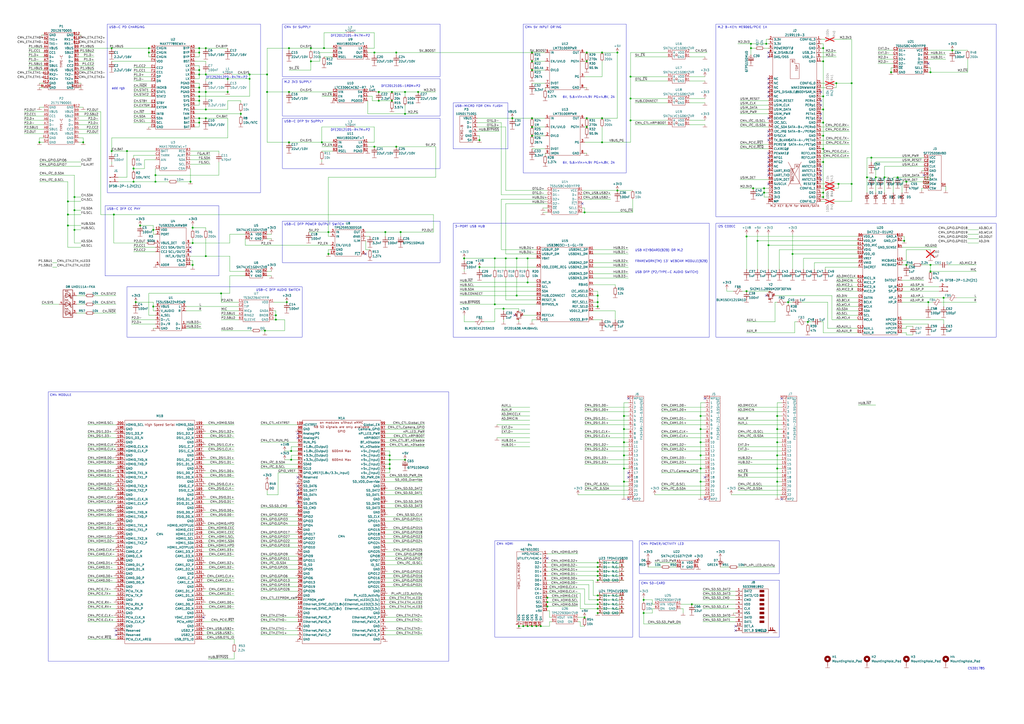
<source format=kicad_sch>
(kicad_sch (version 20230121) (generator eeschema)
  (paper "A2")
  (junction (at 406.4 264.16))
  (junction (at 340.36 73.66))
  (junction (at 139.7 66.04))
  (junction (at 361.95 241.3))
  (junction (at 119.38 53.34))
  (junction (at 66.04 124.46))
  (junction (at 346.71 347.98))
  (junction (at 308.61 68.58))
  (junction (at 346.71 326.39))
  (junction (at 450.85 279.4))
  (junction (at 525.78 153.67))
  (junction (at 494.03 106.68))
  (junction (at 373.38 355.6))
  (junction (at 190.5 147.32))
  (junction (at 346.71 177.8))
  (junction (at 373.38 347.98))
  (junction (at 226.06 269.24))
  (junction (at 306.07 149.86))
  (junction (at 340.36 35.56))
  (junction (at 154.94 43.18))
  (junction (at 180.34 35.56))
  (junction (at 234.95 66.04))
  (junction (at 477.52 86.36))
  (junction (at 317.5 351.79))
  (junction (at 406.4 271.78))
  (junction (at 132.08 53.34))
  (junction (at 119.38 148.59))
  (junction (at 477.52 35.56))
  (junction (at 39.37 116.84))
  (junction (at 115.57 30.48))
  (junction (at 477.52 27.94))
  (junction (at 346.71 171.45))
  (junction (at 339.09 123.19))
  (junction (at 346.71 331.47))
  (junction (at 435.61 27.94))
  (junction (at 160.02 185.42))
  (junction (at 520.7 102.87))
  (junction (at 180.34 27.94))
  (junction (at 144.78 45.72))
  (junction (at 111.76 153.67))
  (junction (at 64.77 87.63))
  (junction (at 450.85 248.92))
  (junction (at 217.17 30.48))
  (junction (at 278.13 81.28))
  (junction (at 119.38 68.58))
  (junction (at 226.06 271.78))
  (junction (at 308.61 35.56))
  (junction (at 227.33 58.42))
  (junction (at 308.61 363.22))
  (junction (at 513.08 102.87))
  (junction (at 477.52 55.88))
  (junction (at 223.52 134.62))
  (junction (at 539.75 41.91))
  (junction (at 406.4 248.92))
  (junction (at 525.78 105.41))
  (junction (at 115.57 58.42))
  (junction (at 160.02 182.88))
  (junction (at 443.23 109.22))
  (junction (at 43.18 133.35))
  (junction (at 287.02 176.53))
  (junction (at 115.57 27.94))
  (junction (at 168.91 261.62))
  (junction (at 346.71 336.55))
  (junction (at 459.74 147.32))
  (junction (at 81.28 130.81))
  (junction (at 468.63 186.69))
  (junction (at 234.95 53.34))
  (junction (at 477.52 78.74))
  (junction (at 450.85 264.16))
  (junction (at 303.53 363.22))
  (junction (at 115.57 55.88))
  (junction (at 39.37 124.46))
  (junction (at 450.85 256.54))
  (junction (at 48.26 82.55))
  (junction (at 115.57 40.64))
  (junction (at 115.57 68.58))
  (junction (at 477.52 111.76))
  (junction (at 167.64 53.34))
  (junction (at 340.36 30.48))
  (junction (at 439.42 139.7))
  (junction (at 433.07 168.91))
  (junction (at 219.71 58.42))
  (junction (at 115.57 50.8))
  (junction (at 232.41 134.62))
  (junction (at 477.52 114.3))
  (junction (at 242.57 53.34))
  (junction (at 39.37 130.81))
  (junction (at 539.75 153.67))
  (junction (at 115.57 71.12))
  (junction (at 502.92 102.87))
  (junction (at 115.57 43.18))
  (junction (at 365.76 44.45))
  (junction (at 485.14 48.26))
  (junction (at 539.75 157.48))
  (junction (at 361.95 256.54))
  (junction (at 88.9 177.8))
  (junction (at 346.71 328.93))
  (junction (at 494.03 48.26))
  (junction (at 358.14 30.48))
  (junction (at 435.61 25.4))
  (junction (at 190.5 134.62))
  (junction (at 339.09 358.14))
  (junction (at 111.76 140.97))
  (junction (at 297.18 68.58))
  (junction (at 450.85 271.78))
  (junction (at 346.71 334.01))
  (junction (at 477.52 71.12))
  (junction (at 505.46 91.44))
  (junction (at 306.07 163.83))
  (junction (at 361.95 279.4))
  (junction (at 349.25 30.48))
  (junction (at 111.76 132.08))
  (junction (at 547.37 172.72))
  (junction (at 168.91 266.7))
  (junction (at 477.52 93.98))
  (junction (at 227.33 53.34))
  (junction (at 43.18 114.3))
  (junction (at 128.27 170.18))
  (junction (at 401.32 350.52))
  (junction (at 340.36 68.58))
  (junction (at 349.25 68.58))
  (junction (at 292.1 179.07))
  (junction (at 552.45 29.21))
  (junction (at 317.5 346.71))
  (junction (at 73.66 87.63))
  (junction (at 524.51 139.7))
  (junction (at 90.17 105.41))
  (junction (at 433.07 137.16))
  (junction (at 64.77 27.94))
  (junction (at 119.38 43.18))
  (junction (at 361.95 264.16))
  (junction (at 229.87 85.09))
  (junction (at 361.95 248.92))
  (junction (at 508 102.87))
  (junction (at 346.71 175.26))
  (junction (at 144.78 43.18))
  (junction (at 477.52 63.5))
  (junction (at 346.71 353.06))
  (junction (at 167.64 82.55))
  (junction (at 361.95 271.78))
  (junction (at 406.4 256.54))
  (junction (at 349.25 82.55))
  (junction (at 445.77 142.24))
  (junction (at 153.67 191.77))
  (junction (at 119.38 63.5))
  (junction (at 234.95 266.7))
  (junction (at 300.99 363.22))
  (junction (at 217.17 85.09))
  (junction (at 443.23 111.76))
  (junction (at 226.06 264.16))
  (junction (at 22.86 82.55))
  (junction (at 308.61 40.64))
  (junction (at 457.2 175.26))
  (junction (at 346.71 345.44))
  (junction (at 306.07 363.22))
  (junction (at 115.57 53.34))
  (junction (at 308.61 78.74))
  (junction (at 311.15 363.22))
  (junction (at 226.06 266.7))
  (junction (at 346.71 355.6))
  (junction (at 317.5 349.25))
  (junction (at 219.71 53.34))
  (junction (at 365.76 69.85))
  (junction (at 186.69 82.55))
  (junction (at 444.5 25.4))
  (junction (at 132.08 45.72))
  (junction (at 436.88 109.22))
  (junction (at 538.48 175.26))
  (junction (at 77.47 105.41))
  (junction (at 406.4 279.4))
  (junction (at 90.17 101.6))
  (junction (at 287.02 149.86))
  (junction (at 86.36 27.94))
  (junction (at 229.87 30.48))
  (junction (at 293.37 149.86))
  (junction (at 308.61 30.48))
  (junction (at 299.72 171.45))
  (junction (at 119.38 27.94))
  (junction (at 278.13 154.94))
  (junction (at 43.18 121.92))
  (junction (at 187.96 27.94))
  (junction (at 167.64 27.94))
  (junction (at 110.49 105.41))
  (junction (at 450.85 241.3))
  (junction (at 86.36 30.48))
  (junction (at 486.41 106.68))
  (junction (at 269.24 149.86))
  (junction (at 406.4 241.3))
  (junction (at 358.14 110.49))
  (junction (at 166.37 175.26))
  (junction (at 154.94 53.34))
  (junction (at 346.71 350.52))
  (junction (at 516.89 41.91))
  (junction (at 308.61 73.66))
  (junction (at 365.76 57.15))
  (junction (at 88.9 133.35))
  (junction (at 313.69 363.22))
  (junction (at 78.74 175.26))
  (junction (at 77.47 97.79))
  (junction (at 299.72 149.86))
  (no_connect (at 445.77 91.44))
  (no_connect (at 445.77 76.2))
  (no_connect (at 445.77 93.98))
  (no_connect (at 445.77 45.72))
  (no_connect (at 476.25 104.14))
  (no_connect (at 172.72 276.86))
  (no_connect (at 476.25 53.34))
  (no_connect (at 408.94 276.86))
  (no_connect (at 172.72 287.02))
  (no_connect (at 445.77 30.48))
  (no_connect (at 476.25 60.96))
  (no_connect (at 67.31 365.76))
  (no_connect (at 445.77 78.74))
  (no_connect (at 445.77 50.8))
  (no_connect (at 445.77 53.34))
  (no_connect (at 172.72 284.48))
  (no_connect (at 172.72 281.94))
  (no_connect (at 212.09 147.32))
  (no_connect (at 444.5 171.45))
  (no_connect (at 445.77 48.26))
  (no_connect (at 445.77 96.52))
  (no_connect (at 337.82 118.11))
  (no_connect (at 445.77 55.88))
  (no_connect (at 408.94 289.56))
  (no_connect (at 535.94 101.6))
  (no_connect (at 67.31 368.3))
  (no_connect (at 110.49 146.05))
  (no_connect (at 445.77 81.28))
  (no_connect (at 110.49 143.51))
  (no_connect (at 445.77 106.68))
  (no_connect (at 476.25 58.42))
  (no_connect (at 476.25 68.58))
  (no_connect (at 538.48 36.83))
  (no_connect (at 364.49 231.14))
  (no_connect (at 445.77 88.9))
  (no_connect (at 364.49 289.56))
  (no_connect (at 476.25 66.04))
  (no_connect (at 298.45 182.88))
  (no_connect (at 445.77 68.58))
  (no_connect (at 172.72 254))
  (no_connect (at 118.11 358.14))
  (no_connect (at 172.72 251.46))
  (no_connect (at 317.5 323.85))
  (no_connect (at 408.94 231.14))
  (no_connect (at 476.25 96.52))
  (no_connect (at 445.77 33.02))
  (no_connect (at 476.25 99.06))
  (no_connect (at 453.39 231.14))
  (no_connect (at 426.72 363.22))
  (no_connect (at 172.72 292.1))
  (no_connect (at 445.77 101.6))
  (no_connect (at 476.25 101.6))
  (no_connect (at 453.39 289.56))
  (no_connect (at 364.49 276.86))
  (no_connect (at 364.49 274.32))
  (no_connect (at 445.77 99.06))
  (no_connect (at 426.72 365.76))
  (wire (pts (xy 339.09 266.7) (xy 364.49 266.7)))
  (wire (pts (xy 118.11 365.76) (xy 135.89 365.76)))
  (wire (pts (xy 435.61 31.75) (xy 435.61 27.94)))
  (wire (pts (xy 110.49 97.79) (xy 110.49 105.41)))
  (wire (pts (xy 30.48 152.4) (xy 33.02 152.4)))
  (wire (pts (xy 223.52 302.26) (xy 245.11 302.26)))
  (wire (pts (xy 186.69 82.55) (xy 167.64 82.55)))
  (wire (pts (xy 308.61 363.22) (xy 311.15 363.22)))
  (wire (pts (xy 383.54 238.76) (xy 408.94 238.76)))
  (wire (pts (xy 217.17 73.66) (xy 205.74 73.66)))
  (wire (pts (xy 226.06 269.24) (xy 226.06 266.7)))
  (wire (pts (xy 151.13 309.88) (xy 172.72 309.88)))
  (wire (pts (xy 483.87 50.8) (xy 485.14 50.8)))
  (wire (pts (xy 435.61 25.4) (xy 444.5 25.4)))
  (wire (pts (xy 379.73 287.02) (xy 408.94 287.02)))
  (wire (pts (xy 83.82 92.71) (xy 90.17 92.71)))
  (wire (pts (xy 168.91 266.7) (xy 172.72 266.7)))
  (wire (pts (xy 213.36 58.42) (xy 213.36 66.04)))
  (wire (pts (xy 88.9 177.8) (xy 90.17 177.8)))
  (wire (pts (xy 77.47 41.91) (xy 87.63 41.91)))
  (wire (pts (xy 513.08 102.87) (xy 513.08 111.76)))
  (wire (pts (xy 113.03 66.04) (xy 139.7 66.04)))
  (wire (pts (xy 400.05 44.45) (xy 408.94 44.45)))
  (wire (pts (xy 538.48 105.41) (xy 525.78 105.41)))
  (wire (pts (xy 132.08 63.5) (xy 132.08 58.42)))
  (wire (pts (xy 486.41 109.22) (xy 486.41 106.68)))
  (wire (pts (xy 113.03 27.94) (xy 115.57 27.94)))
  (wire (pts (xy 157.48 135.89) (xy 154.94 135.89)))
  (wire (pts (xy 361.95 271.78) (xy 361.95 264.16)))
  (wire (pts (xy 317.5 349.25) (xy 335.28 349.25)))
  (wire (pts (xy 317.5 334.01) (xy 346.71 334.01)))
  (wire (pts (xy 494.03 22.86) (xy 494.03 48.26)))
  (wire (pts (xy 293.37 173.99) (xy 311.15 173.99)))
  (wire (pts (xy 308.61 78.74) (xy 316.23 78.74)))
  (wire (pts (xy 45.72 72.39) (xy 57.15 72.39)))
  (wire (pts (xy 378.46 355.6) (xy 378.46 353.06)))
  (wire (pts (xy 151.13 322.58) (xy 172.72 322.58)))
  (wire (pts (xy 118.11 327.66) (xy 135.89 327.66)))
  (wire (pts (xy 477.52 25.4) (xy 477.52 27.94)))
  (wire (pts (xy 45.72 74.93) (xy 57.15 74.93)))
  (wire (pts (xy 365.76 69.85) (xy 365.76 82.55)))
  (wire (pts (xy 154.94 43.18) (xy 154.94 53.34)))
  (wire (pts (xy 179.07 134.62) (xy 190.5 134.62)))
  (wire (pts (xy 308.61 40.64) (xy 316.23 40.64)))
  (wire (pts (xy 388.62 328.93) (xy 392.43 328.93)))
  (wire (pts (xy 223.52 279.4) (xy 245.11 279.4)))
  (wire (pts (xy 485.14 180.34) (xy 497.84 180.34)))
  (wire (pts (xy 485.14 166.37) (xy 497.84 166.37)))
  (wire (pts (xy 477.52 78.74) (xy 476.25 78.74)))
  (wire (pts (xy 516.89 39.37) (xy 516.89 41.91)))
  (wire (pts (xy 118.11 299.72) (xy 135.89 299.72)))
  (wire (pts (xy 400.05 69.85) (xy 408.94 69.85)))
  (wire (pts (xy 115.57 33.02) (xy 115.57 30.48)))
  (wire (pts (xy 505.46 91.44) (xy 505.46 93.98)))
  (wire (pts (xy 365.76 57.15) (xy 365.76 69.85)))
  (wire (pts (xy 317.5 339.09) (xy 341.63 339.09)))
  (wire (pts (xy 335.28 360.68) (xy 336.55 360.68)))
  (wire (pts (xy 339.09 35.56) (xy 340.36 35.56)))
  (wire (pts (xy 341.63 347.98) (xy 346.71 347.98)))
  (wire (pts (xy 509.27 34.29) (xy 518.16 34.29)))
  (wire (pts (xy 118.11 314.96) (xy 135.89 314.96)))
  (wire (pts (xy 16.51 27.94) (xy 25.4 27.94)))
  (wire (pts (xy 444.5 22.86) (xy 445.77 22.86)))
  (wire (pts (xy 523.24 172.72) (xy 547.37 172.72)))
  (wire (pts (xy 449.58 175.26) (xy 449.58 186.69)))
  (wire (pts (xy 50.8 353.06) (xy 67.31 353.06)))
  (wire (pts (xy 88.9 175.26) (xy 88.9 177.8)))
  (wire (pts (xy 482.6 185.42) (xy 497.84 185.42)))
  (wire (pts (xy 561.34 34.29) (xy 561.34 41.91)))
  (wire (pts (xy 190.5 137.16) (xy 190.5 134.62)))
  (wire (pts (xy 483.87 22.86) (xy 494.03 22.86)))
  (wire (pts (xy 339.09 259.08) (xy 364.49 259.08)))
  (wire (pts (xy 538.48 34.29) (xy 548.64 34.29)))
  (wire (pts (xy 534.67 109.22) (xy 534.67 110.49)))
  (wire (pts (xy 539.75 104.14) (xy 539.75 102.87)))
  (wire (pts (xy 525.78 194.31) (xy 529.59 194.31)))
  (wire (pts (xy 383.54 284.48) (xy 408.94 284.48)))
  (wire (pts (xy 365.76 44.45) (xy 365.76 57.15)))
  (wire (pts (xy 300.99 186.69) (xy 300.99 185.42)))
  (wire (pts (xy 133.35 148.59) (xy 119.38 148.59)))
  (wire (pts (xy 113.03 73.66) (xy 115.57 73.66)))
  (wire (pts (xy 115.57 43.18) (xy 119.38 43.18)))
  (wire (pts (xy 50.8 307.34) (xy 67.31 307.34)))
  (wire (pts (xy 219.71 58.42) (xy 227.33 58.42)))
  (wire (pts (xy 50.8 276.86) (xy 67.31 276.86)))
  (wire (pts (xy 25.4 82.55) (xy 22.86 82.55)))
  (wire (pts (xy 151.13 368.3) (xy 172.72 368.3)))
  (wire (pts (xy 308.61 86.36) (xy 316.23 86.36)))
  (wire (pts (xy 180.34 35.56) (xy 185.42 35.56)))
  (wire (pts (xy 151.13 271.78) (xy 172.72 271.78)))
  (wire (pts (xy 339.09 350.52) (xy 346.71 350.52)))
  (wire (pts (xy 525.78 189.23) (xy 529.59 189.23)))
  (wire (pts (xy 88.9 180.34) (xy 88.9 177.8)))
  (wire (pts (xy 86.36 30.48) (xy 86.36 27.94)))
  (wire (pts (xy 497.84 234.95) (xy 508 234.95)))
  (wire (pts (xy 339.09 30.48) (xy 340.36 30.48)))
  (wire (pts (xy 287.02 186.69) (xy 287.02 179.07)))
  (wire (pts (xy 251.46 124.46) (xy 251.46 134.62)))
  (wire (pts (xy 443.23 111.76) (xy 443.23 109.22)))
  (wire (pts (xy 287.02 149.86) (xy 293.37 149.86)))
  (wire (pts (xy 133.35 170.18) (xy 133.35 160.02)))
  (wire (pts (xy 151.13 330.2) (xy 172.72 330.2)))
  (wire (pts (xy 142.24 135.89) (xy 133.35 135.89)))
  (wire (pts (xy 427.99 25.4) (xy 435.61 25.4)))
  (wire (pts (xy 132.08 68.58) (xy 119.38 68.58)))
  (wire (pts (xy 110.49 153.67) (xy 111.76 153.67)))
  (wire (pts (xy 50.8 292.1) (xy 67.31 292.1)))
  (wire (pts (xy 86.36 182.88) (xy 90.17 182.88)))
  (wire (pts (xy 548.64 110.49) (xy 548.64 107.95)))
  (wire (pts (xy 539.75 153.67) (xy 544.83 153.67)))
  (wire (pts (xy 406.4 241.3) (xy 406.4 248.92)))
  (wire (pts (xy 349.25 82.55) (xy 365.76 82.55)))
  (wire (pts (xy 86.36 27.94) (xy 87.63 27.94)))
  (wire (pts (xy 364.49 161.29) (xy 344.17 161.29)))
  (wire (pts (xy 339.09 284.48) (xy 364.49 284.48)))
  (wire (pts (xy 118.11 368.3) (xy 135.89 368.3)))
  (wire (pts (xy 168.91 259.08) (xy 172.72 259.08)))
  (wire (pts (xy 50.8 327.66) (xy 67.31 327.66)))
  (wire (pts (xy 313.69 363.22) (xy 318.77 363.22)))
  (wire (pts (xy 408.94 59.69) (xy 400.05 59.69)))
  (wire (pts (xy 406.4 264.16) (xy 406.4 271.78)))
  (wire (pts (xy 476.25 114.3) (xy 477.52 114.3)))
  (wire (pts (xy 539.75 104.14) (xy 535.94 104.14)))
  (wire (pts (xy 223.52 264.16) (xy 226.06 264.16)))
  (wire (pts (xy 467.36 186.69) (xy 468.63 186.69)))
  (wire (pts (xy 378.46 353.06) (xy 379.73 353.06)))
  (wire (pts (xy 154.94 284.48) (xy 154.94 287.02)))
  (wire (pts (xy 502.92 102.87) (xy 505.46 102.87)))
  (wire (pts (xy 306.07 163.83) (xy 311.15 163.83)))
  (wire (pts (xy 477.52 78.74) (xy 477.52 86.36)))
  (wire (pts (xy 383.54 261.62) (xy 408.94 261.62)))
  (wire (pts (xy 340.36 88.9) (xy 339.09 88.9)))
  (wire (pts (xy 450.85 241.3) (xy 453.39 241.3)))
  (wire (pts (xy 425.45 355.6) (xy 426.72 355.6)))
  (wire (pts (xy 346.71 168.91) (xy 346.71 171.45)))
  (wire (pts (xy 276.86 68.58) (xy 297.18 68.58)))
  (wire (pts (xy 229.87 31.75) (xy 229.87 30.48)))
  (wire (pts (xy 118.11 330.2) (xy 135.89 330.2)))
  (wire (pts (xy 292.1 179.07) (xy 292.1 180.34)))
  (wire (pts (xy 115.57 40.64) (xy 115.57 43.18)))
  (wire (pts (xy 276.86 76.2) (xy 289.56 76.2)))
  (wire (pts (xy 115.57 53.34) (xy 119.38 53.34)))
  (wire (pts (xy 307.34 256.54) (xy 290.83 256.54)))
  (wire (pts (xy 212.09 137.16) (xy 214.63 137.16)))
  (wire (pts (xy 151.13 191.77) (xy 153.67 191.77)))
  (wire (pts (xy 119.38 53.34) (xy 119.38 57.15)))
  (wire (pts (xy 22.86 80.01) (xy 22.86 82.55)))
  (wire (pts (xy 120.65 382.27) (xy 135.89 382.27)))
  (wire (pts (xy 25.4 62.23) (xy 22.86 62.23)))
  (wire (pts (xy 185.42 35.56) (xy 185.42 30.48)))
  (wire (pts (xy 50.8 370.84) (xy 67.31 370.84)))
  (wire (pts (xy 186.69 55.88) (xy 193.04 55.88)))
  (wire (pts (xy 455.93 175.26) (xy 457.2 175.26)))
  (wire (pts (xy 90.17 97.79) (xy 90.17 101.6)))
  (wire (pts (xy 54.61 33.02) (xy 45.72 33.02)))
  (wire (pts (xy 292.1 179.07) (xy 300.99 179.07)))
  (wire (pts (xy 344.17 168.91) (xy 346.71 168.91)))
  (wire (pts (xy 477.52 193.04) (xy 497.84 193.04)))
  (wire (pts (xy 252.73 102.87) (xy 190.5 102.87)))
  (wire (pts (xy 539.75 157.48) (xy 539.75 153.67)))
  (wire (pts (xy 223.52 266.7) (xy 226.06 266.7)))
  (wire (pts (xy 383.54 236.22) (xy 408.94 236.22)))
  (wire (pts (xy 383.54 243.84) (xy 408.94 243.84)))
  (wire (pts (xy 186.69 73.66) (xy 186.69 82.55)))
  (wire (pts (xy 523.24 190.5) (xy 525.78 190.5)))
  (wire (pts (xy 320.04 358.14) (xy 318.77 358.14)))
  (wire (pts (xy 133.35 140.97) (xy 111.76 140.97)))
  (wire (pts (xy 426.72 345.44) (xy 407.67 345.44)))
  (wire (pts (xy 300.99 363.22) (xy 303.53 363.22)))
  (wire (pts (xy 151.13 317.5) (xy 172.72 317.5)))
  (wire (pts (xy 64.77 87.63) (xy 73.66 87.63)))
  (wire (pts (xy 217.17 27.94) (xy 217.17 19.05)))
  (wire (pts (xy 276.86 71.12) (xy 290.83 71.12)))
  (wire (pts (xy 361.95 288.29) (xy 361.95 279.4)))
  (wire (pts (xy 361.95 279.4) (xy 361.95 271.78)))
  (wire (pts (xy 508 93.98) (xy 535.94 93.98)))
  (wire (pts (xy 278.13 154.94) (xy 311.15 154.94)))
  (wire (pts (xy 151.13 302.26) (xy 172.72 302.26)))
  (wire (pts (xy 375.92 328.93) (xy 383.54 328.93)))
  (wire (pts (xy 308.61 35.56) (xy 316.23 35.56)))
  (wire (pts (xy 223.52 294.64) (xy 245.11 294.64)))
  (wire (pts (xy 154.94 27.94) (xy 167.64 27.94)))
  (wire (pts (xy 151.13 325.12) (xy 172.72 325.12)))
  (wire (pts (xy 77.47 39.37) (xy 87.63 39.37)))
  (wire (pts (xy 107.95 180.34) (xy 116.84 180.34)))
  (wire (pts (xy 317.5 344.17) (xy 336.55 344.17)))
  (wire (pts (xy 119.38 62.23) (xy 119.38 63.5)))
  (wire (pts (xy 50.8 259.08) (xy 67.31 259.08)))
  (wire (pts (xy 401.32 350.52) (xy 426.72 350.52)))
  (wire (pts (xy 77.47 59.69) (xy 87.63 59.69)))
  (wire (pts (xy 518.16 39.37) (xy 516.89 39.37)))
  (wire (pts (xy 266.7 163.83) (xy 306.07 163.83)))
  (wire (pts (xy 45.72 30.48) (xy 54.61 30.48)))
  (wire (pts (xy 50.8 289.56) (xy 67.31 289.56)))
  (wire (pts (xy 344.17 154.94) (xy 364.49 154.94)))
  (wire (pts (xy 223.52 284.48) (xy 245.11 284.48)))
  (wire (pts (xy 118.11 309.88) (xy 135.89 309.88)))
  (wire (pts (xy 485.14 161.29) (xy 497.84 161.29)))
  (wire (pts (xy 508 102.87) (xy 510.54 102.87)))
  (wire (pts (xy 151.13 342.9) (xy 172.72 342.9)))
  (wire (pts (xy 337.82 120.65) (xy 339.09 120.65)))
  (wire (pts (xy 223.52 312.42) (xy 245.11 312.42)))
  (wire (pts (xy 452.12 144.78) (xy 452.12 156.21)))
  (wire (pts (xy 167.64 53.34) (xy 193.04 53.34)))
  (wire (pts (xy 408.94 46.99) (xy 400.05 46.99)))
  (wire (pts (xy 157.48 160.02) (xy 154.94 160.02)))
  (wire (pts (xy 77.47 62.23) (xy 87.63 62.23)))
  (wire (pts (xy 43.18 121.92) (xy 43.18 114.3)))
  (wire (pts (xy 339.09 243.84) (xy 364.49 243.84)))
  (wire (pts (xy 337.82 110.49) (xy 358.14 110.49)))
  (wire (pts (xy 22.86 96.52) (xy 46.99 96.52)))
  (wire (pts (xy 492.76 88.9) (xy 476.25 88.9)))
  (wire (pts (xy 361.95 233.68) (xy 364.49 233.68)))
  (wire (pts (xy 66.04 140.97) (xy 85.09 140.97)))
  (wire (pts (xy 77.47 68.58) (xy 87.63 68.58)))
  (wire (pts (xy 266.7 171.45) (xy 299.72 171.45)))
  (wire (pts (xy 502.92 91.44) (xy 505.46 91.44)))
  (wire (pts (xy 450.85 233.68) (xy 450.85 241.3)))
  (wire (pts (xy 223.52 358.14) (xy 245.11 358.14)))
  (wire (pts (xy 485.14 175.26) (xy 497.84 175.26)))
  (wire (pts (xy 450.85 264.16) (xy 453.39 264.16)))
  (wire (pts (xy 118.11 353.06) (xy 135.89 353.06)))
  (wire (pts (xy 276.86 73.66) (xy 293.37 73.66)))
  (wire (pts (xy 266.7 166.37) (xy 311.15 166.37)))
  (wire (pts (xy 290.83 144.78) (xy 311.15 144.78)))
  (wire (pts (xy 518.16 102.87) (xy 520.7 102.87)))
  (wire (pts (xy 443.23 109.22) (xy 445.77 109.22)))
  (wire (pts (xy 523.24 151.13) (xy 525.78 151.13)))
  (wire (pts (xy 523.24 111.76) (xy 523.24 105.41)))
  (wire (pts (xy 22.86 50.8) (xy 25.4 50.8)))
  (wire (pts (xy 187.96 33.02) (xy 193.04 33.02)))
  (wire (pts (xy 427.99 284.48) (xy 453.39 284.48)))
  (wire (pts (xy 161.29 274.32) (xy 172.72 274.32)))
  (wire (pts (xy 118.11 350.52) (xy 135.89 350.52)))
  (wire (pts (xy 346.71 331.47) (xy 361.95 331.47)))
  (wire (pts (xy 234.95 60.96) (xy 234.95 66.04)))
  (wire (pts (xy 266.7 168.91) (xy 311.15 168.91)))
  (wire (pts (xy 524.51 137.16) (xy 524.51 139.7)))
  (wire (pts (xy 113.03 38.1) (xy 115.57 38.1)))
  (wire (pts (xy 127 93.98) (xy 127 101.6)))
  (wire (pts (xy 13.97 64.77) (xy 25.4 64.77)))
  (wire (pts (xy 306.07 156.21) (xy 306.07 149.86)))
  (wire (pts (xy 77.47 46.99) (xy 87.63 46.99)))
  (wire (pts (xy 356.87 166.37) (xy 356.87 165.1)))
  (wire (pts (xy 223.52 332.74) (xy 245.11 332.74)))
  (wire (pts (xy 306.07 161.29) (xy 306.07 163.83)))
  (wire (pts (xy 45.72 80.01) (xy 48.26 80.01)))
  (wire (pts (xy 539.75 39.37) (xy 538.48 39.37)))
  (wire (pts (xy 361.95 256.54) (xy 361.95 248.92)))
  (wire (pts (xy 43.18 114.3) (xy 43.18 101.6)))
  (wire (pts (xy 407.67 342.9) (xy 426.72 342.9)))
  (wire (pts (xy 118.11 276.86) (xy 135.89 276.86)))
  (wire (pts (xy 318.77 360.68) (xy 320.04 360.68)))
  (wire (pts (xy 344.17 345.44) (xy 346.71 345.44)))
  (wire (pts (xy 433.07 137.16) (xy 497.84 137.16)))
  (wire (pts (xy 58.42 124.46) (xy 66.04 124.46)))
  (wire (pts (xy 361.95 248.92) (xy 364.49 248.92)))
  (wire (pts (xy 144.78 45.72) (xy 144.78 55.88)))
  (wire (pts (xy 86.36 30.48) (xy 87.63 30.48)))
  (wire (pts (xy 450.85 256.54) (xy 450.85 264.16)))
  (wire (pts (xy 466.09 149.86) (xy 466.09 156.21)))
  (wire (pts (xy 344.17 175.26) (xy 346.71 175.26)))
  (wire (pts (xy 539.75 157.48) (xy 566.42 157.48)))
  (wire (pts (xy 151.13 299.72) (xy 172.72 299.72)))
  (wire (pts (xy 223.52 248.92) (xy 246.38 248.92)))
  (wire (pts (xy 115.57 60.96) (xy 115.57 58.42)))
  (wire (pts (xy 408.94 233.68) (xy 406.4 233.68)))
  (wire (pts (xy 50.8 342.9) (xy 67.31 342.9)))
  (wire (pts (xy 361.95 264.16) (xy 364.49 264.16)))
  (wire (pts (xy 24.13 176.53) (xy 34.29 176.53)))
  (wire (pts (xy 151.13 294.64) (xy 172.72 294.64)))
  (wire (pts (xy 387.35 30.48) (xy 365.76 30.48)))
  (wire (pts (xy 151.13 269.24) (xy 172.72 269.24)))
  (wire (pts (xy 223.52 335.28) (xy 245.11 335.28)))
  (wire (pts (xy 77.47 97.79) (xy 77.47 96.52)))
  (wire (pts (xy 226.06 271.78) (xy 226.06 269.24)))
  (wire (pts (xy 358.14 30.48) (xy 358.14 68.58)))
  (wire (pts (xy 226.06 266.7) (xy 226.06 264.16)))
  (wire (pts (xy 252.73 53.34) (xy 242.57 53.34)))
  (wire (pts (xy 547.37 185.42) (xy 547.37 187.96)))
  (wire (pts (xy 452.12 144.78) (xy 497.84 144.78)))
  (wire (pts (xy 110.49 87.63) (xy 127 87.63)))
  (wire (pts (xy 165.1 185.42) (xy 160.02 185.42)))
  (wire (pts (xy 50.8 335.28) (xy 67.31 335.28)))
  (wire (pts (xy 223.52 322.58) (xy 245.11 322.58)))
  (wire (pts (xy 539.75 102.87) (xy 520.7 102.87)))
  (wire (pts (xy 303.53 182.88) (xy 311.15 182.88)))
  (wire (pts (xy 13.97 74.93) (xy 25.4 74.93)))
  (wire (pts (xy 50.8 312.42) (xy 67.31 312.42)))
  (wire (pts (xy 546.1 175.26) (xy 566.42 175.26)))
  (wire (pts (xy 113.03 60.96) (xy 115.57 60.96)))
  (wire (pts (xy 459.74 135.89) (xy 459.74 147.32)))
  (wire (pts (xy 525.78 144.78) (xy 539.75 144.78)))
  (wire (pts (xy 349.25 185.42) (xy 344.17 185.42)))
  (wire (pts (xy 223.52 353.06) (xy 245.11 353.06)))
  (wire (pts (xy 523.24 193.04) (xy 525.78 193.04)))
  (wire (pts (xy 356.87 180.34) (xy 344.17 180.34)))
  (wire (pts (xy 361.95 264.16) (xy 361.95 256.54)))
  (wire (pts (xy 436.88 109.22) (xy 443.23 109.22)))
  (wire (pts (xy 142.24 142.24) (xy 191.77 142.24)))
  (wire (pts (xy 118.11 254) (xy 135.89 254)))
  (wire (pts (xy 115.57 68.58) (xy 119.38 68.58)))
  (wire (pts (xy 113.03 43.18) (xy 115.57 43.18)))
  (wire (pts (xy 477.52 63.5) (xy 476.25 63.5)))
  (wire (pts (xy 110.49 148.59) (xy 119.38 148.59)))
  (wire (pts (xy 223.52 340.36) (xy 245.11 340.36)))
  (wire (pts (xy 344.17 144.78) (xy 364.49 144.78)))
  (wire (pts (xy 223.52 350.52) (xy 245.11 350.52)))
  (wire (pts (xy 45.72 67.31) (xy 57.15 67.31)))
  (wire (pts (xy 450.85 256.54) (xy 453.39 256.54)))
  (wire (pts (xy 77.47 104.14) (xy 77.47 105.41)))
  (wire (pts (xy 293.37 173.99) (xy 293.37 161.29)))
  (wire (pts (xy 308.61 30.48) (xy 316.23 30.48)))
  (wire (pts (xy 290.83 113.03) (xy 317.5 113.03)))
  (wire (pts (xy 349.25 68.58) (xy 340.36 68.58)))
  (wire (pts (xy 317.5 346.71) (xy 335.28 346.71)))
  (wire (pts (xy 234.95 55.88) (xy 234.95 53.34)))
  (wire (pts (xy 22.86 48.26) (xy 25.4 48.26)))
  (wire (pts (xy 132.08 80.01) (xy 132.08 68.58)))
  (wire (pts (xy 459.74 147.32) (xy 459.74 156.21)))
  (wire (pts (xy 339.09 238.76) (xy 364.49 238.76)))
  (wire (pts (xy 45.72 62.23) (xy 48.26 62.23)))
  (wire (pts (xy 128.27 180.34) (xy 138.43 180.34)))
  (wire (pts (xy 151.13 327.66) (xy 172.72 327.66)))
  (wire (pts (xy 153.67 191.77) (xy 153.67 193.04)))
  (wire (pts (xy 340.36 50.8) (xy 339.09 50.8)))
  (wire (pts (xy 119.38 45.72) (xy 119.38 46.99)))
  (wire (pts (xy 180.34 40.64) (xy 180.34 35.56)))
  (wire (pts (xy 118.11 289.56) (xy 135.89 289.56)))
  (wire (pts (xy 424.18 287.02) (xy 453.39 287.02)))
  (wire (pts (xy 290.83 71.12) (xy 290.83 113.03)))
  (wire (pts (xy 54.61 40.64) (xy 45.72 40.64)))
  (wire (pts (xy 368.3 33.02) (xy 387.35 33.02)))
  (wire (pts (xy 77.47 99.06) (xy 77.47 97.79)))
  (wire (pts (xy 427.99 266.7) (xy 453.39 266.7)))
  (wire (pts (xy 212.09 144.78) (xy 214.63 144.78)))
  (wire (pts (xy 45.72 27.94) (xy 64.77 27.94)))
  (wire (pts (xy 539.75 41.91) (xy 539.75 39.37)))
  (wire (pts (xy 426.72 360.68) (xy 407.67 360.68)))
  (wire (pts (xy 110.49 95.25) (xy 121.92 95.25)))
  (wire (pts (xy 561.34 140.97) (xy 567.69 140.97)))
  (wire (pts (xy 118.11 274.32) (xy 135.89 274.32)))
  (wire (pts (xy 111.76 154.94) (xy 111.76 153.67)))
  (wire (pts (xy 509.27 36.83) (xy 518.16 36.83)))
  (wire (pts (xy 168.91 261.62) (xy 168.91 259.08)))
  (wire (pts (xy 139.7 67.31) (xy 139.7 66.04)))
  (wire (pts (xy 223.52 327.66) (xy 245.11 327.66)))
  (wire (pts (xy 466.09 149.86) (xy 497.84 149.86)))
  (wire (pts (xy 229.87 85.09) (xy 252.73 85.09)))
  (wire (pts (xy 251.46 134.62) (xy 232.41 134.62)))
  (wire (pts (xy 523.24 153.67) (xy 525.78 153.67)))
  (wire (pts (xy 50.8 284.48) (xy 67.31 284.48)))
  (wire (pts (xy 128.27 182.88) (xy 138.43 182.88)))
  (wire (pts (xy 337.82 113.03) (xy 354.33 113.03)))
  (wire (pts (xy 50.8 330.2) (xy 67.31 330.2)))
  (wire (pts (xy 213.36 82.55) (xy 217.17 82.55)))
  (wire (pts (xy 523.24 187.96) (xy 538.48 187.96)))
  (wire (pts (xy 64.77 27.94) (xy 86.36 27.94)))
  (wire (pts (xy 186.69 92.71) (xy 186.69 93.98)))
  (wire (pts (xy 168.91 266.7) (xy 168.91 264.16)))
  (wire (pts (xy 54.61 35.56) (xy 45.72 35.56)))
  (wire (pts (xy 24.13 20.32) (xy 25.4 20.32)))
  (wire (pts (xy 445.77 71.12) (xy 429.26 71.12)))
  (wire (pts (xy 50.8 254) (xy 67.31 254)))
  (wire (pts (xy 119.38 52.07) (xy 119.38 53.34)))
  (wire (pts (xy 77.47 53.34) (xy 87.63 53.34)))
  (wire (pts (xy 16.51 33.02) (xy 25.4 33.02)))
  (wire (pts (xy 133.35 135.89) (xy 133.35 140.97)))
  (wire (pts (xy 66.04 140.97) (xy 66.04 124.46)))
  (wire (pts (xy 523.24 139.7) (xy 524.51 139.7)))
  (wire (pts (xy 215.9 58.42) (xy 219.71 58.42)))
  (wire (pts (xy 39.37 105.41) (xy 39.37 116.84)))
  (wire (pts (xy 13.97 69.85) (xy 25.4 69.85)))
  (wire (pts (xy 477.52 35.56) (xy 477.52 55.88)))
  (wire (pts (xy 457.2 175.26) (xy 459.74 175.26)))
  (wire (pts (xy 316.23 351.79) (xy 317.5 351.79)))
  (wire (pts (xy 280.67 186.69) (xy 287.02 186.69)))
  (wire (pts (xy 561.34 135.89) (xy 567.69 135.89)))
  (wire (pts (xy 407.67 353.06) (xy 426.72 353.06)))
  (wire (pts (xy 429.26 83.82) (xy 445.77 83.82)))
  (wire (pts (xy 119.38 138.43) (xy 119.38 148.59)))
  (wire (pts (xy 46.99 20.32) (xy 45.72 20.32)))
  (wire (pts (xy 119.38 43.18) (xy 119.38 41.91)))
  (wire (pts (xy 561.34 41.91) (xy 539.75 41.91)))
  (wire (pts (xy 290.83 115.57) (xy 317.5 115.57)))
  (wire (pts (xy 316.23 346.71) (xy 317.5 346.71)))
  (wire (pts (xy 118.11 269.24) (xy 135.89 269.24)))
  (wire (pts (xy 406.4 271.78) (xy 406.4 279.4)))
  (wire (pts (xy 317.5 351.79) (xy 335.28 351.79)))
  (wire (pts (xy 339.09 281.94) (xy 364.49 281.94)))
  (wire (pts (xy 132.08 58.42) (xy 139.7 58.42)))
  (wire (pts (xy 118.11 297.18) (xy 135.89 297.18)))
  (wire (pts (xy 339.09 44.45) (xy 349.25 44.45)))
  (wire (pts (xy 118.11 345.44) (xy 135.89 345.44)))
  (wire (pts (xy 356.87 165.1) (xy 344.17 165.1)))
  (wire (pts (xy 45.72 38.1) (xy 54.61 38.1)))
  (wire (pts (xy 223.52 259.08) (xy 246.38 259.08)))
  (wire (pts (xy 300.99 179.07) (xy 300.99 180.34)))
  (wire (pts (xy 86.36 73.66) (xy 87.63 73.66)))
  (wire (pts (xy 534.67 153.67) (xy 539.75 153.67)))
  (wire (pts (xy 119.38 63.5) (xy 132.08 63.5)))
  (wire (pts (xy 365.76 44.45) (xy 387.35 44.45)))
  (wire (pts (xy 361.95 248.92) (xy 361.95 241.3)))
  (wire (pts (xy 139.7 58.42) (xy 139.7 59.69)))
  (wire (pts (xy 90.17 180.34) (xy 88.9 180.34)))
  (wire (pts (xy 54.61 171.45) (xy 67.31 171.45)))
  (wire (pts (xy 308.61 48.26) (xy 316.23 48.26)))
  (wire (pts (xy 217.17 85.09) (xy 229.87 85.09)))
  (wire (pts (xy 433.07 135.89) (xy 433.07 137.16)))
  (wire (pts (xy 365.76 57.15) (xy 387.35 57.15)))
  (wire (pts (xy 223.52 254) (xy 246.38 254)))
  (wire (pts (xy 485.14 33.02) (xy 476.25 33.02)))
  (wire (pts (xy 293.37 118.11) (xy 293.37 147.32)))
  (wire (pts (xy 191.77 137.16) (xy 190.5 137.16)))
  (wire (pts (xy 113.03 30.48) (xy 115.57 30.48)))
  (wire (pts (xy 535.94 99.06) (xy 534.67 99.06)))
  (wire (pts (xy 400.05 57.15) (xy 408.94 57.15)))
  (wire (pts (xy 50.8 299.72) (xy 67.31 299.72)))
  (wire (pts (xy 358.14 68.58) (xy 349.25 68.58)))
  (wire (pts (xy 90.17 101.6) (xy 90.17 105.41)))
  (wire (pts (xy 339.09 120.65) (xy 339.09 123.19)))
  (wire (pts (xy 502.92 102.87) (xy 502.92 111.76)))
  (wire (pts (xy 373.38 361.95) (xy 373.38 355.6)))
  (wire (pts (xy 154.94 43.18) (xy 154.94 27.94)))
  (wire (pts (xy 118.11 322.58) (xy 135.89 322.58)))
  (wire (pts (xy 367.03 115.57) (xy 367.03 123.19)))
  (wire (pts (xy 346.71 334.01) (xy 361.95 334.01)))
  (wire (pts (xy 293.37 149.86) (xy 293.37 156.21)))
  (wire (pts (xy 339.09 73.66) (xy 340.36 73.66)))
  (wire (pts (xy 50.8 246.38) (xy 67.31 246.38)))
  (wire (pts (xy 525.78 151.13) (xy 525.78 144.78)))
  (wire (pts (xy 45.72 77.47) (xy 57.15 77.47)))
  (wire (pts (xy 213.36 85.09) (xy 217.17 85.09)))
  (wire (pts (xy 444.5 25.4) (xy 444.5 22.86)))
  (wire (pts (xy 293.37 147.32) (xy 311.15 147.32)))
  (wire (pts (xy 43.18 140.97) (xy 43.18 133.35)))
  (wire (pts (xy 307.34 243.84) (xy 290.83 243.84)))
  (wire (pts (xy 151.13 360.68) (xy 172.72 360.68)))
  (wire (pts (xy 269.24 186.69) (xy 275.59 186.69)))
  (wire (pts (xy 113.03 68.58) (xy 115.57 68.58)))
  (wire (pts (xy 299.72 171.45) (xy 311.15 171.45)))
  (wire (pts (xy 128.27 175.26) (xy 138.43 175.26)))
  (wire (pts (xy 336.55 363.22) (xy 339.09 363.22)))
  (wire (pts (xy 44.45 171.45) (xy 49.53 171.45)))
  (wire (pts (xy 450.85 271.78) (xy 453.39 271.78)))
  (wire (pts (xy 317.5 331.47) (xy 346.71 331.47)))
  (wire (pts (xy 480.06 175.26) (xy 480.06 190.5)))
  (wire (pts (xy 339.09 269.24) (xy 364.49 269.24)))
  (wire (pts (xy 88.9 135.89) (xy 88.9 133.35)))
  (wire (pts (xy 443.23 27.94) (xy 445.77 27.94)))
  (wire (pts (xy 358.14 30.48) (xy 349.25 30.48)))
  (wire (pts (xy 547.37 172.72) (xy 547.37 177.8)))
  (wire (pts (xy 477.52 93.98) (xy 477.52 111.76)))
  (wire (pts (xy 541.02 175.26) (xy 538.48 175.26)))
  (wire (pts (xy 44.45 176.53) (xy 49.53 176.53)))
  (wire (pts (xy 292.1 186.69) (xy 292.1 185.42)))
  (wire (pts (xy 90.17 105.41) (xy 97.79 105.41)))
  (wire (pts (xy 133.35 157.48) (xy 142.24 157.48)))
  (wire (pts (xy 88.9 190.5) (xy 90.17 190.5)))
  (wire (pts (xy 223.52 251.46) (xy 246.38 251.46)))
  (wire (pts (xy 111.76 130.81) (xy 111.76 132.08)))
  (wire (pts (xy 22.86 105.41) (xy 39.37 105.41)))
  (wire (pts (xy 379.73 326.39) (xy 392.43 326.39)))
  (wire (pts (xy 13.97 77.47) (xy 25.4 77.47)))
  (wire (pts (xy 190.5 102.87) (xy 190.5 134.62)))
  (wire (pts (xy 269.24 149.86) (xy 269.24 151.13)))
  (wire (pts (xy 115.57 45.72) (xy 115.57 43.18)))
  (wire (pts (xy 429.26 63.5) (xy 445.77 63.5)))
  (wire (pts (xy 523.24 166.37) (xy 544.83 166.37)))
  (wire (pts (xy 406.4 233.68) (xy 406.4 241.3)))
  (wire (pts (xy 346.71 336.55) (xy 361.95 336.55)))
  (wire (pts (xy 115.57 68.58) (xy 115.57 71.12)))
  (wire (pts (xy 361.95 241.3) (xy 364.49 241.3)))
  (wire (pts (xy 110.49 90.17) (xy 121.92 90.17)))
  (wire (pts (xy 336.55 353.06) (xy 346.71 353.06)))
  (wire (pts (xy 46.99 48.26) (xy 45.72 48.26)))
  (wire (pts (xy 339.09 254) (xy 364.49 254)))
  (wire (pts (xy 317.5 336.55) (xy 344.17 336.55)))
  (wire (pts (xy 427.99 259.08) (xy 453.39 259.08)))
  (wire (pts (xy 81.28 130.81) (xy 88.9 130.81)))
  (wire (pts (xy 278.13 154.94) (xy 278.13 156.21)))
  (wire (pts (xy 68.58 105.41) (xy 77.47 105.41)))
  (wire (pts (xy 86.36 170.18) (xy 86.36 182.88)))
  (wire (pts (xy 478.79 154.94) (xy 497.84 154.94)))
  (wire (pts (xy 139.7 64.77) (xy 139.7 66.04)))
  (wire (pts (xy 43.18 101.6) (xy 22.86 101.6)))
  (wire (pts (xy 232.41 134.62) (xy 232.41 137.16)))
  (wire (pts (xy 426.72 358.14) (xy 407.67 358.14)))
  (wire (pts (xy 485.14 48.26) (xy 494.03 48.26)))
  (wire (pts (xy 165.1 266.7) (xy 168.91 266.7)))
  (wire (pts (xy 422.91 328.93) (xy 417.83 328.93)))
  (wire (pts (xy 480.06 190.5) (xy 497.84 190.5)))
  (wire (pts (xy 185.42 30.48) (xy 193.04 30.48)))
  (wire (pts (xy 77.47 66.04) (xy 87.63 66.04)))
  (wire (pts (xy 449.58 175.26) (xy 450.85 175.26)))
  (wire (pts (xy 113.03 53.34) (xy 115.57 53.34)))
  (wire (pts (xy 450.85 233.68) (xy 453.39 233.68)))
  (wire (pts (xy 186.69 87.63) (xy 193.04 87.63)))
  (wire (pts (xy 427.99 246.38) (xy 453.39 246.38)))
  (wire (pts (xy 151.13 365.76) (xy 172.72 365.76)))
  (wire (pts (xy 142.24 142.24) (xy 142.24 138.43)))
  (wire (pts (xy 408.94 33.02) (xy 400.05 33.02)))
  (wire (pts (xy 378.46 350.52) (xy 379.73 350.52)))
  (wire (pts (xy 525.78 193.04) (xy 525.78 194.31)))
  (wire (pts (xy 492.76 83.82) (xy 476.25 83.82)))
  (wire (pts (xy 46.99 50.8) (xy 45.72 50.8)))
  (wire (pts (xy 86.36 33.02) (xy 86.36 30.48)))
  (wire (pts (xy 58.42 64.77) (xy 58.42 124.46)))
  (wire (pts (xy 461.01 193.04) (xy 433.07 193.04)))
  (wire (pts (xy 477.52 186.69) (xy 476.25 186.69)))
  (wire (pts (xy 316.23 349.25) (xy 317.5 349.25)))
  (wire (pts (xy 128.27 170.18) (xy 128.27 175.26)))
  (wire (pts (xy 516.89 41.91) (xy 518.16 41.91)))
  (wire (pts (xy 508 93.98) (xy 508 102.87)))
  (wire (pts (xy 427.99 276.86) (xy 453.39 276.86)))
  (wire (pts (xy 339.09 246.38) (xy 364.49 246.38)))
  (wire (pts (xy 307.34 259.08) (xy 290.83 259.08)))
  (wire (pts (xy 509.27 29.21) (xy 518.16 29.21)))
  (wire (pts (xy 429.26 104.14) (xy 445.77 104.14)))
  (wire (pts (xy 157.48 138.43) (xy 154.94 138.43)))
  (wire (pts (xy 54.61 181.61) (xy 67.31 181.61)))
  (wire (pts (xy 153.67 191.77) (xy 165.1 191.77)))
  (wire (pts (xy 44.45 181.61) (xy 49.53 181.61)))
  (wire (pts (xy 223.52 276.86) (xy 245.11 276.86)))
  (wire (pts (xy 39.37 116.84) (xy 39.37 124.46)))
  (wire (pts (xy 349.25 73.66) (xy 349.25 82.55)))
  (wire (pts (xy 477.52 86.36) (xy 476.25 86.36)))
  (wire (pts (xy 406.4 241.3) (xy 408.94 241.3)))
  (wire (pts (xy 25.4 80.01) (xy 22.86 80.01)))
  (wire (pts (xy 217.17 19.05) (xy 205.74 19.05)))
  (wire (pts (xy 223.52 299.72) (xy 245.11 299.72)))
  (wire (pts (xy 373.38 347.98) (xy 373.38 346.71)))
  (wire (pts (xy 477.52 186.69) (xy 477.52 193.04)))
  (wire (pts (xy 180.34 29.21) (xy 180.34 27.94)))
  (wire (pts (xy 234.95 53.34) (xy 242.57 53.34)))
  (wire (pts (xy 226.06 274.32) (xy 226.06 271.78)))
  (wire (pts (xy 252.73 85.09) (xy 252.73 102.87)))
  (wire (pts (xy 427.99 238.76) (xy 453.39 238.76)))
  (wire (pts (xy 115.57 30.48) (xy 115.57 27.94)))
  (wire (pts (xy 168.91 264.16) (xy 172.72 264.16)))
  (wire (pts (xy 115.57 58.42) (xy 115.57 55.88)))
  (wire (pts (xy 383.54 266.7) (xy 408.94 266.7)))
  (wire (pts (xy 73.66 87.63) (xy 90.17 87.63)))
  (wire (pts (xy 478.79 116.84) (xy 476.25 116.84)))
  (wire (pts (xy 83.82 97.79) (xy 77.47 97.79)))
  (wire (pts (xy 90.17 135.89) (xy 88.9 135.89)))
  (wire (pts (xy 383.54 246.38) (xy 408.94 246.38)))
  (wire (pts (xy 64.77 87.63) (xy 64.77 80.01)))
  (wire (pts (xy 118.11 335.28) (xy 135.89 335.28)))
  (wire (pts (xy 190.5 147.32) (xy 191.77 147.32)))
  (wire (pts (xy 534.67 109.22) (xy 535.94 109.22)))
  (wire (pts (xy 127 101.6) (xy 90.17 101.6)))
  (wire (pts (xy 64.77 93.98) (xy 64.77 95.25)))
  (wire (pts (xy 308.61 68.58) (xy 316.23 68.58)))
  (wire (pts (xy 346.71 347.98) (xy 361.95 347.98)))
  (wire (pts (xy 160.02 185.42) (xy 158.75 185.42)))
  (wire (pts (xy 39.37 116.84) (xy 46.99 116.84)))
  (wire (pts (xy 476.25 50.8) (xy 478.79 50.8)))
  (wire (pts (xy 180.34 27.94) (xy 187.96 27.94)))
  (wire (pts (xy 549.91 153.67) (xy 566.42 153.67)))
  (wire (pts (xy 445.77 135.89) (xy 445.77 142.24)))
  (wire (pts (xy 13.97 72.39) (xy 25.4 72.39)))
  (wire (pts (xy 439.42 135.89) (xy 439.42 139.7)))
  (wire (pts (xy 269.24 149.86) (xy 287.02 149.86)))
  (wire (pts (xy 223.52 256.54) (xy 246.38 256.54)))
  (wire (pts (xy 68.58 102.87) (xy 73.66 102.87)))
  (wire (pts (xy 523.24 185.42) (xy 547.37 185.42)))
  (wire (pts (xy 46.99 121.92) (xy 43.18 121.92)))
  (wire (pts (xy 341.63 339.09) (xy 341.63 347.98)))
  (wire (pts (xy 461.01 186.69) (xy 462.28 186.69)))
  (wire (pts (xy 538.48 31.75) (xy 548.64 31.75)))
  (wire (pts (xy 477.52 86.36) (xy 477.52 93.98)))
  (wire (pts (xy 459.74 147.32) (xy 497.84 147.32)))
  (wire (pts (xy 396.24 353.06) (xy 394.97 353.06)))
  (wire (pts (xy 118.11 307.34) (xy 135.89 307.34)))
  (wire (pts (xy 133.35 160.02) (xy 142.24 160.02)))
  (wire (pts (xy 118.11 266.7) (xy 135.89 266.7)))
  (wire (pts (xy 118.11 284.48) (xy 135.89 284.48)))
  (wire (pts (xy 223.52 345.44) (xy 245.11 345.44)))
  (wire (pts (xy 485.14 163.83) (xy 497.84 163.83)))
  (wire (pts (xy 278.13 81.28) (xy 278.13 78.74)))
  (wire (pts (xy 30.48 154.94) (xy 33.02 154.94)))
  (wire (pts (xy 477.52 71.12) (xy 477.52 78.74)))
  (wire (pts (xy 151.13 314.96) (xy 172.72 314.96)))
  (wire (pts (xy 113.03 55.88) (xy 115.57 55.88)))
  (wire (pts (xy 168.91 261.62) (xy 172.72 261.62)))
  (wire (pts (xy 151.13 347.98) (xy 172.72 347.98)))
  (wire (pts (xy 191.77 144.78) (xy 190.5 144.78)))
  (wire (pts (xy 151.13 246.38) (xy 172.72 246.38)))
  (wire (pts (xy 288.29 246.38) (xy 307.34 246.38)))
  (wire (pts (xy 151.13 304.8) (xy 172.72 304.8)))
  (wire (pts (xy 346.71 353.06) (xy 361.95 353.06)))
  (wire (pts (xy 160.02 182.88) (xy 158.75 182.88)))
  (wire (pts (xy 118.11 337.82) (xy 135.89 337.82)))
  (wire (pts (xy 16.51 30.48) (xy 25.4 30.48)))
  (wire (pts (xy 223.52 320.04) (xy 245.11 320.04)))
  (wire (pts (xy 492.76 91.44) (xy 476.25 91.44)))
  (wire (pts (xy 212.09 144.78) (xy 212.09 139.7)))
  (wire (pts (xy 269.24 157.48) (xy 269.24 156.21)))
  (wire (pts (xy 478.79 106.68) (xy 476.25 106.68)))
  (wire (pts (xy 358.14 110.49) (xy 367.03 110.49)))
  (wire (pts (xy 118.11 317.5) (xy 135.89 317.5)))
  (wire (pts (xy 314.96 120.65) (xy 317.5 120.65)))
  (wire (pts (xy 471.17 186.69) (xy 468.63 186.69)))
  (wire (pts (xy 76.2 185.42) (xy 90.17 185.42)))
  (wire (pts (xy 311.15 363.22) (xy 313.69 363.22)))
  (wire (pts (xy 116.84 190.5) (xy 107.95 190.5)))
  (wire (pts (xy 492.76 81.28) (xy 476.25 81.28)))
  (wire (pts (xy 383.54 251.46) (xy 408.94 251.46)))
  (wire (pts (xy 373.38 347.98) (xy 378.46 347.98)))
  (wire (pts (xy 113.03 50.8) (xy 115.57 50.8)))
  (wire (pts (xy 435.61 27.94) (xy 438.15 27.94)))
  (wire (pts (xy 435.61 27.94) (xy 435.61 25.4)))
  (wire (pts (xy 290.83 115.57) (xy 290.83 144.78)))
  (wire (pts (xy 450.85 279.4) (xy 450.85 288.29)))
  (wire (pts (xy 356.87 185.42) (xy 356.87 180.34)))
  (wire (pts (xy 187.96 19.05) (xy 187.96 27.94)))
  (wire (pts (xy 111.76 151.13) (xy 110.49 151.13)))
  (wire (pts (xy 365.76 30.48) (xy 365.76 44.45)))
  (wire (pts (xy 346.71 326.39) (xy 361.95 326.39)))
  (wire (pts (xy 213.36 55.88) (xy 215.9 55.88)))
  (wire (pts (xy 477.52 55.88) (xy 477.52 63.5)))
  (wire (pts (xy 344.17 152.4) (xy 364.49 152.4)))
  (wire (pts (xy 427.99 243.84) (xy 453.39 243.84)))
  (wire (pts (xy 77.47 55.88) (xy 87.63 55.88)))
  (wire (pts (xy 477.52 27.94) (xy 477.52 35.56)))
  (wire (pts (xy 111.76 153.67) (xy 111.76 151.13)))
  (wire (pts (xy 111.76 140.97) (xy 110.49 140.97)))
  (wire (pts (xy 367.03 123.19) (xy 339.09 123.19)))
  (wire (pts (xy 16.51 35.56) (xy 25.4 35.56)))
  (wire (pts (xy 346.71 350.52) (xy 361.95 350.52)))
  (wire (pts (xy 483.87 116.84) (xy 494.03 116.84)))
  (wire (pts (xy 308.61 185.42) (xy 311.15 185.42)))
  (wire (pts (xy 483.87 106.68) (xy 486.41 106.68)))
  (wire (pts (xy 151.13 337.82) (xy 172.72 337.82)))
  (wire (pts (xy 406.4 248.92) (xy 406.4 256.54)))
  (wire (pts (xy 561.34 138.43) (xy 567.69 138.43)))
  (wire (pts (xy 485.14 48.26) (xy 483.87 48.26)))
  (wire (pts (xy 50.8 281.94) (xy 67.31 281.94)))
  (wire (pts (xy 468.63 186.69) (xy 468.63 187.96)))
  (wire (pts (xy 157.48 157.48) (xy 154.94 157.48)))
  (wire (pts (xy 538.48 29.21) (xy 552.45 29.21)))
  (wire (pts (xy 378.46 347.98) (xy 378.46 350.52)))
  (wire (pts (xy 293.37 110.49) (xy 293.37 73.66)))
  (wire (pts (xy 64.77 35.56) (xy 87.63 35.56)))
  (wire (pts (xy 219.71 53.34) (xy 218.44 53.34)))
  (wire (pts (xy 335.28 287.02) (xy 364.49 287.02)))
  (wire (pts (xy 485.14 177.8) (xy 497.84 177.8)))
  (wire (pts (xy 110.49 105.41) (xy 102.87 105.41)))
  (wire (pts (xy 217.17 31.75) (xy 217.17 30.48)))
  (wire (pts (xy 306.07 363.22) (xy 308.61 363.22)))
  (wire (pts (xy 383.54 274.32) (xy 408.94 274.32)))
  (wire (pts (xy 478.79 22.86) (xy 476.25 22.86)))
  (wire (pts (xy 132.08 52.07) (xy 132.08 53.34)))
  (wire (pts (xy 429.26 66.04) (xy 445.77 66.04)))
  (wire (pts (xy 383.54 259.08) (xy 408.94 259.08)))
  (wire (pts (xy 552.45 29.21) (xy 561.34 29.21)))
  (wire (pts (xy 165.1 261.62) (xy 168.91 261.62)))
  (wire (pts (xy 46.99 133.35) (xy 43.18 133.35)))
  (wire (pts (xy 427.99 274.32) (xy 453.39 274.32)))
  (wire (pts (xy 445.77 25.4) (xy 444.5 25.4)))
  (wire (pts (xy 544.83 168.91) (xy 523.24 168.91)))
  (wire (pts (xy 450.85 271.78) (xy 450.85 279.4)))
  (wire (pts (xy 538.48 175.26) (xy 538.48 177.8)))
  (wire (pts (xy 226.06 264.16) (xy 226.06 261.62)))
  (wire (pts (xy 223.52 337.82) (xy 245.11 337.82)))
  (wire (pts (xy 524.51 137.16) (xy 523.24 137.16)))
  (wire (pts (xy 513.08 96.52) (xy 513.08 102.87)))
  (wire (pts (xy 307.34 238.76) (xy 290.83 238.76)))
  (wire (pts (xy 307.34 251.46) (xy 290.83 251.46)))
  (wire (pts (xy 449.58 328.93) (xy 427.99 328.93)))
  (wire (pts (xy 115.57 38.1) (xy 115.57 40.64)))
  (wire (pts (xy 476.25 27.94) (xy 477.52 27.94)))
  (wire (pts (xy 373.38 347.98) (xy 373.38 349.25)))
  (wire (pts (xy 317.5 321.31) (xy 335.28 321.31)))
  (wire (pts (xy 223.52 274.32) (xy 226.06 274.32)))
  (wire (pts (xy 368.3 46.99) (xy 387.35 46.99)))
  (wire (pts (xy 396.24 355.6) (xy 396.24 353.06)))
  (wire (pts (xy 132.08 53.34) (xy 119.38 53.34)))
  (wire (pts (xy 339.09 236.22) (xy 364.49 236.22)))
  (wire (pts (xy 554.99 172.72) (xy 566.42 172.72)))
  (wire (pts (xy 429.26 60.96) (xy 445.77 60.96)))
  (wire (pts (xy 427.99 251.46) (xy 453.39 251.46)))
  (wire (pts (xy 135.89 370.84) (xy 135.89 373.38)))
  (wire (pts (xy 344.17 171.45) (xy 346.71 171.45)))
  (wire (pts (xy 269.24 182.88) (xy 269.24 186.69)))
  (wire (pts (xy 316.23 52.07) (xy 316.23 50.8)))
  (wire (pts (xy 308.61 73.66) (xy 316.23 73.66)))
  (wire (pts (xy 394.97 350.52) (xy 401.32 350.52)))
  (wire (pts (xy 226.06 266.7) (xy 234.95 266.7)))
  (wire (pts (xy 113.03 40.64) (xy 115.57 40.64)))
  (wire (pts (xy 154.94 82.55) (xy 167.64 82.55)))
  (wire (pts (xy 118.11 312.42) (xy 135.89 312.42)))
  (wire (pts (xy 318.77 358.14) (xy 318.77 354.33)))
  (wire (pts (xy 287.02 161.29) (xy 287.02 176.53)))
  (wire (pts (xy 336.55 344.17) (xy 336.55 353.06)))
  (wire (pts (xy 115.57 27.94) (xy 119.38 27.94)))
  (wire (pts (xy 50.8 345.44) (xy 67.31 345.44)))
  (wire (pts (xy 50.8 266.7) (xy 67.31 266.7)))
  (wire (pts (xy 364.49 158.75) (xy 344.17 158.75)))
  (wire (pts (xy 464.82 175.26) (xy 480.06 175.26)))
  (wire (pts (xy 339.09 251.46) (xy 364.49 251.46)))
  (wire (pts (xy 538.48 41.91) (xy 539.75 41.91)))
  (wire (pts (xy 50.8 251.46) (xy 67.31 251.46)))
  (wire (pts (xy 433.07 186.69) (xy 449.58 186.69)))
  (wire (pts (xy 50.8 261.62) (xy 67.31 261.62)))
  (wire (pts (xy 213.36 66.04) (xy 234.95 66.04)))
  (wire (pts (xy 127 87.63) (xy 127 88.9)))
  (wire (pts (xy 266.7 176.53) (xy 287.02 176.53)))
  (wire (pts (xy 477.52 63.5) (xy 477.52 71.12)))
  (wire (pts (xy 223.52 271.78) (xy 226.06 271.78)))
  (wire (pts (xy 339.09 261.62) (xy 364.49 261.62)))
  (wire (pts (xy 287.02 176.53) (xy 311.15 176.53)))
  (wire (pts (xy 115.57 48.26) (xy 115.57 50.8)))
  (wire (pts (xy 445.77 73.66) (xy 429.26 73.66)))
  (wire (pts (xy 144.78 43.18) (xy 144.78 45.72)))
  (wire (pts (xy 180.34 35.56) (xy 180.34 34.29)))
  (wire (pts (xy 118.11 342.9) (xy 135.89 342.9)))
  (wire (pts (xy 450.85 248.92) (xy 450.85 256.54)))
  (wire (pts (xy 346.71 175.26) (xy 346.71 177.8)))
  (wire (pts (xy 129.54 43.18) (xy 119.38 43.18)))
  (wire (pts (xy 119.38 36.83) (xy 119.38 35.56)))
  (wire (pts (xy 344.17 177.8) (xy 346.71 177.8)))
  (wire (pts (xy 107.95 177.8) (xy 138.43 177.8)))
  (wire (pts (xy 408.94 72.39) (xy 400.05 72.39)))
  (wire (pts (xy 561.34 133.35) (xy 567.69 133.35)))
  (wire (pts (xy 115.57 71.12) (xy 115.57 73.66)))
  (wire (pts (xy 119.38 45.72) (xy 132.08 45.72)))
  (wire (pts (xy 50.8 304.8) (xy 67.31 304.8)))
  (wire (pts (xy 339.09 123.19) (xy 337.82 123.19)))
  (wire (pts (xy 427.99 236.22) (xy 453.39 236.22)))
  (wire (pts (xy 287.02 179.07) (xy 292.1 179.07)))
  (wire (pts (xy 523.24 143.51) (xy 543.56 143.51)))
  (wire (pts (xy 151.13 358.14) (xy 172.72 358.14)))
  (wire (pts (xy 186.69 82.55) (xy 193.04 82.55)))
  (wire (pts (xy 113.03 45.72) (xy 115.57 45.72)))
  (wire (pts (xy 476.25 109.22) (xy 478.79 109.22)))
  (wire (pts (xy 337.82 115.57) (xy 354.33 115.57)))
  (wire (pts (xy 45.72 82.55) (xy 48.26 82.55)))
  (wire (pts (xy 223.52 269.24) (xy 226.06 269.24)))
  (wire (pts (xy 365.76 69.85) (xy 387.35 69.85)))
  (wire (pts (xy 406.4 288.29) (xy 406.4 279.4)))
  (wire (pts (xy 478.79 154.94) (xy 478.79 156.21)))
  (wire (pts (xy 288.29 254) (xy 307.34 254)))
  (wire (pts (xy 346.71 355.6) (xy 361.95 355.6)))
  (wire (pts (xy 135.89 378.46) (xy 135.89 382.27)))
  (wire (pts (xy 50.8 320.04) (xy 67.31 320.04)))
  (wire (pts (xy 523.24 175.26) (xy 538.48 175.26)))
  (wire (pts (xy 349.25 44.45) (xy 349.25 35.56)))
  (wire (pts (xy 118.11 370.84) (xy 135.89 370.84)))
  (wire (pts (xy 525.78 190.5) (xy 525.78 189.23)))
  (wire (pts (xy 223.52 261.62) (xy 226.06 261.62)))
  (wire (pts (xy 307.34 236.22) (xy 290.83 236.22)))
  (wire (pts (xy 64.77 80.01) (xy 132.08 80.01)))
  (wire (pts (xy 50.8 350.52) (xy 67.31 350.52)))
  (wire (pts (xy 88.9 130.81) (xy 88.9 133.35)))
  (wire (pts (xy 476.25 76.2) (xy 492.76 76.2)))
  (wire (pts (xy 339.09 68.58) (xy 340.36 68.58)))
  (wire (pts (xy 77.47 143.51) (xy 90.17 143.51)))
  (wire (pts (xy 46.99 143.51) (xy 39.37 143.51)))
  (wire (pts (xy 167.64 27.94) (xy 180.34 27.94)))
  (wire (pts (xy 450.85 241.3) (xy 450.85 248.92)))
  (wire (pts (xy 118.11 259.08) (xy 135.89 259.08)))
  (wire (pts (xy 477.52 35.56) (xy 476.25 35.56)))
  (wire (pts (xy 445.77 114.3) (xy 443.23 114.3)))
  (wire (pts (xy 450.85 248.92) (xy 453.39 248.92)))
  (wire (pts (xy 76.2 187.96) (xy 90.17 187.96)))
  (wire (pts (xy 22.86 93.98) (xy 46.99 93.98)))
  (wire (pts (xy 549.91 172.72) (xy 547.37 172.72)))
  (wire (pts (xy 190.5 134.62) (xy 191.77 134.62)))
  (wire (pts (xy 445.77 111.76) (xy 443.23 111.76)))
  (wire (pts (xy 223.52 246.38) (xy 246.38 246.38)))
  (wire (pts (xy 223.52 137.16) (xy 223.52 134.62)))
  (wire (pts (xy 538.48 106.68) (xy 538.48 105.41)))
  (wire (pts (xy 50.8 269.24) (xy 67.31 269.24)))
  (wire (pts (xy 476.25 48.26) (xy 478.79 48.26)))
  (wire (pts (xy 477.52 55.88) (xy 476.25 55.88)))
  (wire (pts (xy 165.1 191.77) (xy 165.1 185.42)))
  (wire (pts (xy 429.26 58.42) (xy 445.77 58.42)))
  (wire (pts (xy 118.11 246.38) (xy 135.89 246.38)))
  (wire (pts (xy 83.82 92.71) (xy 83.82 97.79)))
  (wire (pts (xy 373.38 355.6) (xy 373.38 354.33)))
  (wire (pts (xy 538.48 106.68) (xy 535.94 106.68)))
  (wire (pts (xy 430.53 168.91) (xy 433.07 168.91)))
  (wire (pts (xy 299.72 149.86) (xy 306.07 149.86)))
  (wire (pts (xy 287.02 149.86) (xy 287.02 156.21)))
  (wire (pts (xy 293.37 110.49) (xy 317.5 110.49)))
  (wire (pts (xy 383.54 269.24) (xy 408.94 269.24)))
  (wire (pts (xy 223.52 368.3) (xy 245.11 368.3)))
  (wire (pts (xy 78.74 175.26) (xy 88.9 175.26)))
  (wire (pts (xy 77.47 44.45) (xy 87.63 44.45)))
  (wire (pts (xy 421.64 168.91) (xy 425.45 168.91)))
  (wire (pts (xy 118.11 304.8) (xy 135.89 304.8)))
  (wire (pts (xy 144.78 55.88) (xy 115.57 55.88)))
  (wire (pts (xy 461.01 186.69) (xy 461.01 193.04)))
  (wire (pts (xy 318.77 354.33) (xy 317.5 354.33)))
  (wire (pts (xy 406.4 256.54) (xy 408.94 256.54)))
  (wire (pts (xy 144.78 43.18) (xy 154.94 43.18)))
  (wire (pts (xy 346.71 328.93) (xy 361.95 328.93)))
  (wire (pts (xy 151.13 340.36) (xy 172.72 340.36)))
  (wire (pts (xy 50.8 337.82) (xy 67.31 337.82)))
  (wire (pts (xy 77.47 90.17) (xy 77.47 91.44)))
  (wire (pts (xy 90.17 90.17) (xy 77.47 90.17)))
  (wire (pts (xy 306.07 149.86) (xy 311.15 149.86)))
  (wire (pts (xy 128.27 191.77) (xy 146.05 191.77)))
  (wire (pts (xy 383.54 254) (xy 408.94 254)))
  (wire (pts (xy 476.25 73.66) (xy 492.76 73.66)))
  (wire (pts (xy 361.95 279.4) (xy 364.49 279.4)))
  (wire (pts (xy 186.69 85.09) (xy 193.04 85.09)))
  (wire (pts (xy 118.11 261.62) (xy 135.89 261.62)))
  (wire (pts (xy 303.53 363.22) (xy 306.07 363.22)))
  (wire (pts (xy 88.9 133.35) (xy 90.17 133.35)))
  (wire (pts (xy 429.26 109.22) (xy 436.88 109.22)))
  (wire (pts (xy 134.62 43.18) (xy 144.78 43.18)))
  (wire (pts (xy 77.47 50.8) (xy 87.63 50.8)))
  (wire (pts (xy 190.5 144.78) (xy 190.5 147.32)))
  (wire (pts (xy 482.6 171.45) (xy 482.6 185.42)))
  (wire (pts (xy 278.13 81.28) (xy 276.86 81.28)))
  (wire (pts (xy 25.4 38.1) (xy 16.51 38.1)))
  (wire (pts (xy 513.08 96.52) (xy 535.94 96.52)))
  (wire (pts (xy 154.94 53.34) (xy 167.64 53.34)))
  (wire (pts (xy 50.8 358.14) (xy 67.31 358.14)))
  (wire (pts (xy 523.24 105.41) (xy 525.78 105.41)))
  (wire (pts (xy 110.49 92.71) (xy 121.92 92.71)))
  (wire (pts (xy 406.4 264.16) (xy 408.94 264.16)))
  (wire (pts (xy 223.52 134.62) (xy 232.41 134.62)))
  (wire (pts (xy 227.33 53.34) (xy 234.95 53.34)))
  (wire (pts (xy 77.47 146.05) (xy 90.17 146.05)))
  (wire (pts (xy 154.94 53.34) (xy 154.94 82.55)))
  (wire (pts (xy 113.03 63.5) (xy 119.38 63.5)))
  (wire (pts (xy 39.37 124.46) (xy 46.99 124.46)))
  (wire (pts (xy 383.54 281.94) (xy 408.94 281.94)))
  (wire (pts (xy 373.38 355.6) (xy 378.46 355.6)))
  (wire (pts (xy 477.52 111.76) (xy 477.52 114.3)))
  (wire (pts (xy 119.38 27.94) (xy 132.08 27.94)))
  (wire (pts (xy 483.87 109.22) (xy 486.41 109.22)))
  (wire (pts (xy 308.61 186.69) (xy 308.61 185.42)))
  (wire (pts (xy 433.07 156.21) (xy 433.07 137.16)))
  (wire (pts (xy 223.52 287.02) (xy 245.11 287.02)))
  (wire (pts (xy 485.14 182.88) (xy 497.84 182.88)))
  (wire (pts (xy 494.03 106.68) (xy 494.03 48.26)))
  (wire (pts (xy 344.17 336.55) (xy 344.17 345.44)))
  (wire (pts (xy 16.51 40.64) (xy 25.4 40.64)))
  (wire (pts (xy 361.95 271.78) (xy 364.49 271.78)))
  (wire (pts (xy 111.76 132.08) (xy 111.76 133.35)))
  (wire (pts (xy 187.96 27.94) (xy 193.04 27.94)))
  (wire (pts (xy 297.18 68.58) (xy 308.61 68.58)))
  (wire (pts (xy 476.25 111.76) (xy 477.52 111.76)))
  (wire (pts (xy 361.95 241.3) (xy 361.95 233.68)))
  (wire (pts (xy 113.03 58.42) (xy 115.57 58.42)))
  (wire (pts (xy 316.23 90.17) (xy 316.23 88.9)))
  (wire (pts (xy 132.08 45.72) (xy 144.78 45.72)))
  (wire (pts (xy 43.18 133.35) (xy 43.18 121.92)))
  (wire (pts (xy 406.4 279.4) (xy 408.94 279.4)))
  (wire (pts (xy 535.94 162.56) (xy 523.24 162.56)))
  (wire (pts (xy 77.47 71.12) (xy 87.63 71.12)))
  (wire (pts (xy 161.29 287.02) (xy 161.29 274.32)))
  (wire (pts (xy 518.16 102.87) (xy 518.16 111.76)))
  (wire (pts (xy 50.8 274.32) (xy 67.31 274.32)))
  (wire (pts (xy 119.38 35.56) (xy 113.03 35.56)))
  (wire (pts (xy 485.14 168.91) (xy 497.84 168.91)))
  (wire (pts (xy 48.26 80.01) (xy 48.26 82.55)))
  (wire (pts (xy 445.77 142.24) (xy 497.84 142.24)))
  (wire (pts (xy 278.13 78.74) (xy 276.86 78.74)))
  (wire (pts (xy 486.41 106.68) (xy 494.03 106.68)))
  (wire (pts (xy 317.5 328.93) (xy 346.71 328.93)))
  (wire (pts (xy 215.9 55.88) (xy 215.9 58.42)))
  (wire (pts (xy 346.71 345.44) (xy 361.95 345.44)))
  (wire (pts (xy 46.99 140.97) (xy 43.18 140.97)))
  (wire (pts (xy 293.37 118.11) (xy 317.5 118.11)))
  (wire (pts (xy 513.08 102.87) (xy 515.62 102.87)))
  (wire (pts (xy 433.07 168.91) (xy 447.04 168.91)))
  (wire (pts (xy 160.02 180.34) (xy 160.02 182.88)))
  (wire (pts (xy 427.99 254) (xy 453.39 254)))
  (wire (pts (xy 73.66 102.87) (xy 73.66 87.63)))
  (wire (pts (xy 50.8 297.18) (xy 67.31 297.18)))
  (wire (pts (xy 64.77 87.63) (xy 64.77 88.9)))
  (wire (pts (xy 116.84 187.96) (xy 107.95 187.96)))
  (wire (pts (xy 299.72 161.29) (xy 299.72 171.45)))
  (wire (pts (xy 45.72 64.77) (xy 58.42 64.77)))
  (wire (pts (xy 318.77 360.68) (xy 318.77 363.22)))
  (wire (pts (xy 421.64 167.64) (xy 421.64 168.91)))
  (wire (pts (xy 443.23 114.3) (xy 443.23 111.76)))
  (wire (pts (xy 50.8 322.58) (xy 67.31 322.58)))
  (wire (pts (xy 427.99 261.62) (xy 453.39 261.62)))
  (wire (pts (xy 113.03 33.02) (xy 115.57 33.02)))
  (wire (pts (xy 132.08 45.72) (xy 132.08 46.99)))
  (wire (pts (xy 485.14 50.8) (xy 485.14 48.26)))
  (wire (pts (xy 118.11 292.1) (xy 135.89 292.1)))
  (wire (pts (xy 439.42 139.7) (xy 497.84 139.7)))
  (wire (pts (xy 118.11 360.68) (xy 135.89 360.68)))
  (wire (pts (xy 50.8 360.68) (xy 67.31 360.68)))
  (wire (pts (xy 113.03 71.12) (xy 115.57 71.12)))
  (wire (pts (xy 223.52 307.34) (xy 245.11 307.34)))
  (wire (pts (xy 87.63 33.02) (xy 86.36 33.02)))
  (wire (pts (xy 158.75 180.34) (xy 160.02 180.34)))
  (wire (pts (xy 508 102.87) (xy 508 111.76)))
  (wire (pts (xy 349.25 30.48) (xy 340.36 30.48)))
  (wire (pts (xy 39.37 124.46) (xy 39.37 130.81)))
  (wire (pts (xy 133.35 157.48) (xy 133.35 148.59)))
  (wire (pts (xy 477.52 93.98) (xy 476.25 93.98)))
  (wire (pts (xy 217.17 82.55) (xy 217.17 73.66)))
  (wire (pts (xy 118.11 251.46) (xy 135.89 251.46)))
  (wire (pts (xy 299.72 149.86) (xy 299.72 156.21)))
  (wire (pts (xy 128.27 170.18) (xy 133.35 170.18)))
  (wire (pts (xy 344.17 147.32) (xy 364.49 147.32)))
  (wire (pts (xy 217.17 30.48) (xy 229.87 30.48)))
  (wire (pts (xy 368.3 72.39) (xy 387.35 72.39)))
  (wire (pts (xy 472.44 152.4) (xy 497.84 152.4)))
  (wire (pts (xy 449.58 171.45) (xy 482.6 171.45)))
  (wire (pts (xy 200.66 73.66) (xy 186.69 73.66)))
  (wire (pts (xy 151.13 312.42) (xy 172.72 312.42)))
  (wire (pts (xy 151.13 256.54) (xy 172.72 256.54)))
  (wire (pts (xy 502.92 91.44) (xy 502.92 102.87)))
  (wire (pts (xy 118.11 320.04) (xy 135.89 320.04)))
  (wire (pts (xy 505.46 91.44) (xy 535.94 91.44)))
  (wire (pts (xy 335.28 358.14) (xy 339.09 358.14)))
  (wire (pts (xy 229.87 30.48) (xy 308.61 30.48)))
  (wire (pts (xy 119.38 132.08) (xy 111.76 132.08)))
  (wire (pts (xy 476.25 25.4) (xy 477.52 25.4)))
  (wire (pts (xy 128.27 185.42) (xy 138.43 185.42)))
  (wire (pts (xy 293.37 149.86) (xy 299.72 149.86)))
  (wire (pts (xy 66.04 124.46) (xy 251.46 124.46)))
  (wire (pts (xy 223.52 325.12) (xy 245.11 325.12)))
  (wire (pts (xy 339.09 341.63) (xy 339.09 350.52)))
  (wire (pts (xy 223.52 360.68) (xy 245.11 360.68)))
  (wire (pts (xy 154.94 287.02) (xy 161.29 287.02)))
  (wire (pts (xy 50.8 314.96) (xy 67.31 314.96)))
  (wire (pts (xy 13.97 67.31) (xy 25.4 67.31)))
  (wire (pts (xy 525.78 153.67) (xy 529.59 153.67)))
  (wire (pts (xy 77.47 105.41) (xy 90.17 105.41)))
  (wire (pts (xy 427.99 269.24) (xy 453.39 269.24)))
  (wire (pts (xy 477.52 71.12) (xy 476.25 71.12)))
  (wire (pts (xy 307.34 241.3) (xy 290.83 241.3)))
  (wire (pts (xy 472.44 152.4) (xy 472.44 156.21)))
  (wire (pts (xy 314.96 123.19) (xy 317.5 123.19)))
  (wire (pts (xy 349.25 82.55) (xy 339.09 82.55)))
  (wire (pts (xy 346.71 171.45) (xy 346.71 175.26)))
  (wire (pts (xy 119.38 132.08) (xy 119.38 133.35)))
  (wire (pts (xy 406.4 256.54) (xy 406.4 264.16)))
  (wire (pts (xy 450.85 264.16) (xy 450.85 271.78)))
  (wire (pts (xy 427.99 281.94) (xy 453.39 281.94)))
  (wire (pts (xy 223.52 292.1) (xy 245.11 292.1)))
  (wire (pts (xy 115.57 50.8) (xy 115.57 53.34)))
  (wire (pts (xy 213.36 30.48) (xy 217.17 30.48)))
  (wire (pts (xy 485.14 30.48) (xy 476.25 30.48)))
  (wire (pts (xy 111.76 138.43) (xy 111.76 140.97)))
  (wire (pts (xy 118.11 281.94) (xy 135.89 281.94)))
  (wire (pts (xy 317.5 326.39) (xy 346.71 326.39)))
  (wire (pts (xy 400.05 30.48) (xy 410.21 30.48)))
  (wire (pts (xy 219.71 53.34) (xy 227.33 53.34)))
  (wire (pts (xy 307.34 248.92) (xy 290.83 248.92)))
  (wire (pts (xy 336.55 360.68) (xy 336.55 363.22)))
  (wire (pts (xy 54.61 176.53) (xy 67.31 176.53)))
  (wire (pts (xy 223.52 347.98) (xy 245.11 347.98)))
  (wire (pts (xy 113.03 48.26) (xy 115.57 48.26)))
  (wire (pts (xy 45.72 69.85) (xy 57.15 69.85)))
  (wire (pts (xy 86.36 170.18) (xy 128.27 170.18)))
  (wire (pts (xy 445.77 142.24) (xy 445.77 156.21)))
  (wire (pts (xy 167.64 40.64) (xy 180.34 40.64)))
  (wire (pts (xy 39.37 143.51) (xy 39.37 130.81)))
  (wire (pts (xy 151.13 335.28) (xy 172.72 335.28)))
  (wire (pts (xy 407.67 347.98) (xy 426.72 347.98)))
  (wire (pts (xy 213.36 27.94) (xy 217.17 27.94)))
  (wire (pts (xy 234.95 66.04) (xy 242.57 66.04)))
  (wire (pts (xy 200.66 19.05) (xy 187.96 19.05)))
  (wire (pts (xy 317.5 341.63) (xy 339.09 341.63)))
  (wire (pts (xy 361.95 256.54) (xy 364.49 256.54)))
  (wire (pts (xy 406.4 248.92) (xy 408.94 248.92)))
  (wire (pts (xy 223.52 365.76) (xy 245.11 365.76)))
  (wire (pts (xy 160.02 182.88) (xy 160.02 185.42)))
  (wire (pts (xy 509.27 31.75) (xy 518.16 31.75)))
  (wire (pts (xy 46.99 130.81) (xy 39.37 130.81)))
  (wire (pts (xy 450.85 279.4) (xy 453.39 279.4)))
  (wire (pts (xy 485.14 172.72) (xy 497.84 172.72)))
  (wire (pts (xy 43.18 114.3) (xy 46.99 114.3)))
  (wire (pts (xy 394.97 361.95) (xy 373.38 361.95)))
  (wire (pts (xy 406.4 271.78) (xy 408.94 271.78)))
  (wire (pts (xy 494.03 106.68) (xy 494.03 116.84)))
  (wire (pts (xy 439.42 139.7) (xy 439.42 156.21)))
  (wire (pts (xy 166.37 175.26) (xy 158.75 175.26)))
  (wire (pts (xy 223.52 314.96) (xy 245.11 314.96)))
  (wire (pts (xy 457.2 175.26) (xy 457.2 176.53)))
  (wire (pts (xy 212.09 134.62) (xy 223.52 134.62)))
  (wire (pts (xy 368.3 59.69) (xy 387.35 59.69)))
  (wire (pts (xy 429.26 86.36) (xy 445.77 86.36)))
  (wire (pts (xy 223.52 309.88) (xy 245.11 309.88)))
  (wire (pts (xy 167.64 29.21) (xy 167.64 27.94)))
  (text_box "USB-C DFP 5V SUPPLY" (at 163.83 68.58 0) (size 91.44 29.21) (effects (font (size 1.27 1.27)) (justify left top)))
  (text_box "3-PORT USB HUB" (at 262.89 129.54 0) (size 148.59 66.04) (effects (font (size 1.27 1.27)) (justify left top)))
  (text_box "CM4 MODULE" (at 27.94 227.33 0) (size 232.41 156.21) (effects (font (size 1.27 1.27)) (justify left top)))
  (text_box "I2S CODEC" (at 415.29 129.54 0) (size 162.56 66.04) (effects (font (size 1.27 1.27)) (justify left top)))
  (text_box "M.2 B-KEY: ME906S/PCIE 1X" (at 415.29 13.97 0) (size 162.56 111.76) (effects (font (size 1.27 1.27)) (justify left top)))
  (text_box "USB-C PD CHARGING" (at 62.23 13.97 0) (size 88.9 97.79) (effects (font (size 1.27 1.27)) (justify left top)))
  (text_box "CM4 POWER/ACTIVITY LED" (at 370.84 313.69 0) (size 81.28 19.05) (effects (font (size 1.27 1.27)) (justify left top)))
  (text_box "CM4 5V SUPPLY" (at 163.83 13.97 0) (size 91.44 30.48) (effects (font (size 1.27 1.27)) (justify left top)))
  (text_box "CM4 SD-CARD" (at 370.84 336.55 0) (size 81.28 33.02) (effects (font (size 1.27 1.27)) (justify left top)))
  (text_box "USB-C DFP AUDIO SWITCH" (at 73.66 166.37 0) (size 101.6 29.21) (effects (font (size 1.27 1.27)) (justify right top)))
  (text_box "USB-C DFP POWER OUTPUT SWITCH" (at 163.83 128.27 0) (size 91.44 24.13) (effects (font (size 1.27 1.27)) (justify left top)))
  (text_box "USB-C DFP CC PHY" (at 60.96 119.38 0) (size 66.04 40.64) (effects (font (size 1.27 1.27)) (justify left top)))
  (text_box "M.2 3V3 SUPPLY" (at 163.83 45.72 0) (size 91.44 21.59) (effects (font (size 1.27 1.27)) (justify left top)))
  (text_box "USB-MICRO FOR CM4 FLASH" (at 262.89 59.69 0) (size 31.75 26.67) (effects (font (size 1.27 1.27)) (justify left top)))
  (text_box "CM4 HDMI" (at 287.02 313.69 0) (size 80.01 55.88) (effects (font (size 1.27 1.27)) (justify left top)))
  (text_box "CM4 5V INPUT OR'ING" (at 303.53 13.97 0) (size 59.69 86.36) (effects (font (size 1.27 1.27)) (justify left top)))
  (text "C5301785" (at 561.34 388.62 0) (effects (font (size 1.27 1.27)) (justify left bottom)))
  (text "add rgb" (at 64.77 52.07 0) (effects (font (size 1.27 1.27)) (justify left bottom)))
  (text "DFE201210S-1R0M=P2" (at 220.98 50.8 0) (effects (font (size 1.27 1.27)) (justify left bottom)))
  (text "6V, 5.6>Vin>4.9V PG>4.8V, 2A" (at 326.39 57.15 0) (effects (font (size 1.27 1.27)) (justify left bottom)))
  (text "DFE252012PD-R47M=P2" (at 119.38 45.72 0) (effects (font (size 1.27 1.27)) (justify left bottom)))
  (text "USB DFP (P2/TYPE-C AUDIO SWITCH)" (at 368.3 158.75 0) (effects (font (size 1.27 1.27)) (justify left bottom)))
  (text "6V, 5.6>Vin>4.9V PG>4.8V, 2A" (at 326.39 95.25 0) (effects (font (size 1.27 1.27)) (justify left bottom)))
  (text "DFE201210S-R47M=P2" (at 191.77 76.2 0) (effects (font (size 1.27 1.27)) (justify left bottom)))
  (text "DFE201210S-R47M=P2" (at 191.77 21.59 0) (effects (font (size 1.27 1.27)) (justify left bottom)))
  (text "USB KEYBOARD(B2B) OR M.2" (at 368.3 146.05 0) (effects (font (size 1.27 1.27)) (justify left bottom)))
  (text "FRAMEWORK(TM) 13' WEBCAM MODULE(B2B)" (at 368.3 152.4 0) (effects (font (size 1.27 1.27)) (justify left bottom)))
  (label "P1.SBU2" (at 30.48 154.94 180))
  (label "CM4_CAM1.D0+" (at 135.89 350.52 180))
  (label "CM4_HDMI0.D2+" (at 50.8 284.48 0))
  (label "CM4_PCIE.TX+" (at 50.8 345.44 0))
  (label "CM4_HDMI0.D2+" (at 335.28 326.39 180))
  (label "CM4_HDMI0.CLK-" (at 50.8 259.08 0))
  (label "CM4_ETH.ETH1-" (at 25.4 43.18 180))
  (label "CH.SYS" (at 173.99 82.55 0))
  (label "CM4_DSI1.D2-" (at 135.89 254 180))
  (label "CM4_HDMI0.SDA" (at 335.28 351.79 180))
  (label "HUB.SCL" (at 266.7 166.37 0))
  (label "CM4_CTL.nRPIBOOT" (at 246.38 254 180))
  (label "M2.D-" (at 509.27 36.83 0))
  (label "CM4_GPIO.GPIO2" (at 151.13 299.72 0))
  (label "AD.GND" (at 128.27 191.77 0))
  (label "CM4_PCIE.RX-" (at 50.8 350.52 0))
  (label "FG.SCL" (at 46.99 124.46 0))
  (label "CM4_CAM1.CLK+" (at 135.89 335.28 180))
  (label "HUB.D2+" (at 364.49 152.4 180))
  (label "AD.MIC2_R" (at 485.14 168.91 0))
  (label "CM4_HDMI0.CEC" (at 335.28 346.71 180))
  (label "CM4_DSI1.D2+" (at 339.09 261.62 0))
  (label "CM4_HDMI0.SCL" (at 50.8 246.38 0))
  (label "P1.VBUS" (at 54.61 27.94 180))
  (label "P2.SBU1" (at 13.97 74.93 0))
  (label "P1.VBUS" (at 16.51 40.64 0))
  (label "CH.SCL" (at 46.99 116.84 0))
  (label "CM4_GPIO.GPIO10" (at 151.13 317.5 0))
  (label "CM4_CAM1.D2+" (at 383.54 261.62 0))
  (label "OTG_~{EN}" (at 368.3 46.99 0))
  (label "CM4_HDMI0.D2-" (at 335.28 328.93 180))
  (label "CM4_SD.SD_DAT1" (at 407.67 360.68 0))
  (label "CH.STBY" (at 77.47 59.69 0))
  (label "CM4_SD.SD_DAT3" (at 407.67 345.44 0))
  (label "CM4_DSI1.D3-" (at 50.8 254 0))
  (label "CH.SDA" (at 77.47 68.58 0))
  (label "5V_~{EN}" (at 368.3 33.02 0))
  (label "HUB.D3-" (at 364.49 161.29 180))
  (label "P2.D-" (at 57.15 69.85 180))
  (label "CM4_GPIO.GPIO19" (at 561.34 135.89 180))
  (label "HUB.D1-" (at 548.64 34.29 180))
  (label "HUB.DU+" (at 308.61 115.57 0))
  (label "CM4_DSI1.CLK+" (at 135.89 259.08 180))
  (label "EXT.D-" (at 427.99 261.62 0))
  (label "AD.MIC2_L" (at 485.14 166.37 0))
  (label "CM4_GPIO.GPIO23" (at 245.11 312.42 180))
  (label "5V_P2" (at 179.07 134.62 0))
  (label "CM4_HDMI1.D1-" (at 50.8 304.8 0))
  (label "CM4_DSI1.D3+" (at 339.09 269.24 0))
  (label "CM4_GPIO.GPIO26" (at 151.13 342.9 0))
  (label "OTG.D-" (at 308.61 113.03 0))
  (label "HUB.DU-" (at 300.99 147.32 0))
  (label "AUX_L" (at 433.07 186.69 0))
  (label "P2.OUT" (at 57.15 64.77 180))
  (label "AD.DMICCLK" (at 427.99 236.22 0))
  (label "FG.ALRT" (at 46.99 96.52 0))
  (label "CM4_DSI1.D1-" (at 135.89 269.24 180))
  (label "CH.~{INT}" (at 77.47 66.04 0))
  (label "EXT.D-" (at 290.83 251.46 0))
  (label "CM4_CAM0.D0+" (at 50.8 335.28 0))
  (label "P1.CC1" (at 16.51 30.48 0))
  (label "CM4_CAM1.D2-" (at 135.89 330.2 180))
  (label "AD.DOUT" (at 567.69 138.43 0))
  (label "CM4_GPIO.GPIO18" (at 245.11 309.88 180))
  (label "CM4_HDMI0.CLK+" (at 50.8 261.62 0))
  (label "nPI_LED_PWR" (at 246.38 251.46 180))
  (label "CM4_ETH.ETH3-" (at 45.72 43.18 0))
  (label "CH.~{INOK}" (at 77.47 50.8 0))
  (label "OTG.D+" (at 308.61 110.49 0))
  (label "CM4_CAM1.D1+" (at 383.54 246.38 0))
  (label "CM4_SD.SD_DAT1" (at 245.11 287.02 180))
  (label "CM4_DSI1.CLK-" (at 339.09 251.46 0))
  (label "CM4_I^{2}C_ID.SDA" (at 429.26 73.66 0))
  (label "CM4_CAM0.CLK+" (at 50.8 320.04 0))
  (label "CM4_CTL.WL_nDisable" (at 246.38 259.08 180))
  (label "HUB.~{BYPASS}" (at 120.65 382.27 0))
  (label "FG.SDA" (at 121.92 92.71 180))
  (label "CM4_HDMI0.CLK+" (at 335.28 341.63 180))
  (label "CM4_GPIO.GPIO6" (at 22.86 93.98 0))
  (label "CM4_ETH.ETH0+" (at 25.4 22.86 180))
  (label "CM4_ETH.ETH3+" (at 45.72 45.72 0))
  (label "CM4_PCIE.CLK-" (at 492.76 88.9 180))
  (label "CM4_DSI1.CLK-" (at 135.89 261.62 180))
  (label "M2.~{EN}" (at 186.69 55.88 0))
  (label "CM4_HDMI0.D1+" (at 335.28 331.47 180))
  (label "M2.D+" (at 485.14 30.48 180))
  (label "CM4_CAM1.CLK-" (at 135.89 337.82 180))
  (label "M2.3V3" (at 429.26 109.22 0))
  (label "HUB.SCL" (at 46.99 133.35 0))
  (label "CM4_USB.USB2+" (at 354.33 113.03 180))
  (label "P1.VBUS" (at 16.51 27.94 0))
  (label "CM4_CAM0.D0-" (at 50.8 337.82 0))
  (label "CM4_ETH.ETH0-" (at 25.4 25.4 180))
  (label "CM4_HDMI1.D2-" (at 50.8 312.42 0))
  (label "AD.WCLK" (at 485.14 177.8 0))
  (label "HUB.SDA" (at 46.99 130.81 0))
  (label "AD.DMICIN" (at 485.14 163.83 0))
  (label "CH.SYS" (at 173.99 27.94 0))
  (label "CM4_ETH.ETH2+" (at 245.11 358.14 180))
  (label "R" (at 566.42 175.26 180))
  (label "CM4_ETH.ETH2-" (at 245.11 360.68 180))
  (label "OTG_~{EN}" (at 367.03 123.19 180))
  (label "AD.GND" (at 543.56 143.51 180))
  (label "CM4_HDMI1.CLK-" (at 50.8 289.56 0))
  (label "CM4_HDMI0.D1-" (at 50.8 274.32 0))
  (label "P1.CC2" (at 54.61 38.1 180))
  (label "P1.D+" (at 16.51 33.02 0))
  (label "MIC" (at 128.27 180.34 0))
  (label "CM4_HDMI0.SDA" (at 135.89 246.38 180))
  (label "CM4_GPIO.GPIO18" (at 561.34 133.35 180))
  (label "CH.BYP" (at 132.08 27.94 180))
  (label "CM4_I^{2}C_0.SDA" (at 339.09 284.48 0))
  (label "CM4_I^{2}C_0.SCL" (at 427.99 281.94 0))
  (label "CM4_CAM1.D0+" (at 383.54 238.76 0))
  (label "CM4_CTL.RUN_PG" (at 151.13 256.54 0))
  (label "CM4_PCIE.RX+" (at 492.76 76.2 180))
  (label "CM4_ETH.ETH_nLED3" (at 33.02 152.4 0))
  (label "CM4_SD.SD_DAT0" (at 245.11 292.1 180))
  (label "CH.STAT1" (at 67.31 176.53 180))
  (label "OTG.D+" (at 289.56 73.66 180))
  (label "M2.3V3" (at 252.73 53.34 180))
  (label "CH.BAT" (at 132.08 68.58 180))
  (label "HUB.~{INT}" (at 266.7 163.83 0))
  (label "HUB.SDA" (at 266.7 168.91 0))
  (label "CH.SCL" (at 77.47 71.12 0))
  (label "P2.CC1" (at 13.97 67.31 0))
  (label "M2.D-" (at 485.14 33.02 180))
  (label "HUB.DU-" (at 308.61 118.11 0))
  (label "USIM_DET" (at 429.26 104.14 0))
  (label "CM4_PCIE.TX-" (at 492.76 81.28 180))
  (label "CM4_PCIE.RX+" (at 50.8 353.06 0))
  (label "CM4_ETH.ETH1+" (at 25.4 45.72 180))
  (label "CM4_ETH.ETH3+" (at 245.11 368.3 180))
  (label "CM4_GPIO.GPIO19" (at 151.13 340.36 0))
  (label "CM4_DSI1.CLK+" (at 339.09 254 0))
  (label "P1.SBU2" (at 54.61 30.48 180))
  (label "CM4_GPIO.GPIO3" (at 151.13 302.26 0))
  (label "CM4_DSI0.D1-" (at 135.89 292.1 180))
  (label "USIM_DET" (at 523.24 105.41 0))
  (label "CM4_ETH.ETH_nLED2" (at 33.02 154.94 0))
  (label "CM4_I^{2}C_ID.SDA" (at 427.99 254 0))
  (label "CM4_GPIO.GPIO7" (at 245.11 325.12 180))
  (label "CM4_GPIO.GPIO25" (at 245.11 320.04 180))
  (label "CM4_I^{2}C_0.SCL" (at 383.54 281.94 0))
  (label "AUX_R" (at 427.99 243.84 0))
  (label "CM4_CAM1.D3+" (at 135.89 320.04 180))
  (label "P2.SBU2" (at 57.15 67.31 180))
  (label "5V_~{EN}" (at 427.99 276.86 0))
  (label "HUB.~{BYPASS}" (at 266.7 176.53 0))
  (label "CM4_I^{2}C_0.SDA" (at 22.86 101.6 0))
  (label "P1.D-" (at 77.47 46.99 0))
  (label "CM4_CTL.Camera_GPIO" (at 383.54 274.32 0))
  (label "CM4_PCIE.TX-" (at 50.8 342.9 0))
  (label "CM4_CAM1.D0-" (at 383.54 236.22 0))
  (label "FG.ALRT" (at 121.92 90.17 180))
  (label "GPIO_VREF" (at 161.29 274.32 0))
  (label "USIM_CLK" (at 429.26 60.96 0))
  (label "P2.OUT" (at 13.97 77.47 0))
  (label "CM4_PCIE.~{REQ}" (at 429.26 86.36 0))
  (label "CM4_GPIO.GPIO20" (at 561.34 138.43 180))
  (label "CH.SYS" (at 410.21 30.48 180))
  (label "CM4_DSI0.D0-" (at 135.89 299.72 180))
  (label "CM4_ETH.ETH1+" (at 151.13 368.3 0))
  (label "CM4_USB.OTG_ID" (at 135.89 370.84 180))
  (label "CM4_GPIO.GPIO21" (at 561.34 140.97 180))
  (label "CM4_SD.SD_CLK" (at 407.67 353.06 0))
  (label "P1.D+" (at 77.47 44.45 0))
  (label "FG.SCL" (at 121.92 95.25 180))
  (label "CM4_GPIO.GPIO4" (at 151.13 304.8 0))
  (label "CM4_I^{2}C_0.SCL" (at 339.09 281.94 0))
  (label "P2.D+" (at 13.97 69.85 0))
  (label "HUB.CONNECT" (at 368.3 59.69 0))
  (label "CM4_CTL.nEXTRST" (at 151.13 246.38 0))
  (label "CH.SYS" (at 173.99 53.34 0))
  (label "AD.SDA" (at 485.14 180.34 0))
  (label "CM4_PCIE.CLK+" (at 50.8 360.68 0))
  (label "CM4_DSI1.D1-" (at 339.09 243.84 0))
  (label "CM4_ETH.ETH1-" (at 151.13 365.76 0))
  (label "CM4_DSI0.CLK-" (at 135.89 284.48 180))
  (label "CM4_GPIO.GPIO7" (at 22.86 96.52 0))
  (label "USIM_RESET" (at 429.26 58.42 0))
  (label "CM4_ETH.ETH0+" (at 151.13 358.14 0))
  (label "CM4_CAM1.CLK-" (at 383.54 251.46 0))
  (label "CM4_I^{2}C_ID.SDA" (at 151.13 327.66 0))
  (label "CM4_SD.SD_DAT0" (at 407.67 358.14 0))
  (label "CM4_GPIO.GPIO11" (at 151.13 325.12 0))
  (label "AUX_L" (at 427.99 246.38 0))
  (label "CM4_HDMI0.D0+" (at 335.28 336.55 180))
  (label "AD.BCLK" (at 567.69 133.35 0))
  (label "HUB.D2+" (at 427.99 266.7 0))
  (label "CM4_GPIO.GPIO24" (at 245.11 314.96 180))
  (label "CM4_HDMI1.D0-" (at 50.8 297.18 0))
  (label "CM4_GPIO.GPIO17" (at 151.13 309.88 0))
  (label "CM4_DSI1.D2+" (at 135.89 251.46 180))
  (label "CM4_PCIE.~{REQ}" (at 50.8 370.84 0))
  (label "EXT.D+" (at 427.99 259.08 0))
  (label "PI_nPI_LED_Activity" (at 245.11 345.44 180))
  (label "CM4_HDMI1.CLK+" (at 50.8 292.1 0))
  (label "CM4_ETH.ETH_nLED1" (at 245.11 347.98 180))
  (label "CM4_GPIO.GPIO12" (at 245.11 332.74 180))
  (label "HUB.~{INT}" (at 497.84 234.95 0))
  (label "OTG.D-" (at 289.56 71.12 180))
  (label "CM4_HDMI1.D2+" (at 50.8 314.96 0))
  (label "P2.AEN" (at 128.27 175.26 0))
  (label "P2.OUT" (at 251.46 134.62 180))
  (label "EXT.D-" (at 509.27 31.75 0))
  (label "CM4_HDMI1.CEC" (at 135.89 309.88 180))
  (label "AD.SDA" (at 46.99 140.97 0))
  (label "CM4_SD.SD_DAT2" (at 245.11 284.48 180))
  (label "P2_EN" (at 186.69 85.09 0))
  (label "CM4_CTL.Camera_GPIO" (at 246.38 248.92 180))
  (label "CH.~{INT}" (at 46.99 93.98 0))
  (label "CM4_ETH.ETH3-" (at 245.11 365.76 180))
  (label "P1.VBUS" (at 54.61 40.64 180))
  (label "CM4_HDMI0.SCL" (at 335.28 349.25 180))
  (label "CM4_DSI1.D0-" (at 339.09 236.22 0))
  (label "CM4_CAM1.D2-" (at 383.54 259.08 0))
  (label "FG.SDA" (at 46.99 121.92 0))
  (label "HUB.CONNECT" (at 266.7 171.45 0))
  (label "5V_~{EN}" (at 167.64 40.64 0))
  (label "CM4_HDMI0.CLK-" (at 335.28 344.17 180))
  (label "CM4_ETH.ETH2+" (at 45.72 22.86 0))
  (label "CM4_ETH.ETH_nLED3" (at 245.11 353.06 180))
  (label "CM4_I^{2}C_0.SDA" (at 427.99 284.48 0))
  (label "5V_BOOST" (at 307.34 30.48 0))
  (label "CM4_USB.USB2-" (at 135.89 368.3 180))
  (label "CM4_GPIO.GPIO15" (at 245.11 307.34 180))
  (label "P2.SBU1" (at 128.27 182.88 0))
  (label "HUB.~{BYPASS}" (at 289.56 76.2 180))
  (label "CM4_SD.SD_CLK" (at 245.11 299.72 180))
  (label "P2.CC2" (at 77.47 146.05 0))
  (label "P1.D-" (at 16.51 35.56 0))
  (label "USIM_DATA" (at 523.24 102.87 0))
  (label "CM4_ETH.ETH_nLED2" (at 245.11 350.52 180))
  (label "AD.SCL" (at 485.14 182.88 0))
  (label "CM4_GPIO.GPIO9" (at 151.13 322.58 0))
  (label "CM4_HDMI0.D0+" (at 50.8 269.24 0))
  (label "5V_P2" (at 252.73 85.09 180))
  (label "HUB.D2-" (at 364.49 154.94 180))
  (label "CM4_CAM1.CLK+" (at 383.54 254 0))
  (label "AD.WCLK" (at 567.69 135.89 0))
  (label "P2.OUT" (at 13.97 64.77 0))
  (label "USIM_PWR" (at 429.26 66.04 0))
  (label "AD.BCLK" (at 485.14 175.26 0))
  (label "CH.BAT" (at 64.77 87.63 0))
  (label "CM4_CAM1.D3-" (at 383.54 266.7 0))
  (label "5V_BOOST" (at 252.73 30.48 180))
  (label "AD.MCLK" (at 485.14 185.42 0))
  (label "USIM_CLK" (at 523.24 96.52 0))
  (label "CM4_I^{2}C_0.SDA" (at 383.54 284.48 0))
  (label "P1.CC1" (at 77.47 41.91 0))
  (label "CM4_GPIO.GPIO6" (at 151.13 335.28 0))
  (label "CH.STAT2" (at 67.31 171.45 180))
  (label "PI_nPI_LED_Activity" (at 449.58 328.93 180))
  (label "CM4_CTL.nRPIBOOT" (at 368.3 72.39 0))
  (label "HUB.D1-" (at 290.83 259.08 0))
  (label "CM4_PCIE.RX-" (at 492.76 73.66 180))
  (label "CM4_PCIE.~{RST}" (at 135.89 360.68 180))
  (label "CM4_HDMI0.D1-" (at 335.28 334.01 180))
  (label "CH.SYS" (at 144.78 43.18 180))
  (label "EXT.D+" (at 509.27 29.21 0))
  (label "CM4_HDMI1.SCL" (at 135.89 312.42 180))
  (label "CH.STAT1" (at 77.47 53.34 0))
  (label "CM4_CAM0.CLK-" (at 50.8 322.58 0))
  (label "P1.D-" (at 54.61 33.02 180))
  (label "CM4_DSI0.CLK+" (at 135.89 281.94 180))
  (label "HUB.D1+" (at 290.83 256.54 0))
  (label "AD.SP_N" (at 535.94 166.37 180))
  (label "CM4_PCIE.CLK+" (at 492.76 91.44 180))
  (label "CM4_SD.SD_PWR_ON" (at 245.11 276.86 180))
  (label "P1.VBUS" (at 63.5 27.94 0))
  (label "L" (at 116.84 177.8 180))
  (label "CH.SYS" (at 24.13 176.53 0))
  (label "P2.D-" (at 13.97 72.39 0))
  (label "CM4_DSI1.D0+" (at 135.89 274.32 180))
  (label "CM4_HDMI1.D1+" (at 50.8 307.34 0))
  (label "AD.AUX_R" (at 485.14 193.04 0))
  (label "USIM_PWR" (at 523.24 91.44 0))
  (label "P1.CC2" (at 77.47 39.37 0))
  (label "CM4_SD.SD_DAT3" (at 245.11 294.64 180))
  (label "P2.OUT" (at 77.47 140.97 0))
  (label "CM4_I^{2}C_0.SDA" (at 151.13 269.24 0))
  (label "AD.DOUT" (at 535.94 162.56 180))
  (label "P1.SBU1" (at 30.48 152.4 180))
  (label "CM4_CTL.BT_nDisable" (at 246.38 256.54 180))
  (label "SD_VDD_Override" (at 245.11 279.4 180))
  (label "AD.DMICIN" (at 427.99 238.76 0))
  (label "USIM_DATA" (at 429.26 63.5 0))
  (label "CM4_CTL.EEPROM_nWP" (at 151.13 347.98 0))
  (label "CM4_I^{2}C_0.SCL" (at 22.86 105.41 0))
  (label "CH.EXTSM" (at 77.47 62.23 0))
  (label "CM4_DSI1.D0-" (at 135.89 276.86 180))
  (label "CM4_SD.SD_CMD" (at 407.67 347.98 0))
  (label "CM4_USB.USB2+" (at 135.89 365.76 180))
  (label "CM4_HDMI0.CEC" (at 135.89 307.34 180))
  (label "M2.3V3" (at 427.99 25.4 0))
  (label "CM4_CAM1.D0-" (at 135.89 353.06 180))
  (label "CM4_ETH.ETH2-" (at 45.72 25.4 0))
  (label "M2.PG" (at 242.57 66.04 180))
  (label "CM4_I^{2}C_ID.SCL" (at 427.99 251.46 0))
  (label "P2.D-" (at 76.2 185.42 0))
  (label "CM4_I^{2}C_0.SCL" (at 151.13 271.78 0))
  (label "CM4_HDMI0.HPD" (at 335.28 321.31 180))
  (label "CM4_PCIE.CLK-" (at 50.8 358.14 0))
  (label "CM4_GPIO.GPIO13" (at 151.13 337.82 0))
  (label "AD.AUX_L" (at 485.14 190.5 0))
  (label "P2_EN" (at 184.15 142.24 0))
  (label "P2.CC1" (at 77.47 143.51 0))
  (label "CM4_CAM1.D3-" (at 135.89 322.58 180))
  (label "M2.3V3" (at 494.03 22.86 180))
  (label "AUX_L" (at 290.83 236.22 0))
  (label "CM4_PCIE.TX+" (at 492.76 83.82 180))
  (label "CM4_GPIO.GPIO14" (at 245.11 302.26 180))
  (label "CM4_CAM0.D1-" (at 50.8 330.2 0))
  (label "P2.OUT" (at 57.15 77.47 180))
  (label "AD.DMICIN" (at 290.83 243.84 0))
  (label "CM4_CAM1.D3+" (at 383.54 269.24 0))
  (label "CM4_SD.SD_CMD" (at 151.13 294.64 0))
  (label "CM4_I^{2}C_ID.SCL" (at 429.26 71.12 0))
  (label "CM4_GPIO.GPIO27" (at 151.13 312.42 0))
  (label "HUB.DU+" (at 300.99 144.78 0))
  (label "CM4_SD.SD_DAT2" (at 407.67 342.9 0))
  (label "AD.SCL" (at 46.99 143.51 0))
  (label "CM4_DSI1.D3-" (at 339.09 266.7 0))
  (label "R" (at 116.84 180.34 180))
  (label "CM4_GPIO.GPIO22" (at 151.13 314.96 0))
  (label "CM4_GPIO.GPIO16" (at 245.11 335.28 180))
  (label "CM4_HDMI0.D0-" (at 50.8 266.7 0))
  (label "nPI_LED_PWR" (at 379.73 326.39 0))
  (label "HUB.D1-" (at 364.49 147.32 180))
  (label "CM4_HDMI1.D0+" (at 50.8 299.72 0))
  (label "P2.SBU2" (at 128.27 185.42 0))
  (label "CM4_DSI1.D1+" (at 339.09 246.38 0))
  (label "CM4_SD.SD_PWR_ON" (at 394.97 361.95 180))
  (label "CM4_HDMI1.HPD" (at 135.89 317.5 180))
  (label "CM4_DSI0.D0+" (at 135.89 297.18 180))
  (label "HUB.D3+" (at 364.49 158.75 180))
  (label "P1.SBU1" (at 16.51 38.1 0))
  (label "CM4_CTL.Global_EN" (at 246.38 246.38 180))
  (label "AD.DMICCLK" (at 485.14 161.29 0))
  (label "CM4_CAM1.D1-" (at 383.54 243.84 0))
  (label "CM4_I^{2}C_ID.SCL" (at 245.11 327.66 180))
  (label "AD.HP_L" (at 535.94 172.72 180))
  (label "M2.~{EN}" (at 427.99 274.32 0))
  (label "P2.D+" (at 57.15 72.39 180))
  (label "AUX_R" (at 290.83 238.76 0))
  (label "CM4_GPIO.GPIO20" (at 245.11 337.82 180))
  (label "CM4_HDMI0.D0-" (at 335.28 339.09 180))
  (label "AD.DMICCLK" (at 290.83 241.3 0))
  (label "P2.D+" (at 76.2 187.96 0))
  (label "USIM_RESET" (at 523.24 93.98 0))
  (label "AUX_R" (at 433.07 193.04 0))
  (label "AD.DIN" (at 485.14 172.72 0))
  (label "P2_EN" (at 157.48 142.24 180))
  (label "CM4_DSI1.D1+" (at 135.89 266.7 180))
  (label "CM4_GPIO.GPIO5" (at 151.13 330.2 0))
  (label "HUB.D3+" (at 116.84 190.5 180))
  (label "VBUS_PG" (at 361.95 82.55 180))
  (label "AD.MIC2_R" (at 566.42 153.67 180))
  (label "EXT.D+" (at 290.83 248.92 0))
  (label "CM4_CAM1.D1-" (at 135.89 345.44 180))
  (label "CM4_HDMI0.D1+" (at 50.8 276.86 0))
  (label "CM4_DSI1.D3+" (at 50.8 251.46 0))
  (label "CM4_GPIO.GPIO8" (at 245.11 322.58 180))
  (label "CH.STAT2" (at 77.47 55.88 0))
  (label "CH.~{INOK}" (at 67.31 181.61 180))
  (label "MIC" (at 566.42 157.48 180))
  (label "CM4_HDMI0.HPD" (at 135.89 304.8 180))
  (label "AD.SP_P" (at 535.94 168.91 180))
  (label "AD.DIN" (at 567.69 140.97 0))
  (label "M2.D+" (at 509.27 34.29 0))
  (label "HUB.D3-" (at 116.84 187.96 180))
  (label "HUB.D1+" (at 548.64 31.75 180))
  (label "M2.~{EN}" (at 561.34 41.91 180))
  (label "CM4_CAM1.D2+" (at 135.89 327.66 180))
  (label "CH.SDA" (at 46.99 114.3 0))
  (label "CM4_DSI0.D1+" (at 135.89 289.56 180))
  (label "CM4_DSI1.D2-" (at 339.09 259.08 0))
  (label "CM4_GPIO.GPIO21" (at 245.11 340.36 180))
  (label "CM4_PCIE.~{RST}" (at 429.26 83.82 0))
  (label "CM4_HDMI0.D2-" (at 50.8 281.94 0))
  (label "CM4_CAM1.D1+" (at 135.89 342.9 180))
  (label "P1.D+" (at 54.61 35.56 180))
  (label "CM4_HDMI1.SDA" (at 135.89 314.96 180))
  (label "HUB.D2-" (at 427.99 269.24 0))
  (label "CM4_ETH.ETH0-" (at 151.13 360.68 0))
  (label "P2.CC2" (at 57.15 74.93 180))
  (label "CM4_USB.USB2-" (at 354.33 115.57 180))
  (label "CM4_CAM0.D1+" (at 50.8 327.66 0))
  (label "HUB.D1+" (at 364.49 144.78 180))
  (label "AD.HP_R" (at 535.94 175.26 180))
  (label "L" (at 566.42 172.72 180))
  (label "CM4_DSI1.D0+" (at 339.09 238.76 0))
  (symbol (lib_id "_Library:GND") (at 48.26 62.23 0) (mirror y) (unit 1)
    (property "Reference" "#PWR088" (effects hide))
    (property "Value" "GND" (effects hide))
  )
  (symbol (lib_id "_Library:GND") (at 172.72 248.92 0) (mirror y) (unit 1)
    (property "Reference" "#PWR0143" (effects hide))
    (property "Value" "GND" (effects hide))
  )
  (symbol (lib_id "_Library:GND") (at 22.86 50.8 0) (unit 1)
    (property "Reference" "#PWR024" (effects hide))
    (property "Value" "GND" (effects hide))
  )
  (symbol (lib_id "power:+3V3") (at 269.24 182.88 0) (mirror y) (unit 1)
    (property "Reference" "#PWR0128" (effects hide))
    (property "Value" "+3V3" (at 269.24 179.07 0))
  )
  (symbol (lib_id "Device:C_Small") (at 179.07 137.16 0) (unit 1)
    (property "Reference" "C18" (at 180.34 135.8963 0) (effects (justify left)))
    (property "Value" "100nF" (at 180.34 138.4363 0) (effects (justify left)))
    (property "Footprint" "_Library:C_0201" (effects hide))
  )
  (symbol (lib_id "_Library:GND") (at 46.99 48.26 0) (unit 1)
    (property "Reference" "#PWR023" (effects hide))
    (property "Value" "GND" (effects hide))
  )
  (symbol (lib_id "_Library:GND") (at 118.11 279.4 0) (mirror y) (unit 1)
    (property "Reference" "#PWR0166" (effects hide))
    (property "Value" "GND" (effects hide))
  )
  (symbol (lib_id "power:+3V3") (at 154.94 279.4 0) (mirror y) (unit 1)
    (property "Reference" "#PWR0167" (effects hide))
    (property "Value" "+3V3" (at 154.94 275.59 0))
  )
  (symbol (lib_id "power:+3V3") (at 165.1 266.7 0) (mirror y) (unit 1)
    (property "Reference" "#PWR0156" (effects hide))
    (property "Value" "+3V3" (at 165.1 262.89 0))
  )
  (symbol (lib_id "_Library:GND") (at 408.94 72.39 0) (unit 1)
    (property "Reference" "#PWR040" (effects hide))
    (property "Value" "GND" (effects hide))
  )
  (symbol (lib_id "_Library:GND") (at 232.41 142.24 0) (unit 1)
    (property "Reference" "#PWR094" (effects hide))
    (property "Value" "GND" (effects hide))
  )
  (symbol (lib_id "_Library:GND") (at 67.31 264.16 0) (mirror y) (unit 1)
    (property "Reference" "#PWR0154" (effects hide))
    (property "Value" "GND" (effects hide))
  )
  (symbol (lib_id "Device:C_Small") (at 219.71 55.88 0) (unit 1)
    (property "Reference" "C22" (at 220.98 54.61 0) (effects (justify left)))
    (property "Value" "2.2pF" (at 220.98 57.15 0) (effects (justify left)))
    (property "Footprint" "_Library:C_0201" (effects hide))
  )
  (symbol (lib_id "power:+3V3") (at 111.76 130.81 0) (mirror y) (unit 1)
    (property "Reference" "#PWR080" (effects hide))
    (property "Value" "+3V3" (at 111.76 127 0))
  )
  (symbol (lib_id "_Library:GND") (at 223.52 142.24 0) (mirror y) (unit 1)
    (property "Reference" "#PWR093" (effects hide))
    (property "Value" "GND" (effects hide))
  )
  (symbol (lib_id "_Library:GND") (at 308.61 91.44 0) (mirror y) (unit 1)
    (property "Reference" "#PWR052" (effects hide))
    (property "Value" "GND" (effects hide))
  )
  (symbol (lib_id "power:+3V3") (at 335.28 287.02 0) (mirror y) (unit 1)
    (property "Reference" "#PWR053" (effects hide))
    (property "Value" "+3V3" (at 335.28 283.21 0))
  )
  (symbol (lib_id "_Library:GND") (at 480.06 386.08 0) (mirror y) (unit 1)
    (property "Reference" "#PWR027" (effects hide))
    (property "Value" "GND" (effects hide))
  )
  (symbol (lib_id "_Library:GND") (at 439.42 161.29 0) (unit 1)
    (property "Reference" "#PWR0110" (effects hide))
    (property "Value" "GND" (effects hide))
  )
  (symbol (lib_id "_Library:SN74LVC1G07YZVR") (at 398.78 327.66 0) (unit 1)
    (property "Reference" "U22" (at 392.43 320.04 0))
    (property "Value" "SN74LVC1G07YZVR" (at 392.43 322.58 0))
    (property "Footprint" "_Library:SN74LVC1G07YZVR" (effects hide))
  )
  (symbol (lib_id "_Library:GND") (at 118.11 355.6 0) (mirror y) (unit 1)
    (property "Reference" "#PWR0205" (effects hide))
    (property "Value" "GND" (effects hide))
  )
  (symbol (lib_id "_Library:GND") (at 436.88 114.3 0) (unit 1)
    (property "Reference" "#PWR068" (effects hide))
    (property "Value" "GND" (effects hide))
  )
  (symbol (lib_id "_Library:GND") (at 22.86 82.55 0) (unit 1)
    (property "Reference" "#PWR0104" (effects hide))
    (property "Value" "GND" (effects hide))
  )
  (symbol (lib_id "Device:R_Small") (at 481.33 22.86 90) (unit 1) (in_bom no) (dnp yes)
    (property "Reference" "R40" (at 483.87 21.59 0) (effects (justify left)))
    (property "Value" "100k" (at 480.06 21.59 0) (effects (justify left)))
    (property "Footprint" "_Library:R_0201" (effects hide))
  )
  (symbol (lib_id "_Library:GND") (at 118.11 340.36 0) (mirror y) (unit 1)
    (property "Reference" "#PWR0198" (effects hide))
    (property "Value" "GND" (effects hide))
  )
  (symbol (lib_id "_Library:GND") (at 223.52 289.56 0) (mirror y) (unit 1)
    (property "Reference" "#PWR0173" (effects hide))
    (property "Value" "GND" (effects hide))
  )
  (symbol (lib_id "Device:C_Small") (at 167.64 31.75 0) (unit 1)
    (property "Reference" "C15" (at 168.91 30.48 0) (effects (justify left)))
    (property "Value" "22uF/10V" (at 168.91 33.02 0) (effects (justify left)))
    (property "Footprint" "_Library:C_0603" (effects hide))
  )
  (symbol (lib_id "Device:R_Small") (at 187.96 35.56 0) (unit 1)
    (property "Reference" "R12" (at 189.23 34.29 0) (effects (justify left)))
    (property "Value" "10k" (at 189.23 36.83 0) (effects (justify left)))
    (property "Footprint" "_Library:R_0201" (effects hide))
  )
  (symbol (lib_id "_Library:GND") (at 172.72 320.04 0) (mirror y) (unit 1)
    (property "Reference" "#PWR0185" (effects hide))
    (property "Value" "GND" (effects hide))
  )
  (symbol (lib_id "Device:R_Small") (at 299.72 158.75 0) (unit 1)
    (property "Reference" "R19" (at 300.99 157.48 0) (effects (justify left)))
    (property "Value" "10k" (at 300.99 160.02 0) (effects (justify left)))
    (property "Footprint" "_Library:R_0201" (effects hide))
  )
  (symbol (lib_id "Device:FerriteBead_Small") (at 552.45 172.72 90) (unit 1)
    (property "Reference" "FB5" (at 549.91 171.45 90))
    (property "Value" "220Ω@40-300MHz" (effects hide))
    (property "Footprint" "_Library:L_0402" (effects hide))
  )
  (symbol (lib_id "_Library:GND") (at 227.33 63.5 0) (unit 1)
    (property "Reference" "#PWR036" (effects hide))
    (property "Value" "GND" (effects hide))
  )
  (symbol (lib_id "Mechanical:MountingHole_Pad") (at 502.92 383.54 0) (unit 1)
    (property "Reference" "H2" (at 505.46 381 0) (effects (justify left)))
    (property "Value" "MountingHole_Pad" (at 505.46 383.54 0) (effects (justify left)))
    (property "Footprint" "_Library:9774015151R" (effects hide))
  )
  (symbol (lib_id "Device:R_Small") (at 481.33 106.68 90) (mirror x) (unit 1) (dnp yes)
    (property "Reference" "R43" (at 482.6 101.6 0) (effects (justify left)))
    (property "Value" "10k" (at 480.06 101.6 0) (effects (justify left)))
    (property "Footprint" "_Library:R_0201" (effects hide))
  )
  (symbol (lib_id "_Library:GND") (at 67.31 271.78 0) (mirror y) (unit 1)
    (property "Reference" "#PWR0159" (effects hide))
    (property "Value" "GND" (effects hide))
  )
  (symbol (lib_id "Connector:Conn_01x02_Pin") (at 63.5 105.41 0) (mirror x) (unit 1)
    (property "Reference" "J1" (at 67.31 99.06 0))
    (property "Value" "DF58-2P-1.2V(21)" (at 72.39 107.95 0))
    (property "Footprint" "_Library:DF58-2P-1.2V(21)" (effects hide))
  )
  (symbol (lib_id "Device:C_Small") (at 269.24 153.67 0) (unit 1)
    (property "Reference" "C28" (at 270.51 152.4063 0) (effects (justify left)))
    (property "Value" "100nF" (at 270.51 154.9463 0) (effects (justify left)))
    (property "Footprint" "_Library:C_0201" (effects hide))
  )
  (symbol (lib_id "Device:R_Small") (at 100.33 105.41 90) (unit 1)
    (property "Reference" "R4" (at 97.79 104.14 90) (effects (justify left)))
    (property "Value" "10m" (at 106.68 104.14 90) (effects (justify left)))
    (property "Footprint" "_Library:R_0603" (effects hide))
  )
  (symbol (lib_id "Device:R_Small") (at 340.36 71.12 0) (unit 1)
    (property "Reference" "R31" (at 341.63 69.85 0) (effects (justify left)))
    (property "Value" "270k" (at 341.63 72.39 0) (effects (justify left)))
    (property "Footprint" "_Library:R_0201" (effects hide))
  )
  (symbol (lib_id "_Library:467651001") (at 307.34 340.36 0) (unit 1)
    (property "Reference" "P4" (at 307.34 316.23 0))
    (property "Value" "467651001" (at 307.34 318.77 0))
    (property "Footprint" "_Library:467651001" (effects hide))
  )
  (symbol (lib_id "Device:R_Small") (at 308.61 38.1 0) (unit 1)
    (property "Reference" "R22" (at 309.88 36.83 0) (effects (justify left)))
    (property "Value" "60.4k" (at 309.88 39.37 0) (effects (justify left)))
    (property "Footprint" "_Library:R_0201" (effects hide))
  )
  (symbol (lib_id "_Library:TPD4EUSB30") (at 354.33 350.52 0) (unit 1)
    (property "Reference" "U24" (at 349.25 342.9 0))
    (property "Value" "TPD4EUSB30" (at 358.14 342.9 0))
    (property "Footprint" "_Library:TPD4EUSB30" (effects hide))
  )
  (symbol (lib_id "power:+3V3") (at 81.28 130.81 0) (mirror y) (unit 1)
    (property "Reference" "#PWR079" (effects hide))
    (property "Value" "+3V3" (at 81.28 127 0))
  )
  (symbol (lib_id "Device:R_Small") (at 139.7 62.23 0) (unit 1)
    (property "Reference" "R7" (at 140.97 60.96 0) (effects (justify left)))
    (property "Value" "10k" (at 140.97 63.5 0) (effects (justify left)))
    (property "Footprint" "_Library:R_0201" (effects hide))
  )
  (symbol (lib_id "power:+3V3") (at 269.24 149.86 0) (mirror y) (unit 1)
    (property "Reference" "#PWR097" (effects hide))
    (property "Value" "+3V3" (at 269.24 146.05 0))
  )
  (symbol (lib_id "_Library:CM4") (at 198.12 311.15 0) (mirror x) (unit 1)
    (property "Reference" "M1" (at 198.12 242.57 0))
    (property "Value" "CM4" (at 198.12 311.15 0))
    (property "Footprint" "_Library:CM4" (effects hide))
  )
  (symbol (lib_id "_Library:GND") (at 67.31 363.22 0) (mirror y) (unit 1)
    (property "Reference" "#PWR0213" (effects hide))
    (property "Value" "GND" (effects hide))
  )
  (symbol (lib_id "_Library:GND") (at 346.71 177.8 0) (mirror y) (unit 1)
    (property "Reference" "#PWR0124" (effects hide))
    (property "Value" "GND" (effects hide))
  )
  (symbol (lib_id "Device:R_Small") (at 340.36 33.02 0) (unit 1)
    (property "Reference" "R29" (at 341.63 31.75 0) (effects (justify left)))
    (property "Value" "270k" (at 341.63 34.29 0) (effects (justify left)))
    (property "Footprint" "_Library:R_0201" (effects hide))
  )
  (symbol (lib_id "_Library:GND") (at 24.13 20.32 0) (unit 1)
    (property "Reference" "#PWR01" (effects hide))
    (property "Value" "GND" (effects hide))
  )
  (symbol (lib_id "_Library:SN74LVC1G04YZVR") (at 148.59 158.75 0) (unit 1)
    (property "Reference" "U6" (at 148.59 152.4 0))
    (property "Value" "SN74LVC1G04YZVR" (at 146.05 154.94 0))
    (property "Footprint" "_Library:SN74LVC1G04YZVR" (effects hide))
  )
  (symbol (lib_id "Device:R_Small") (at 111.76 135.89 0) (unit 1)
    (property "Reference" "R5" (at 113.03 134.62 0) (effects (justify left)))
    (property "Value" "200k" (at 113.03 137.16 0) (effects (justify left)))
    (property "Footprint" "_Library:R_0201" (effects hide))
  )
  (symbol (lib_id "Device:R_Small") (at 227.33 55.88 0) (unit 1)
    (property "Reference" "R14" (at 228.6 54.61 0) (effects (justify left)))
    (property "Value" "20k" (at 228.6 57.15 0) (effects (justify left)))
    (property "Footprint" "_Library:R_0201" (effects hide))
  )
  (symbol (lib_id "_Library:GND") (at 223.52 363.22 0) (mirror y) (unit 1)
    (property "Reference" "#PWR0216" (effects hide))
    (property "Value" "GND" (effects hide))
  )
  (symbol (lib_id "_Library:GND") (at 308.61 45.72 0) (mirror y) (unit 1)
    (property "Reference" "#PWR020" (effects hide))
    (property "Value" "GND" (effects hide))
  )
  (symbol (lib_id "_Library:GND") (at 288.29 254 0) (mirror y) (unit 1)
    (property "Reference" "#PWR0158" (effects hide))
    (property "Value" "GND" (effects hide))
  )
  (symbol (lib_id "_Library:GND") (at 513.08 116.84 0) (unit 1)
    (property "Reference" "#PWR074" (effects hide))
    (property "Value" "GND" (effects hide))
  )
  (symbol (lib_id "Device:C_Small") (at 515.62 105.41 0) (unit 1)
    (property "Reference" "C53" (at 514.35 104.14 0) (effects (justify left)))
    (property "Value" "33pF" (at 514.35 106.68 0) (effects (justify left)))
    (property "Footprint" "_Library:C_0201" (effects hide))
  )
  (symbol (lib_id "_Library:GND") (at 118.11 302.26 0) (mirror y) (unit 1)
    (property "Reference" "#PWR0179" (effects hide))
    (property "Value" "GND" (effects hide))
  )
  (symbol (lib_id "Device:C_Polarized_Small") (at 234.95 269.24 0) (unit 1)
    (property "Reference" "C65" (at 236.22 267.4239 0) (effects (justify left)))
    (property "Value" "6TPS150MUD" (at 236.22 271.2339 0) (effects (justify left)))
    (property "Footprint" "_Library:6TPS150MUD" (effects hide))
  )
  (symbol (lib_id "Device:R_Small") (at 340.36 38.1 0) (unit 1)
    (property "Reference" "R30" (at 341.63 36.83 0) (effects (justify left)))
    (property "Value" "90.9k" (at 341.63 39.37 0) (effects (justify left)))
    (property "Footprint" "_Library:R_0201" (effects hide))
  )
  (symbol (lib_id "_Library:GND") (at 167.64 87.63 0) (unit 1)
    (property "Reference" "#PWR047" (effects hide))
    (property "Value" "GND" (effects hide))
  )
  (symbol (lib_id "_Library:GND") (at 515.62 107.95 0) (unit 1)
    (property "Reference" "#PWR062" (effects hide))
    (property "Value" "GND" (effects hide))
  )
  (symbol (lib_id "Device:C_Small") (at 452.12 158.75 0) (unit 1)
    (property "Reference" "C43" (at 453.39 157.4863 0) (effects (justify left)))
    (property "Value" "100nF" (at 453.39 160.0263 0) (effects (justify left)))
    (property "Footprint" "_Library:C_0201" (effects hide))
  )
  (symbol (lib_id "Device:C_Small") (at 445.77 158.75 0) (unit 1)
    (property "Reference" "C42" (at 447.04 157.4863 0) (effects (justify left)))
    (property "Value" "1uF" (at 447.04 160.0263 0) (effects (justify left)))
    (property "Footprint" "_Library:C_0201" (effects hide))
  )
  (symbol (lib_id "_Library:GND") (at 361.95 288.29 0) (mirror y) (unit 1)
    (property "Reference" "#PWR054" (effects hide))
    (property "Value" "GND" (effects hide))
  )
  (symbol (lib_id "Device:C_Small") (at 166.37 177.8 0) (unit 1)
    (property "Reference" "C14" (at 167.64 176.5363 0) (effects (justify left)))
    (property "Value" "100nF" (at 167.64 179.0763 0) (effects (justify left)))
    (property "Footprint" "_Library:C_0201" (effects hide))
  )
  (symbol (lib_id "_Library:GND") (at 157.48 160.02 0) (mirror y) (unit 1)
    (property "Reference" "#PWR0107" (effects hide))
    (property "Value" "GND" (effects hide))
  )
  (symbol (lib_id "Device:C_Small") (at 167.64 85.09 0) (unit 1)
    (property "Reference" "C17" (at 168.91 83.82 0) (effects (justify left)))
    (property "Value" "22uF/10V" (at 168.91 86.36 0) (effects (justify left)))
    (property "Footprint" "_Library:C_0603" (effects hide))
  )
  (symbol (lib_id "_Library:GND") (at 538.48 182.88 0) (mirror y) (unit 1)
    (property "Reference" "#PWR0129" (effects hide))
    (property "Value" "GND" (effects hide))
  )
  (symbol (lib_id "_Library:GND") (at 153.67 193.04 0) (unit 1)
    (property "Reference" "#PWR0131" (effects hide))
    (property "Value" "GND" (effects hide))
  )
  (symbol (lib_id "_Library:GND") (at 118.11 264.16 0) (mirror y) (unit 1)
    (property "Reference" "#PWR0155" (effects hide))
    (property "Value" "GND" (effects hide))
  )
  (symbol (lib_id "Device:R_Small") (at 340.36 76.2 0) (unit 1)
    (property "Reference" "R32" (at 341.63 74.93 0) (effects (justify left)))
    (property "Value" "90.9k" (at 341.63 77.47 0) (effects (justify left)))
    (property "Footprint" "_Library:R_0201" (effects hide))
  )
  (symbol (lib_id "_Library:GND") (at 518.16 116.84 0) (unit 1)
    (property "Reference" "#PWR075" (effects hide))
    (property "Value" "GND" (effects hide))
  )
  (symbol (lib_id "power:+3V3") (at 417.83 323.85 0) (unit 1)
    (property "Reference" "#PWR0187" (effects hide))
    (property "Value" "+3V3" (at 417.83 320.04 0))
  )
  (symbol (lib_id "Device:C_Small") (at 433.07 171.45 0) (unit 1)
    (property "Reference" "C38" (at 434.34 170.1863 0) (effects (justify left)))
    (property "Value" "100nF" (at 434.34 172.7263 0) (effects (justify left)))
    (property "Footprint" "_Library:C_0201" (effects hide))
  )
  (symbol (lib_id "_Library:GND") (at 510.54 107.95 0) (unit 1)
    (property "Reference" "#PWR061" (effects hide))
    (property "Value" "GND" (effects hide))
  )
  (symbol (lib_id "_Library:GND") (at 67.31 309.88 0) (mirror y) (unit 1)
    (property "Reference" "#PWR0182" (effects hide))
    (property "Value" "GND" (effects hide))
  )
  (symbol (lib_id "_Library:GND") (at 234.95 271.78 0) (mirror y) (unit 1)
    (property "Reference" "#PWR0161" (effects hide))
    (property "Value" "GND" (effects hide))
  )
  (symbol (lib_id "_Library:GND") (at 552.45 34.29 0) (mirror y) (unit 1)
    (property "Reference" "#PWR011" (effects hide))
    (property "Value" "GND" (effects hide))
  )
  (symbol (lib_id "Device:R_Small") (at 308.61 33.02 0) (unit 1)
    (property "Reference" "R21" (at 309.88 31.75 0) (effects (justify left)))
    (property "Value" "1M" (at 309.88 34.29 0) (effects (justify left)))
    (property "Footprint" "_Library:R_0201" (effects hide))
  )
  (symbol (lib_id "Device:R_Small") (at 287.02 158.75 0) (unit 1)
    (property "Reference" "R17" (at 288.29 157.48 0) (effects (justify left)))
    (property "Value" "10k" (at 288.29 160.02 0) (effects (justify left)))
    (property "Footprint" "_Library:R_0201" (effects hide))
  )
  (symbol (lib_id "_Library:GND") (at 118.11 363.22 0) (mirror y) (unit 1)
    (property "Reference" "#PWR0214" (effects hide))
    (property "Value" "GND" (effects hide))
  )
  (symbol (lib_id "_Library:GND") (at 547.37 193.04 0) (unit 1)
    (property "Reference" "#PWR0140" (effects hide))
    (property "Value" "GND" (effects hide))
  )
  (symbol (lib_id "_Library:GND") (at 118.11 248.92 0) (mirror y) (unit 1)
    (property "Reference" "#PWR0142" (effects hide))
    (property "Value" "GND" (effects hide))
  )
  (symbol (lib_id "Device:C_Small") (at 119.38 39.37 0) (unit 1)
    (property "Reference" "C7" (at 120.65 38.1 0) (effects (justify left)))
    (property "Value" "100nF" (at 120.65 40.64 0) (effects (justify left)))
    (property "Footprint" "_Library:C_0402" (effects hide))
  )
  (symbol (lib_id "_Library:GND") (at 314.96 120.65 0) (unit 1)
    (property "Reference" "#PWR077" (effects hide))
    (property "Value" "GND" (effects hide))
  )
  (symbol (lib_id "Device:C_Small") (at 223.52 139.7 0) (unit 1)
    (property "Reference" "C23" (at 224.79 138.4363 0) (effects (justify left)))
    (property "Value" "100nF" (at 224.79 140.9763 0) (effects (justify left)))
    (property "Footprint" "_Library:C_0201" (effects hide))
  )
  (symbol (lib_id "Device:C_Small") (at 167.64 55.88 0) (unit 1)
    (property "Reference" "C16" (at 168.91 54.61 0) (effects (justify left)))
    (property "Value" "10uF/10V" (at 168.91 57.15 0) (effects (justify left)))
    (property "Footprint" "_Library:C_0402" (effects hide))
  )
  (symbol (lib_id "_Library:GND") (at 166.37 180.34 0) (unit 1)
    (property "Reference" "#PWR0126" (effects hide))
    (property "Value" "GND" (effects hide))
  )
  (symbol (lib_id "_Library:MAX77789EWX+") (at 100.33 50.8 0) (unit 1)
    (property "Reference" "U2" (at 100.33 22.86 0))
    (property "Value" "MAX77789EWX+" (at 100.33 25.4 0))
    (property "Footprint" "_Library:MAX77789EWX+" (effects hide))
  )
  (symbol (lib_id "power:+1V8") (at 433.07 135.89 0) (mirror y) (unit 1)
    (property "Reference" "#PWR083" (effects hide))
    (property "Value" "+1V8" (at 433.07 132.08 0))
  )
  (symbol (lib_id "_Library:GND") (at 346.71 336.55 0) (mirror y) (unit 1)
    (property "Reference" "#PWR0196" (effects hide))
    (property "Value" "GND" (effects hide))
  )
  (symbol (lib_id "Device:D_Schottky_Small") (at 513.08 114.3 270) (unit 1)
    (property "Reference" "D3" (at 515.62 114.3 90) (effects (justify left)))
    (property "Value" "ESD9B3.3ST5G" (effects hide))
    (property "Footprint" "Diode_SMD:D_SOD-923" (effects hide))
  )
  (symbol (lib_id "_Library:GND") (at 269.24 157.48 0) (mirror y) (unit 1)
    (property "Reference" "#PWR0103" (effects hide))
    (property "Value" "GND" (effects hide))
  )
  (symbol (lib_id "_Library:GND") (at 172.72 332.74 0) (mirror y) (unit 1)
    (property "Reference" "#PWR0195" (effects hide))
    (property "Value" "GND" (effects hide))
  )
  (symbol (lib_id "power:+5V") (at 358.14 30.48 0) (unit 1)
    (property "Reference" "#PWR03" (effects hide))
    (property "Value" "+5V" (at 358.14 26.67 0))
  )
  (symbol (lib_id "_Library:GND") (at 278.13 161.29 0) (mirror y) (unit 1)
    (property "Reference" "#PWR0108" (effects hide))
    (property "Value" "GND" (effects hide))
  )
  (symbol (lib_id "_Library:GND") (at 190.5 147.32 0) (mirror y) (unit 1)
    (property "Reference" "#PWR095" (effects hide))
    (property "Value" "GND" (effects hide))
  )
  (symbol (lib_id "_Library:GND") (at 539.75 149.86 0) (unit 1)
    (property "Reference" "#PWR098" (effects hide))
    (property "Value" "GND" (effects hide))
  )
  (symbol (lib_id "Device:C_Small") (at 217.17 34.29 0) (unit 1)
    (property "Reference" "C20" (at 218.44 33.02 0) (effects (justify left)))
    (property "Value" "22uF/10V" (at 218.44 35.56 0) (effects (justify left)))
    (property "Footprint" "_Library:C_0603" (effects hide))
  )
  (symbol (lib_id "Device:FerriteBead_Small") (at 464.82 186.69 270) (mirror x) (unit 1)
    (property "Reference" "FB3" (at 464.8581 184.15 90))
    (property "Value" "220Ω@40-300MHz" (effects hide))
    (property "Footprint" "_Library:L_0402" (effects hide))
  )
  (symbol (lib_id "Device:LED_Small") (at 417.83 326.39 270) (mirror x) (unit 1)
    (property "Reference" "D7" (at 416.56 325.0565 90) (effects (justify right)))
    (property "Value" "GREEN" (at 416.56 327.5965 90) (effects (justify right)))
    (property "Footprint" "LED_SMD:LED_0402_1005Metric" (effects hide))
  )
  (symbol (lib_id "power:+1V8") (at 165.1 261.62 0) (mirror y) (unit 1)
    (property "Reference" "#PWR0153" (effects hide))
    (property "Value" "+1V8" (at 165.1 257.81 0))
  )
  (symbol (lib_id "Device:R_Small") (at 481.33 50.8 90) (unit 1)
    (property "Reference" "R42" (at 482.6 55.88 0) (effects (justify left)))
    (property "Value" "10k" (at 480.06 55.88 0) (effects (justify left)))
    (property "Footprint" "_Library:R_0201" (effects hide))
  )
  (symbol (lib_id "power:+3V3") (at 408.94 69.85 0) (unit 1)
    (property "Reference" "#PWR038" (effects hide))
    (property "Value" "+3V3" (at 408.94 66.04 0))
  )
  (symbol (lib_id "Device:C_Small") (at 529.59 191.77 0) (unit 1)
    (property "Reference" "C57" (at 530.86 190.5063 0) (effects (justify left)))
    (property "Value" "1uF" (at 530.86 193.0463 0) (effects (justify left)))
    (property "Footprint" "_Library:C_0201" (effects hide))
  )
  (symbol (lib_id "_Library:GND") (at 86.36 73.66 0) (unit 1)
    (property "Reference" "#PWR041" (effects hide))
    (property "Value" "GND" (effects hide))
  )
  (symbol (lib_id "Device:R_Small") (at 135.89 375.92 180) (unit 1)
    (property "Reference" "R53" (at 142.24 374.65 0) (effects (justify left)))
    (property "Value" "2.2k" (at 142.24 377.19 0) (effects (justify left)))
    (property "Footprint" "_Library:R_0201" (effects hide))
  )
  (symbol (lib_id "Device:C_Small") (at 525.78 107.95 0) (unit 1)
    (property "Reference" "C55" (at 528.32 106.6863 0) (effects (justify left)))
    (property "Value" "470pF" (at 527.05 109.2263 0) (effects (justify left)))
    (property "Footprint" "_Library:C_0201" (effects hide))
  )
  (symbol (lib_id "_Library:GND") (at 193.04 58.42 0) (unit 1)
    (property "Reference" "#PWR033" (effects hide))
    (property "Value" "GND" (effects hide))
  )
  (symbol (lib_id "_Library:GND") (at 118.11 271.78 0) (mirror y) (unit 1)
    (property "Reference" "#PWR0160" (effects hide))
    (property "Value" "GND" (effects hide))
  )
  (symbol (lib_id "_Library:GND") (at 340.36 88.9 0) (unit 1)
    (property "Reference" "#PWR049" (effects hide))
    (property "Value" "GND" (effects hide))
  )
  (symbol (lib_id "_Library:GND") (at 502.92 386.08 0) (mirror y) (unit 1)
    (property "Reference" "#PWR0150" (effects hide))
    (property "Value" "GND" (effects hide))
  )
  (symbol (lib_id "_Library:GND") (at 118.11 332.74 0) (mirror y) (unit 1)
    (property "Reference" "#PWR0194" (effects hide))
    (property "Value" "GND" (effects hide))
  )
  (symbol (lib_id "_Library:GND") (at 64.77 95.25 0) (unit 1)
    (property "Reference" "#PWR0162" (effects hide))
    (property "Value" "GND" (effects hide))
  )
  (symbol (lib_id "_Library:GND") (at 132.08 33.02 0) (unit 1)
    (property "Reference" "#PWR07" (effects hide))
    (property "Value" "GND" (effects hide))
  )
  (symbol (lib_id "_Library:FH34SRJ-22S-0.5SH(50)") (at 367.03 229.87 0) (unit 1)
    (property "Reference" "J6" (at 368.3 228.6 0) (effects (justify left)))
    (property "Value" "FH34SRJ-22S-0.5SH(50)" (at 372.11 255.27 90) (effects (justify left)))
    (property "Footprint" "_Library:FH34SRJ-22S-0.5SH(50)" (effects hide))
  )
  (symbol (lib_id "_Library:GND") (at 119.38 73.66 0) (unit 1)
    (property "Reference" "#PWR042" (effects hide))
    (property "Value" "GND" (effects hide))
  )
  (symbol (lib_id "Device:D_Schottky_Small") (at 523.24 114.3 270) (unit 1)
    (property "Reference" "D5" (at 525.78 114.3 90) (effects (justify left)))
    (property "Value" "ESD9B3.3ST5G" (effects hide))
    (property "Footprint" "Diode_SMD:D_SOD-923" (effects hide))
  )
  (symbol (lib_id "power:VBUS") (at 297.18 68.58 0) (mirror y) (unit 1)
    (property "Reference" "#PWR037" (effects hide))
    (property "Value" "VBUS" (at 297.18 64.77 0))
  )
  (symbol (lib_id "power:+3V3") (at 78.74 175.26 0) (mirror y) (unit 1)
    (property "Reference" "#PWR0122" (effects hide))
    (property "Value" "+3V3" (at 78.74 171.45 0))
  )
  (symbol (lib_id "Device:C_Small") (at 505.46 96.52 0) (unit 1)
    (property "Reference" "C50" (at 506.73 95.2563 0) (effects (justify left)))
    (property "Value" "1uF" (at 506.73 97.7963 0) (effects (justify left)))
    (property "Footprint" "_Library:C_0201" (effects hide))
  )
  (symbol (lib_id "_Library:LM73100RPWR") (at 327.66 78.74 0) (unit 1)
    (property "Reference" "U13" (at 327.66 63.5 0))
    (property "Value" "LM73100RPWR" (at 327.66 66.04 0))
    (property "Footprint" "_Library:LM73100RPWR" (effects hide))
  )
  (symbol (lib_id "_Library:GND") (at 548.64 386.08 0) (mirror y) (unit 1)
    (property "Reference" "#PWR0152" (effects hide))
    (property "Value" "GND" (effects hide))
  )
  (symbol (lib_id "Device:R_Small") (at 532.13 153.67 90) (unit 1)
    (property "Reference" "R46" (at 529.59 152.4 90) (effects (justify left)))
    (property "Value" "2.2k" (at 538.48 152.4 90) (effects (justify left)))
    (property "Footprint" "_Library:R_0201" (effects hide))
  )
  (symbol (lib_id "Device:R_Small") (at 481.33 109.22 90) (unit 1) (in_bom no) (dnp yes)
    (property "Reference" "R44" (at 482.6 114.3 0) (effects (justify left)))
    (property "Value" "100k" (at 480.06 115.57 0) (effects (justify left)))
    (property "Footprint" "_Library:R_0201" (effects hide))
  )
  (symbol (lib_id "Device:R_Small") (at 373.38 351.79 0) (unit 1)
    (property "Reference" "R52" (at 374.65 350.52 0) (effects (justify left)))
    (property "Value" "10k" (at 374.65 353.06 0) (effects (justify left)))
    (property "Footprint" "_Library:R_0201" (effects hide))
  )
  (symbol (lib_id "_Library:GND") (at 186.69 93.98 0) (unit 1)
    (property "Reference" "#PWR055" (effects hide))
    (property "Value" "GND" (effects hide))
  )
  (symbol (lib_id "Device:C_Polarized_Small") (at 232.41 139.7 0) (unit 1)
    (property "Reference" "C26" (at 233.68 138.43 0) (effects (justify left)))
    (property "Value" "6TPS150MUD" (at 233.68 140.97 0) (effects (justify left)))
    (property "Footprint" "_Library:6TPS150MUD" (effects hide))
  )
  (symbol (lib_id "Mechanical:MountingHole_Pad") (at 480.06 383.54 0) (unit 1)
    (property "Reference" "H1" (at 482.6 381 0) (effects (justify left)))
    (property "Value" "MountingHole_Pad" (at 482.6 383.54 0) (effects (justify left)))
    (property "Footprint" "_Library:9774015151R" (effects hide))
  )
  (symbol (lib_id "_Library:GND") (at 187.96 38.1 0) (unit 1)
    (property "Reference" "#PWR015" (effects hide))
    (property "Value" "GND" (effects hide))
  )
  (symbol (lib_id "_Library:GND") (at 213.36 33.02 0) (unit 1)
    (property "Reference" "#PWR08" (effects hide))
    (property "Value" "GND" (effects hide))
  )
  (symbol (lib_id "_Library:TPD4EUSB30") (at 354.33 331.47 0) (unit 1)
    (property "Reference" "U23" (at 349.25 323.85 0))
    (property "Value" "TPD4EUSB30" (at 358.14 323.85 0))
    (property "Footprint" "_Library:TPD4EUSB30" (effects hide))
  )
  (symbol (lib_id "Device:R_Small") (at 77.47 101.6 0) (unit 1)
    (property "Reference" "R2" (at 78.74 100.33 0) (effects (justify left)))
    (property "Value" "10k/NTC" (at 78.74 102.87 0) (effects (justify left)))
    (property "Footprint" "_Library:R_0201" (effects hide))
  )
  (symbol (lib_id "Device:FerriteBead_Small") (at 427.99 168.91 270) (unit 1)
    (property "Reference" "FB6" (at 427.99 166.37 90))
    (property "Value" "BLM15EX121SN1D" (at 424.18 173.99 90))
    (property "Footprint" "_Library:L_0201" (effects hide))
  )
  (symbol (lib_id "Device:C_Small") (at 356.87 187.96 0) (unit 1)
    (property "Reference" "C35" (at 358.14 186.6963 0) (effects (justify left)))
    (property "Value" "1uF" (at 358.14 189.2363 0) (effects (justify left)))
    (property "Footprint" "_Library:C_0201" (effects hide))
  )
  (symbol (lib_id "_Library:GND") (at 67.31 332.74 0) (mirror y) (unit 1)
    (property "Reference" "#PWR0193" (effects hide))
    (property "Value" "GND" (effects hide))
  )
  (symbol (lib_id "power:+3V3") (at 379.73 287.02 0) (mirror y) (unit 1)
    (property "Reference" "#PWR0144" (effects hide))
    (property "Value" "+3V3" (at 379.73 283.21 0))
  )
  (symbol (lib_id "Device:L_Small") (at 203.2 73.66 270) (mirror x) (unit 1)
    (property "Reference" "L3" (at 203.2 70.485 90))
    (property "Value" "470nH" (at 203.2 72.39 90))
    (property "Footprint" "_Library:L_0806" (effects hide))
  )
  (symbol (lib_id "Device:L_Small") (at 132.08 43.18 270) (mirror x) (unit 1)
    (property "Reference" "L1" (at 132.08 40.005 90))
    (property "Value" "470nH" (at 132.08 41.91 90))
    (property "Footprint" "_Library:L_1008" (effects hide))
  )
  (symbol (lib_id "_Library:GND") (at 300.99 363.22 0) (unit 1)
    (property "Reference" "#PWR0217" (effects hide))
    (property "Value" "GND" (effects hide))
  )
  (symbol (lib_id "_Library:GND") (at 340.36 78.74 0) (mirror y) (unit 1)
    (property "Reference" "#PWR044" (effects hide))
    (property "Value" "GND" (effects hide))
  )
  (symbol (lib_id "_Library:GND") (at 172.72 370.84 0) (mirror y) (unit 1)
    (property "Reference" "#PWR0219" (effects hide))
    (property "Value" "GND" (effects hide))
  )
  (symbol (lib_id "_Library:GND") (at 356.87 171.45 0) (mirror y) (unit 1)
    (property "Reference" "#PWR0119" (effects hide))
    (property "Value" "GND" (effects hide))
  )
  (symbol (lib_id "_Library:GND") (at 64.77 33.02 0) (unit 1)
    (property "Reference" "#PWR05" (effects hide))
    (property "Value" "GND" (effects hide))
  )
  (symbol (lib_id "_Library:SN74LVC1G06YZVR") (at 393.7 45.72 0) (unit 1)
    (property "Reference" "U17" (at 393.7 39.37 0))
    (property "Value" "SN74LVC1G06YZVR" (at 393.7 41.91 0))
    (property "Footprint" "_Library:SN74LVC1G06YZVR" (effects hide))
  )
  (symbol (lib_id "_Library:USB3803CI-1-GL-TR") (at 327.66 163.83 0) (unit 1)
    (property "Reference" "U15" (at 327.66 139.7 0))
    (property "Value" "USB3803CI-1-GL-TR" (at 327.66 142.24 0))
    (property "Footprint" "_Library:USB3803CI-1-GL-TR" (effects hide))
  )
  (symbol (lib_id "Device:C_Small") (at 349.25 187.96 0) (unit 1)
    (property "Reference" "C34" (at 350.52 186.6963 0) (effects (justify left)))
    (property "Value" "4.7uF" (at 350.52 189.2363 0) (effects (justify left)))
    (property "Footprint" "_Library:C_0402" (effects hide))
  )
  (symbol (lib_id "_Library:GND") (at 292.1 186.69 0) (mirror y) (unit 1)
    (property "Reference" "#PWR0132" (effects hide))
    (property "Value" "GND" (effects hide))
  )
  (symbol (lib_id "_Library:GND") (at 214.63 149.86 0) (unit 1)
    (property "Reference" "#PWR096" (effects hide))
    (property "Value" "GND" (effects hide))
  )
  (symbol (lib_id "_Library:GND") (at 67.31 287.02 0) (mirror y) (unit 1)
    (property "Reference" "#PWR0170" (effects hide))
    (property "Value" "GND" (effects hide))
  )
  (symbol (lib_id "_Library:GND") (at 172.72 307.34 0) (mirror y) (unit 1)
    (property "Reference" "#PWR0181" (effects hide))
    (property "Value" "GND" (effects hide))
  )
  (symbol (lib_id "_Library:GND") (at 223.52 342.9 0) (mirror y) (unit 1)
    (property "Reference" "#PWR0199" (effects hide))
    (property "Value" "GND" (effects hide))
  )
  (symbol (lib_id "Device:LED_Small") (at 375.92 326.39 270) (mirror x) (unit 1)
    (property "Reference" "D6" (at 374.65 325.0565 90) (effects (justify right)))
    (property "Value" "RED" (at 374.65 327.5965 90) (effects (justify right)))
    (property "Footprint" "LED_SMD:LED_0402_1005Metric" (effects hide))
  )
  (symbol (lib_id "Device:FerriteBead_Small") (at 543.56 175.26 90) (unit 1)
    (property "Reference" "FB4" (at 540.9819 173.99 90))
    (property "Value" "220Ω@40-300MHz" (effects hide))
    (property "Footprint" "_Library:L_0402" (effects hide))
  )
  (symbol (lib_id "_Library:GND") (at 213.36 87.63 0) (unit 1)
    (property "Reference" "#PWR048" (effects hide))
    (property "Value" "GND" (effects hide))
  )
  (symbol (lib_id "power:+3V3") (at 424.18 287.02 0) (mirror y) (unit 1)
    (property "Reference" "#PWR0146" (effects hide))
    (property "Value" "+3V3" (at 424.18 283.21 0))
  )
  (symbol (lib_id "_Library:GND") (at 401.32 355.6 0) (unit 1)
    (property "Reference" "#PWR0210" (effects hide))
    (property "Value" "GND" (effects hide))
  )
  (symbol (lib_id "_Library:GND") (at 525.78 158.75 0) (unit 1)
    (property "Reference" "#PWR0106" (effects hide))
    (property "Value" "GND" (effects hide))
  )
  (symbol (lib_id "Device:C_Small") (at 64.77 30.48 0) (unit 1)
    (property "Reference" "C1" (at 66.04 30.48 0) (effects (justify left)))
    (property "Value" "2.2uF/16V" (at 66.04 33.02 0) (effects (justify left)))
    (property "Footprint" "_Library:C_0402" (effects hide))
  )
  (symbol (lib_id "_Library:2012670005") (at 35.56 35.56 0) (unit 1)
    (property "Reference" "P1" (at 35.56 15.24 0))
    (property "Value" "2012670005" (at 35.56 17.78 0))
    (property "Footprint" "_Library:2012670005" (effects hide))
  )
  (symbol (lib_id "_Library:UHD111A-FKA") (at 39.37 176.53 0) (mirror y) (unit 1)
    (property "Reference" "D8" (at 39.37 166.37 0))
    (property "Value" "UHD111A-FKA" (at 48.26 166.37 0))
    (property "Footprint" "_Library:UHD111A-FKA" (effects hide))
  )
  (symbol (lib_id "Device:D_Schottky_Small") (at 502.92 114.3 270) (unit 1)
    (property "Reference" "D1" (at 504.19 111.76 90) (effects (justify left)))
    (property "Value" "ESD9B3.3ST5G" (effects hide))
    (property "Footprint" "Diode_SMD:D_SOD-923" (effects hide))
  )
  (symbol (lib_id "_Library:GND") (at 466.09 161.29 0) (unit 1)
    (property "Reference" "#PWR0114" (effects hide))
    (property "Value" "GND" (effects hide))
  )
  (symbol (lib_id "power:+3V3") (at 166.37 175.26 0) (unit 1)
    (property "Reference" "#PWR0123" (effects hide))
    (property "Value" "+3V3" (at 166.37 171.45 0))
  )
  (symbol (lib_id "_Library:SN74LVC1G04YZVR") (at 148.59 137.16 0) (unit 1)
    (property "Reference" "U5" (at 148.59 130.81 0))
    (property "Value" "SN74LVC1G04YZVR" (at 146.05 133.35 0))
    (property "Footprint" "_Library:SN74LVC1G04YZVR" (effects hide))
  )
  (symbol (lib_id "_Library:LM73100RPWR") (at 327.66 40.64 0) (unit 1)
    (property "Reference" "U12" (at 327.66 25.4 0))
    (property "Value" "LM73100RPWR" (at 327.66 27.94 0))
    (property "Footprint" "_Library:LM73100RPWR" (effects hide))
  )
  (symbol (lib_id "Device:C_Small") (at 547.37 180.34 0) (unit 1)
    (property "Reference" "C62" (at 548.64 179.0763 0) (effects (justify left)))
    (property "Value" "100pF" (at 548.64 181.6163 0) (effects (justify left)))
    (property "Footprint" "_Library:C_0201" (effects hide))
  )
  (symbol (lib_id "_Library:GND") (at 433.07 173.99 0) (unit 1)
    (property "Reference" "#PWR0120" (effects hide))
    (property "Value" "GND" (effects hide))
  )
  (symbol (lib_id "_Library:SN74LVC1G06YZVR") (at 393.7 31.75 0) (unit 1)
    (property "Reference" "U16" (at 393.7 25.4 0))
    (property "Value" "SN74LVC1G06YZVR" (at 393.7 27.94 0))
    (property "Footprint" "_Library:SN74LVC1G06YZVR" (effects hide))
  )
  (symbol (lib_id "Device:C_Small") (at 547.37 190.5 0) (unit 1)
    (property "Reference" "C63" (at 548.64 189.2363 0) (effects (justify left)))
    (property "Value" "1uF" (at 548.64 191.7763 0) (effects (justify left)))
    (property "Footprint" "_Library:C_0201" (effects hide))
  )
  (symbol (lib_id "_Library:GND") (at 64.77 40.64 0) (unit 1)
    (property "Reference" "#PWR016" (effects hide))
    (property "Value" "GND" (effects hide))
  )
  (symbol (lib_id "_Library:GND") (at 118.11 287.02 0) (mirror y) (unit 1)
    (property "Reference" "#PWR0171" (effects hide))
    (property "Value" "GND" (effects hide))
  )
  (symbol (lib_id "Device:D_Schottky_Small") (at 518.16 114.3 270) (unit 1)
    (property "Reference" "D4" (at 520.7 114.3 90) (effects (justify left)))
    (property "Value" "ESD9B3.3ST5G" (effects hide))
    (property "Footprint" "Diode_SMD:D_SOD-923" (effects hide))
  )
  (symbol (lib_id "Device:R_Small") (at 308.61 71.12 0) (unit 1)
    (property "Reference" "R24" (at 309.88 69.85 0) (effects (justify left)))
    (property "Value" "1M" (at 309.88 72.39 0) (effects (justify left)))
    (property "Footprint" "_Library:R_0201" (effects hide))
  )
  (symbol (lib_id "_Library:TS5USBC400IYFPR") (at 528.32 35.56 0) (mirror y) (unit 1)
    (property "Reference" "U21" (at 528.32 24.13 0))
    (property "Value" "TS5USBC400IYFPR" (at 528.32 26.67 0))
    (property "Footprint" "_Library:TS5USBC400IYFPR" (effects hide))
  )
  (symbol (lib_id "Device:C_Small") (at 78.74 177.8 0) (unit 1)
    (property "Reference" "C4" (at 80.01 176.5363 0) (effects (justify left)))
    (property "Value" "100nF" (at 80.01 179.0763 0) (effects (justify left)))
    (property "Footprint" "_Library:C_0201" (effects hide))
  )
  (symbol (lib_id "Mechanical:MountingHole_Pad") (at 525.78 383.54 0) (unit 1)
    (property "Reference" "H3" (at 528.32 381 0) (effects (justify left)))
    (property "Value" "MountingHole_Pad" (at 528.32 383.54 0) (effects (justify left)))
    (property "Footprint" "_Library:9774015151R" (effects hide))
  )
  (symbol (lib_id "_Library:GND") (at 111.76 154.94 0) (mirror y) (unit 1)
    (property "Reference" "#PWR0100" (effects hide))
    (property "Value" "GND" (effects hide))
  )
  (symbol (lib_id "_Library:GND") (at 67.31 355.6 0) (mirror y) (unit 1)
    (property "Reference" "#PWR0204" (effects hide))
    (property "Value" "GND" (effects hide))
  )
  (symbol (lib_id "_Library:GND") (at 408.94 59.69 0) (unit 1)
    (property "Reference" "#PWR035" (effects hide))
    (property "Value" "GND" (effects hide))
  )
  (symbol (lib_id "power:+3V3") (at 445.77 135.89 0) (mirror y) (unit 1)
    (property "Reference" "#PWR085" (effects hide))
    (property "Value" "+3V3" (at 445.77 132.08 0))
  )
  (symbol (lib_id "_Library:GND") (at 223.52 317.5 0) (mirror y) (unit 1)
    (property "Reference" "#PWR0184" (effects hide))
    (property "Value" "GND" (effects hide))
  )
  (symbol (lib_id "_Library:GND") (at 223.52 304.8 0) (mirror y) (unit 1)
    (property "Reference" "#PWR0180" (effects hide))
    (property "Value" "GND" (effects hide))
  )
  (symbol (lib_id "_Library:GND") (at 405.13 328.93 0) (unit 1)
    (property "Reference" "#PWR0191" (effects hide))
    (property "Value" "GND" (effects hide))
  )
  (symbol (lib_id "_Library:GND") (at 508 116.84 0) (unit 1)
    (property "Reference" "#PWR073" (effects hide))
    (property "Value" "GND" (effects hide))
  )
  (symbol (lib_id "Device:C_Small") (at 81.28 133.35 0) (unit 1)
    (property "Reference" "C5" (at 82.55 132.0863 0) (effects (justify left)))
    (property "Value" "100nF" (at 82.55 134.6263 0) (effects (justify left)))
    (property "Footprint" "_Library:C_0201" (effects hide))
  )
  (symbol (lib_id "power:+3V3") (at 358.14 110.49 0) (unit 1)
    (property "Reference" "#PWR064" (effects hide))
    (property "Value" "+3V3" (at 358.14 106.68 0))
  )
  (symbol (lib_id "Device:R_Small") (at 316.23 92.71 0) (unit 1)
    (property "Reference" "R28" (at 317.5 91.44 0) (effects (justify left)))
    (property "Value" "1.37k" (at 317.5 93.98 0) (effects (justify left)))
    (property "Footprint" "_Library:R_0201" (effects hide))
  )
  (symbol (lib_id "_Library:SN74LVC1G06YZVR") (at 393.7 58.42 0) (unit 1)
    (property "Reference" "U18" (at 393.7 52.07 0))
    (property "Value" "SN74LVC1G06YZVR" (at 393.7 54.61 0))
    (property "Footprint" "_Library:SN74LVC1G06YZVR" (effects hide))
  )
  (symbol (lib_id "_Library:GND") (at 223.52 281.94 0) (mirror y) (unit 1)
    (property "Reference" "#PWR0169" (effects hide))
    (property "Value" "GND" (effects hide))
  )
  (symbol (lib_id "Device:R_Small") (at 119.38 135.89 0) (unit 1)
    (property "Reference" "R6" (at 120.65 134.62 0) (effects (justify left)))
    (property "Value" "200k" (at 120.65 137.16 0) (effects (justify left)))
    (property "Footprint" "_Library:R_0201" (effects hide))
  )
  (symbol (lib_id "Device:C_Small") (at 466.09 158.75 0) (unit 1)
    (property "Reference" "C46" (at 467.36 157.4863 0) (effects (justify left)))
    (property "Value" "1uF" (at 467.36 160.0263 0) (effects (justify left)))
    (property "Footprint" "_Library:C_0201" (effects hide))
  )
  (symbol (lib_id "_Library:GND") (at 433.07 161.29 0) (unit 1)
    (property "Reference" "#PWR0109" (effects hide))
    (property "Value" "GND" (effects hide))
  )
  (symbol (lib_id "Device:C_Small") (at 229.87 34.29 0) (unit 1)
    (property "Reference" "C24" (at 231.14 33.02 0) (effects (justify left)))
    (property "Value" "22uF/10V" (at 231.14 35.56 0) (effects (justify left)))
    (property "Footprint" "_Library:C_0603" (effects hide))
  )
  (symbol (lib_id "Device:R_Small") (at 440.69 27.94 90) (unit 1)
    (property "Reference" "R37" (at 439.42 26.67 0) (effects (justify left)))
    (property "Value" "12k" (at 441.96 26.67 0) (effects (justify left)))
    (property "Footprint" "_Library:R_0201" (effects hide))
  )
  (symbol (lib_id "_Library:GND") (at 118.11 294.64 0) (mirror y) (unit 1)
    (property "Reference" "#PWR0175" (effects hide))
    (property "Value" "GND" (effects hide))
  )
  (symbol (lib_id "Device:R_Small") (at 349.25 71.12 0) (unit 1)
    (property "Reference" "R34" (at 350.52 69.85 0) (effects (justify left)))
    (property "Value" "200k" (at 350.52 72.39 0) (effects (justify left)))
    (property "Footprint" "_Library:R_0201" (effects hide))
  )
  (symbol (lib_id "power:+3V3") (at 405.13 326.39 0) (mirror y) (unit 1)
    (property "Reference" "#PWR0190" (effects hide))
    (property "Value" "+3V3" (at 405.13 322.58 0))
  )
  (symbol (lib_id "Device:R_Small") (at 339.09 360.68 0) (unit 1)
    (property "Reference" "R54" (at 340.36 359.41 0) (effects (justify left)))
    (property "Value" "10k" (at 340.36 361.95 0) (effects (justify left)))
    (property "Footprint" "_Library:R_0201" (effects hide))
  )
  (symbol (lib_id "_Library:GND") (at 172.72 355.6 0) (mirror y) (unit 1)
    (property "Reference" "#PWR0206" (effects hide))
    (property "Value" "GND" (effects hide))
  )
  (symbol (lib_id "Device:C_Small") (at 472.44 158.75 0) (unit 1)
    (property "Reference" "C47" (at 473.71 157.4863 0) (effects (justify left)))
    (property "Value" "1uF" (at 473.71 160.0263 0) (effects (justify left)))
    (property "Footprint" "_Library:C_0201" (effects hide))
  )
  (symbol (lib_id "Device:R_Small") (at 154.94 281.94 0) (unit 1)
    (property "Reference" "R49" (at 156.21 280.67 0) (effects (justify left)))
    (property "Value" "0Ω" (at 156.21 283.21 0) (effects (justify left)))
    (property "Footprint" "_Library:R_0402" (effects hide))
  )
  (symbol (lib_id "_Library:GND") (at 477.52 114.3 0) (unit 1)
    (property "Reference" "#PWR069" (effects hide))
    (property "Value" "GND" (effects hide))
  )
  (symbol (lib_id "Device:L_Small") (at 203.2 19.05 270) (mirror x) (unit 1)
    (property "Reference" "L2" (at 203.2 15.875 90))
    (property "Value" "470nH" (at 203.2 17.78 90))
    (property "Footprint" "_Library:L_0806" (effects hide))
  )
  (symbol (lib_id "_Library:GND") (at 229.87 36.83 0) (unit 1)
    (property "Reference" "#PWR013" (effects hide))
    (property "Value" "GND" (effects hide))
  )
  (symbol (lib_id "Device:R_Small") (at 139.7 69.85 0) (unit 1)
    (property "Reference" "R8" (at 140.97 68.58 0) (effects (justify left)))
    (property "Value" "10k/NTC" (at 140.97 71.12 0) (effects (justify left)))
    (property "Footprint" "_Library:R_0201" (effects hide))
  )
  (symbol (lib_id "_Library:GND") (at 478.79 161.29 0) (unit 1)
    (property "Reference" "#PWR0116" (effects hide))
    (property "Value" "GND" (effects hide))
  )
  (symbol (lib_id "_Library:GND") (at 22.86 62.23 0) (unit 1)
    (property "Reference" "#PWR087" (effects hide))
    (property "Value" "GND" (effects hide))
  )
  (symbol (lib_id "_Library:GND") (at 502.92 116.84 0) (unit 1)
    (property "Reference" "#PWR072" (effects hide))
    (property "Value" "GND" (effects hide))
  )
  (symbol (lib_id "_Library:GND") (at 358.14 115.57 0) (mirror y) (unit 1)
    (property "Reference" "#PWR070" (effects hide))
    (property "Value" "GND" (effects hide))
  )
  (symbol (lib_id "_Library:GND") (at 118.11 256.54 0) (mirror y) (unit 1)
    (property "Reference" "#PWR0148" (effects hide))
    (property "Value" "GND" (effects hide))
  )
  (symbol (lib_id "Device:C_Small") (at 510.54 105.41 0) (unit 1)
    (property "Reference" "C52" (at 509.27 104.14 0) (effects (justify left)))
    (property "Value" "33pF" (at 508 106.68 0) (effects (justify left)))
    (property "Footprint" "_Library:C_0201" (effects hide))
  )
  (symbol (lib_id "_Library:GND") (at 67.31 279.4 0) (mirror y) (unit 1)
    (property "Reference" "#PWR0165" (effects hide))
    (property "Value" "GND" (effects hide))
  )
  (symbol (lib_id "_Library:GND") (at 172.72 279.4 0) (mirror y) (unit 1)
    (property "Reference" "#PWR0168" (effects hide))
    (property "Value" "GND" (effects hide))
  )
  (symbol (lib_id "Device:R_Small") (at 316.23 54.61 0) (unit 1)
    (property "Reference" "R27" (at 317.5 53.34 0) (effects (justify left)))
    (property "Value" "1.37k" (at 317.5 55.88 0) (effects (justify left)))
    (property "Footprint" "_Library:R_0201" (effects hide))
  )
  (symbol (lib_id "power:+5V") (at 339.09 358.14 0) (mirror y) (unit 1)
    (property "Reference" "#PWR0212" (effects hide))
    (property "Value" "+5V" (at 339.09 354.33 0))
  )
  (symbol (lib_id "Device:C_Small") (at 217.17 87.63 0) (unit 1)
    (property "Reference" "C21" (at 218.44 86.36 0) (effects (justify left)))
    (property "Value" "22uF/10V" (at 218.44 88.9 0) (effects (justify left)))
    (property "Footprint" "_Library:C_0603" (effects hide))
  )
  (symbol (lib_id "Device:R_Small") (at 227.33 60.96 0) (unit 1)
    (property "Reference" "R15" (at 228.6 59.69 0) (effects (justify left)))
    (property "Value" "3.57k" (at 228.6 62.23 0) (effects (justify left)))
    (property "Footprint" "_Library:R_0201" (effects hide))
  )
  (symbol (lib_id "Device:Crystal_GND24_Small") (at 447.04 171.45 0) (unit 1)
    (property "Reference" "Y2" (at 447.04 165.1 0))
    (property "Value" "SX2M11.2896M20F30TNN" (at 447.04 167.64 0))
    (property "Footprint" "Crystal:Crystal_SMD_2520-4Pin_2.5x2.0mm" (effects hide))
  )
  (symbol (lib_id "power:+3V3") (at 459.74 135.89 0) (mirror y) (unit 1)
    (property "Reference" "#PWR086" (effects hide))
    (property "Value" "+3V3" (at 459.74 132.08 0))
  )
  (symbol (lib_id "Device:D_Schottky_Small") (at 508 114.3 270) (unit 1)
    (property "Reference" "D2" (at 509.27 111.76 90) (effects (justify left)))
    (property "Value" "ESD9B3.3ST5G" (effects hide))
    (property "Footprint" "Diode_SMD:D_SOD-923" (effects hide))
  )
  (symbol (lib_id "Device:R_Small") (at 186.69 90.17 0) (unit 1)
    (property "Reference" "R11" (at 187.96 88.9 0) (effects (justify left)))
    (property "Value" "10k" (at 187.96 91.44 0) (effects (justify left)))
    (property "Footprint" "_Library:R_0201" (effects hide))
  )
  (symbol (lib_id "_Library:GND") (at 525.78 110.49 0) (unit 1)
    (property "Reference" "#PWR065" (effects hide))
    (property "Value" "GND" (effects hide))
  )
  (symbol (lib_id "_Library:GND") (at 308.61 83.82 0) (mirror y) (unit 1)
    (property "Reference" "#PWR046" (effects hide))
    (property "Value" "GND" (effects hide))
  )
  (symbol (lib_id "Device:R_Small") (at 561.34 31.75 0) (unit 1)
    (property "Reference" "R48" (at 562.61 30.48 0) (effects (justify left)))
    (property "Value" "200k" (at 562.61 33.02 0) (effects (justify left)))
    (property "Footprint" "_Library:R_0201" (effects hide))
  )
  (symbol (lib_id "Device:R_Small") (at 468.63 190.5 0) (unit 1)
    (property "Reference" "R39" (at 469.9 189.23 0) (effects (justify left)))
    (property "Value" "47k" (at 469.9 191.77 0) (effects (justify left)))
    (property "Footprint" "_Library:R_0201" (effects hide))
  )
  (symbol (lib_id "_Library:GND") (at 278.13 81.28 0) (mirror y) (unit 1)
    (property "Reference" "#PWR045" (effects hide))
    (property "Value" "GND" (effects hide))
  )
  (symbol (lib_id "_Library:GND") (at 46.99 20.32 0) (unit 1)
    (property "Reference" "#PWR02" (effects hide))
    (property "Value" "GND" (effects hide))
  )
  (symbol (lib_id "_Library:FH34SRJ-22S-0.5SH(50)") (at 411.48 229.87 0) (unit 1)
    (property "Reference" "J5" (at 412.75 228.6 0) (effects (justify left)))
    (property "Value" "FH34SRJ-22S-0.5SH(50)" (at 416.56 255.27 90) (effects (justify left)))
    (property "Footprint" "_Library:FH34SRJ-22S-0.5SH(50)" (effects hide))
  )
  (symbol (lib_id "_Library:GND") (at 67.31 317.5 0) (mirror y) (unit 1)
    (property "Reference" "#PWR0183" (effects hide))
    (property "Value" "GND" (effects hide))
  )
  (symbol (lib_id "power:+5V") (at 234.95 266.7 0) (unit 1)
    (property "Reference" "#PWR0157" (effects hide))
    (property "Value" "+5V" (at 234.95 262.89 0))
  )
  (symbol (lib_id "_Library:GND") (at 538.48 193.04 0) (unit 1)
    (property "Reference" "#PWR0139" (effects hide))
    (property "Value" "GND" (effects hide))
  )
  (symbol (lib_id "_Library:TS5USBC400IYFPR") (at 327.66 116.84 0) (mirror y) (unit 1)
    (property "Reference" "U14" (at 327.66 105.41 0))
    (property "Value" "TS5USBC400IYFPR" (at 327.66 107.95 0))
    (property "Footprint" "_Library:TS5USBC400IYFPR" (effects hide))
  )
  (symbol (lib_id "_Library:GND") (at 157.48 138.43 0) (mirror y) (unit 1)
    (property "Reference" "#PWR089" (effects hide))
    (property "Value" "GND" (effects hide))
  )
  (symbol (lib_id "_Library:GND") (at 167.64 58.42 0) (unit 1)
    (property "Reference" "#PWR032" (effects hide))
    (property "Value" "GND" (effects hide))
  )
  (symbol (lib_id "Device:R_Small") (at 539.75 160.02 0) (unit 1)
    (property "Reference" "R47" (at 541.02 158.75 0) (effects (justify left)))
    (property "Value" "47k" (at 541.02 161.29 0) (effects (justify left)))
    (property "Footprint" "_Library:R_0201" (effects hide))
  )
  (symbol (lib_id "_Library:GND") (at 472.44 161.29 0) (unit 1)
    (property "Reference" "#PWR0115" (effects hide))
    (property "Value" "GND" (effects hide))
  )
  (symbol (lib_id "Device:FerriteBead_Small") (at 278.13 186.69 270) (unit 1)
    (property "Reference" "FB1" (at 278.13 184.15 90))
    (property "Value" "BLM15EX121SN1D" (at 278.13 190.5 90))
    (property "Footprint" "_Library:L_0201" (effects hide))
  )
  (symbol (lib_id "Device:R_Small") (at 367.03 113.03 0) (unit 1)
    (property "Reference" "R36" (at 368.3 111.76 0) (effects (justify left)))
    (property "Value" "10k" (at 368.3 114.3 0) (effects (justify left)))
    (property "Footprint" "_Library:R_0201" (effects hide))
  )
  (symbol (lib_id "Device:L_Small") (at 215.9 53.34 270) (mirror x) (unit 1)
    (property "Reference" "L4" (at 215.9 50.165 90))
    (property "Value" "1uH" (at 215.9 52.07 90))
    (property "Footprint" "_Library:L_0805" (effects hide))
  )
  (symbol (lib_id "_Library:DA7212-01UM2") (at 510.54 165.1 0) (unit 1)
    (property "Reference" "U20" (at 510.54 132.08 0))
    (property "Value" "DA7212-01UM2" (at 510.54 134.62 0))
    (property "Footprint" "_Library:DA7212-01UM2" (effects hide))
  )
  (symbol (lib_id "Device:C_Small") (at 433.07 158.75 0) (unit 1)
    (property "Reference" "C37" (at 434.34 157.4863 0) (effects (justify left)))
    (property "Value" "1uF" (at 434.34 160.0263 0) (effects (justify left)))
    (property "Footprint" "_Library:C_0201" (effects hide))
  )
  (symbol (lib_id "_Library:GND") (at 447.04 173.99 0) (unit 1)
    (property "Reference" "#PWR0121" (effects hide))
    (property "Value" "GND" (effects hide))
  )
  (symbol (lib_id "_Library:GND") (at 308.61 53.34 0) (mirror y) (unit 1)
    (property "Reference" "#PWR029" (effects hide))
    (property "Value" "GND" (effects hide))
  )
  (symbol (lib_id "_Library:CM4") (at 92.71 309.88 0) (mirror x) (unit 2)
    (property "Reference" "M1" (at 92.71 241.3 0))
    (property "Value" "CM4" (at 92.71 309.88 0))
    (property "Footprint" "_Library:CM4" (effects hide))
  )
  (symbol (lib_id "_Library:GND") (at 110.49 105.41 0) (unit 1)
    (property "Reference" "#PWR059" (effects hide))
    (property "Value" "GND" (effects hide))
  )
  (symbol (lib_id "_Library:GND") (at 167.64 34.29 0) (unit 1)
    (property "Reference" "#PWR010" (effects hide))
    (property "Value" "GND" (effects hide))
  )
  (symbol (lib_id "_Library:GND") (at 297.18 73.66 0) (unit 1)
    (property "Reference" "#PWR043" (effects hide))
    (property "Value" "GND" (effects hide))
  )
  (symbol (lib_id "Device:C_Small") (at 505.46 105.41 0) (unit 1)
    (property "Reference" "C51" (at 504.19 104.14 0) (effects (justify left)))
    (property "Value" "33pF" (at 502.92 106.68 0) (effects (justify left)))
    (property "Footprint" "_Library:C_0201" (effects hide))
  )
  (symbol (lib_id "_Library:TS5USBA224RSWR") (at 99.06 184.15 0) (unit 1)
    (property "Reference" "U1" (at 99.06 172.72 0))
    (property "Value" "TS5USBA224RSWR" (at 99.06 175.26 0))
    (property "Footprint" "_Library:TS5USBA224RSWR" (effects hide))
  )
  (symbol (lib_id "power:+3V3") (at 552.45 29.21 0) (mirror y) (unit 1)
    (property "Reference" "#PWR04" (effects hide))
    (property "Value" "+3V3" (at 552.45 25.4 0))
  )
  (symbol (lib_id "_Library:GND") (at 223.52 330.2 0) (mirror y) (unit 1)
    (property "Reference" "#PWR0192" (effects hide))
    (property "Value" "GND" (effects hide))
  )
  (symbol (lib_id "_Library:GND") (at 118.11 347.98 0) (mirror y) (unit 1)
    (property "Reference" "#PWR0203" (effects hide))
    (property "Value" "GND" (effects hide))
  )
  (symbol (lib_id "Mechanical:MountingHole_Pad") (at 548.64 383.54 0) (unit 1)
    (property "Reference" "H4" (at 551.18 381 0) (effects (justify left)))
    (property "Value" "MountingHole_Pad" (at 551.18 383.54 0) (effects (justify left)))
    (property "Footprint" "_Library:9774015151R" (effects hide))
  )
  (symbol (lib_id "_Library:GND") (at 67.31 325.12 0) (mirror y) (unit 1)
    (property "Reference" "#PWR0188" (effects hide))
    (property "Value" "GND" (effects hide))
  )
  (symbol (lib_id "_Library:MAX17055EWL+T") (at 100.33 92.71 0) (unit 1)
    (property "Reference" "U3" (at 100.33 82.55 0))
    (property "Value" "MAX17055EWL+T" (at 100.33 85.09 0))
    (property "Footprint" "_Library:MAX17055EWL+T" (effects hide))
  )
  (symbol (lib_id "Device:C_Small") (at 119.38 71.12 0) (unit 1)
    (property "Reference" "C10" (at 120.65 69.85 0) (effects (justify left)))
    (property "Value" "10uF/10V" (at 120.65 72.39 0) (effects (justify left)))
    (property "Footprint" "_Library:C_0402" (effects hide))
  )
  (symbol (lib_id "Device:C_Small") (at 308.61 88.9 0) (unit 1)
    (property "Reference" "C33" (at 309.88 87.63 0) (effects (justify left)))
    (property "Value" "3.3nF" (at 309.88 90.17 0) (effects (justify left)))
    (property "Footprint" "_Library:C_0201" (effects hide))
  )
  (symbol (lib_id "_Library:GND") (at 223.52 355.6 0) (mirror y) (unit 1)
    (property "Reference" "#PWR0207" (effects hide))
    (property "Value" "GND" (effects hide))
  )
  (symbol (lib_id "_Library:GND") (at 539.75 162.56 0) (unit 1)
    (property "Reference" "#PWR0117" (effects hide))
    (property "Value" "GND" (effects hide))
  )
  (symbol (lib_id "Device:C_Polarized_Small") (at 435.61 34.29 0) (unit 1)
    (property "Reference" "C39" (at 436.88 32.4739 0) (effects (justify left)))
    (property "Value" "6TPS150MUD" (at 433.07 41.91 90) (effects (justify left)))
    (property "Footprint" "_Library:6TPS150MUD" (effects hide))
  )
  (symbol (lib_id "_Library:1050171001") (at 270.51 74.93 0) (unit 1)
    (property "Reference" "P3" (at 270.51 63.5 0))
    (property "Value" "1050171001" (at 270.51 66.04 0))
    (property "Footprint" "_Library:1050171001" (effects hide))
  )
  (symbol (lib_id "_Library:GND") (at 523.24 116.84 0) (unit 1)
    (property "Reference" "#PWR076" (effects hide))
    (property "Value" "GND" (effects hide))
  )
  (symbol (lib_id "_Library:GND") (at 396.24 355.6 0) (unit 1)
    (property "Reference" "#PWR0209" (effects hide))
    (property "Value" "GND" (effects hide))
  )
  (symbol (lib_id "_Library:GND") (at 505.46 99.06 0) (unit 1)
    (property "Reference" "#PWR057" (effects hide))
    (property "Value" "GND" (effects hide))
  )
  (symbol (lib_id "Device:R_Small") (at 77.47 93.98 0) (unit 1)
    (property "Reference" "R1" (at 78.74 92.71 0) (effects (justify left)))
    (property "Value" "10k" (at 78.74 95.25 0) (effects (justify left)))
    (property "Footprint" "_Library:R_0201" (effects hide))
  )
  (symbol (lib_id "Device:R_Small") (at 148.59 191.77 90) (unit 1)
    (property "Reference" "R9" (at 146.05 190.5 90) (effects (justify left)))
    (property "Value" "0Ω" (at 153.67 190.5 90) (effects (justify left)))
    (property "Footprint" "_Library:R_0402" (effects hide))
  )
  (symbol (lib_id "Device:C_Small") (at 520.7 105.41 0) (unit 1)
    (property "Reference" "C54" (at 519.43 104.14 0) (effects (justify left)))
    (property "Value" "33pF" (at 519.43 106.68 0) (effects (justify left)))
    (property "Footprint" "_Library:C_0201" (effects hide))
  )
  (symbol (lib_id "_Library:GND") (at 300.99 186.69 0) (mirror y) (unit 1)
    (property "Reference" "#PWR0133" (effects hide))
    (property "Value" "GND" (effects hide))
  )
  (symbol (lib_id "_Library:GND") (at 435.61 36.83 0) (unit 1)
    (property "Reference" "#PWR014" (effects hide))
    (property "Value" "GND" (effects hide))
  )
  (symbol (lib_id "Device:C_Small") (at 436.88 111.76 0) (unit 1)
    (property "Reference" "C40" (at 438.15 110.4963 0) (effects (justify left)))
    (property "Value" "22uF" (at 438.15 113.0363 0) (effects (justify left)))
    (property "Footprint" "_Library:C_0603" (effects hide))
  )
  (symbol (lib_id "Device:C_Small") (at 308.61 50.8 0) (unit 1)
    (property "Reference" "C32" (at 309.88 49.53 0) (effects (justify left)))
    (property "Value" "3.3nF" (at 309.88 52.07 0) (effects (justify left)))
    (property "Footprint" "_Library:C_0201" (effects hide))
  )
  (symbol (lib_id "Device:C_Small") (at 462.28 175.26 90) (unit 1)
    (property "Reference" "C45" (at 461.01 173.99 90) (effects (justify left)))
    (property "Value" "1uF" (at 467.3663 173.99 90) (effects (justify left)))
    (property "Footprint" "_Library:C_0201" (effects hide))
  )
  (symbol (lib_id "_Library:GND") (at 356.87 190.5 0) (mirror y) (unit 1)
    (property "Reference" "#PWR0137" (effects hide))
    (property "Value" "GND" (effects hide))
  )
  (symbol (lib_id "power:+5V") (at 439.42 135.89 0) (unit 1)
    (property "Reference" "#PWR084" (effects hide))
    (property "Value" "+5V" (at 439.42 132.08 0))
  )
  (symbol (lib_id "_Library:LTC3306CACBZ-R7") (at 203.2 55.88 0) (unit 1)
    (property "Reference" "U10" (at 203.2 48.26 0))
    (property "Value" "LTC3306CACBZ-R7" (at 203.2 50.8 0))
    (property "Footprint" "_Library:LTC3306CACBZ-R7" (effects hide))
  )
  (symbol (lib_id "Device:C_Small") (at 439.42 158.75 0) (unit 1)
    (property "Reference" "C41" (at 440.69 157.4863 0) (effects (justify left)))
    (property "Value" "1uF" (at 440.69 160.0263 0) (effects (justify left)))
    (property "Footprint" "_Library:C_0201" (effects hide))
  )
  (symbol (lib_id "power:+1V8") (at 278.13 154.94 0) (mirror y) (unit 1)
    (property "Reference" "#PWR0101" (effects hide))
    (property "Value" "+1V8" (at 278.13 151.13 0))
  )
  (symbol (lib_id "_Library:GND") (at 172.72 297.18 0) (mirror y) (unit 1)
    (property "Reference" "#PWR0176" (effects hide))
    (property "Value" "GND" (effects hide))
  )
  (symbol (lib_id "Device:R_Small") (at 87.63 140.97 90) (unit 1)
    (property "Reference" "R3" (at 88.9 137.16 90) (effects (justify left)))
    (property "Value" "900k" (at 90.17 139.7 90) (effects (justify left)))
    (property "Footprint" "_Library:R_0201" (effects hide))
  )
  (symbol (lib_id "Device:R_Small") (at 308.61 43.18 0) (unit 1)
    (property "Reference" "R23" (at 309.88 41.91 0) (effects (justify left)))
    (property "Value" "267k" (at 309.88 44.45 0) (effects (justify left)))
    (property "Footprint" "_Library:R_0201" (effects hide))
  )
  (symbol (lib_id "Device:R_Small") (at 180.34 31.75 0) (unit 1)
    (property "Reference" "R10" (at 181.61 30.48 0) (effects (justify left)))
    (property "Value" "200k" (at 181.61 33.02 0) (effects (justify left)))
    (property "Footprint" "_Library:R_0201" (effects hide))
  )
  (symbol (lib_id "_Library:TPS22930AYZVR") (at 387.35 351.79 0) (unit 1)
    (property "Reference" "U25" (at 387.35 345.44 0))
    (property "Value" "TPS22930AYZVR" (at 387.35 347.98 0))
    (property "Footprint" "_Library:TPS22930AYZVR" (effects hide))
  )
  (symbol (lib_id "Device:C_Small") (at 64.77 91.44 0) (unit 1)
    (property "Reference" "C3" (at 66.04 90.17 0) (effects (justify left)))
    (property "Value" "100nF" (at 66.04 92.71 0) (effects (justify left)))
    (property "Footprint" "_Library:C_0201" (effects hide))
  )
  (symbol (lib_id "Device:R_Small") (at 52.07 176.53 90) (unit 1)
    (property "Reference" "R56" (at 49.53 175.26 90) (effects (justify left)))
    (property "Value" "10k" (at 57.15 175.26 90) (effects (justify left)))
    (property "Footprint" "_Library:R_0201" (effects hide))
  )
  (symbol (lib_id "_Library:GND") (at 340.36 50.8 0) (unit 1)
    (property "Reference" "#PWR026" (effects hide))
    (property "Value" "GND" (effects hide))
  )
  (symbol (lib_id "Device:R_Small") (at 425.45 328.93 90) (mirror x) (unit 1)
    (property "Reference" "R51" (at 422.91 327.66 90) (effects (justify left)))
    (property "Value" "10k" (at 431.8 327.66 90) (effects (justify left)))
    (property "Footprint" "_Library:R_0201" (effects hide))
  )
  (symbol (lib_id "power:+3V3") (at 373.38 346.71 0) (mirror y) (unit 1)
    (property "Reference" "#PWR0201" (effects hide))
    (property "Value" "+3V3" (at 373.38 342.9 0))
  )
  (symbol (lib_id "_Library:GND") (at 534.67 110.49 0) (unit 1)
    (property "Reference" "#PWR066" (effects hide))
    (property "Value" "GND" (effects hide))
  )
  (symbol (lib_id "Device:R_Small") (at 214.63 147.32 0) (unit 1)
    (property "Reference" "R13" (at 215.9 146.05 0) (effects (justify left)))
    (property "Value" "1.37k" (at 215.9 148.59 0) (effects (justify left)))
    (property "Footprint" "_Library:R_0201" (effects hide))
  )
  (symbol (lib_id "_Library:2171790001") (at 35.56 72.39 0) (unit 1)
    (property "Reference" "P2" (at 35.56 57.15 0))
    (property "Value" "2171790001" (at 35.56 59.69 0))
    (property "Footprint" "_Library:2171790001" (effects hide))
  )
  (symbol (lib_id "_Library:GND") (at 525.78 386.08 0) (mirror y) (unit 1)
    (property "Reference" "#PWR0151" (effects hide))
    (property "Value" "GND" (effects hide))
  )
  (symbol (lib_id "_Library:GND") (at 119.38 33.02 0) (unit 1)
    (property "Reference" "#PWR06" (effects hide))
    (property "Value" "GND" (effects hide))
  )
  (symbol (lib_id "_Library:GND") (at 459.74 161.29 0) (unit 1)
    (property "Reference" "#PWR0113" (effects hide))
    (property "Value" "GND" (effects hide))
  )
  (symbol (lib_id "Device:C_Small") (at 478.79 158.75 0) (unit 1)
    (property "Reference" "C49" (at 480.06 157.4863 0) (effects (justify left)))
    (property "Value" "1uF" (at 480.06 160.0263 0) (effects (justify left)))
    (property "Footprint" "_Library:C_0201" (effects hide))
  )
  (symbol (lib_id "Device:C_Small") (at 119.38 30.48 0) (unit 1)
    (property "Reference" "C6" (at 120.65 29.21 0) (effects (justify left)))
    (property "Value" "10uF/16V" (at 120.65 31.75 0) (effects (justify left)))
    (property "Footprint" "_Library:C_0603" (effects hide))
  )
  (symbol (lib_id "Device:R_Small") (at 308.61 76.2 0) (unit 1)
    (property "Reference" "R25" (at 309.88 74.93 0) (effects (justify left)))
    (property "Value" "60.4k" (at 309.88 77.47 0) (effects (justify left)))
    (property "Footprint" "_Library:R_0201" (effects hide))
  )
  (symbol (lib_id "_Library:SF72S006VBD") (at 542.29 100.33 0) (unit 1)
    (property "Reference" "J3" (at 542.29 86.36 0))
    (property "Value" "SF72S006VBD" (at 542.29 88.9 0))
    (property "Footprint" "_Library:SF72S006VBD" (effects hide))
  )
  (symbol (lib_id "Device:C_Small") (at 297.18 71.12 0) (unit 1)
    (property "Reference" "C31" (at 298.45 69.85 0) (effects (justify left)))
    (property "Value" "1uF" (at 298.45 72.39 0) (effects (justify left)))
    (property "Footprint" "_Library:C_0201" (effects hide))
  )
  (symbol (lib_id "Device:C_Small") (at 214.63 139.7 0) (unit 1)
    (property "Reference" "C19" (at 215.9 138.43 0) (effects (justify left)))
    (property "Value" "3.3nF" (at 215.9 140.97 0) (effects (justify left)))
    (property "Footprint" "_Library:C_0201" (effects hide))
  )
  (symbol (lib_id "_Library:GND") (at 445.77 116.84 0) (unit 1)
    (property "Reference" "#PWR071" (effects hide))
    (property "Value" "GND" (effects hide))
  )
  (symbol (lib_id "Device:R_Small") (at 306.07 158.75 0) (unit 1)
    (property "Reference" "R20" (at 308.61 157.48 0) (effects (justify left)))
    (property "Value" "10k" (at 308.61 160.02 0) (effects (justify left)))
    (property "Footprint" "_Library:R_0201" (effects hide))
  )
  (symbol (lib_id "_Library:SN74LVC1G06YZVR") (at 393.7 71.12 0) (unit 1)
    (property "Reference" "U19" (at 393.7 64.77 0))
    (property "Value" "SN74LVC1G06YZVR" (at 393.7 67.31 0))
    (property "Footprint" "_Library:SN74LVC1G06YZVR" (effects hide))
  )
  (symbol (lib_id "power:+3V3") (at 157.48 157.48 0) (mirror y) (unit 1)
    (property "Reference" "#PWR0102" (effects hide))
    (property "Value" "+3V3" (at 157.48 153.67 0))
  )
  (symbol (lib_id "_Library:GND") (at 67.31 302.26 0) (mirror y) (unit 1)
    (property "Reference" "#PWR0178" (effects hide))
    (property "Value" "GND" (effects hide))
  )
  (symbol (lib_id "_Library:GND") (at 534.67 99.06 0) (unit 1)
    (property "Reference" "#PWR058" (effects hide))
    (property "Value" "GND" (effects hide))
  )
  (symbol (lib_id "_Library:TS3A226AEYFFR") (at 148.59 180.34 0) (mirror y) (unit 1)
    (property "Reference" "U7" (at 148.59 170.18 0))
    (property "Value" "TS3A226AEYFFR" (at 148.59 172.72 0))
    (property "Footprint" "_Library:TS3A226AEYFFR" (effects hide))
  )
  (symbol (lib_id "Device:C_Small") (at 119.38 49.53 0) (unit 1)
    (property "Reference" "C8" (at 120.65 48.26 0) (effects (justify left)))
    (property "Value" "10uF/10V" (at 120.65 50.8 0) (effects (justify left)))
    (property "Footprint" "_Library:C_0402" (effects hide))
  )
  (symbol (lib_id "_Library:GND") (at 288.29 246.38 0) (mirror y) (unit 1)
    (property "Reference" "#PWR0149" (effects hide))
    (property "Value" "GND" (effects hide))
  )
  (symbol (lib_id "Device:R_Small") (at 308.61 81.28 0) (unit 1)
    (property "Reference" "R26" (at 309.88 80.01 0) (effects (justify left)))
    (property "Value" "267k" (at 309.88 82.55 0) (effects (justify left)))
    (property "Footprint" "_Library:R_0201" (effects hide))
  )
  (symbol (lib_id "Device:C_Small") (at 459.74 158.75 0) (unit 1)
    (property "Reference" "C44" (at 461.01 157.4863 0) (effects (justify left)))
    (property "Value" "1uF" (at 461.01 160.0263 0) (effects (justify left)))
    (property "Footprint" "_Library:C_0201" (effects hide))
  )
  (symbol (lib_id "_Library:GND") (at 340.36 40.64 0) (mirror y) (unit 1)
    (property "Reference" "#PWR017" (effects hide))
    (property "Value" "GND" (effects hide))
  )
  (symbol (lib_id "Device:R_Small") (at 52.07 181.61 90) (unit 1)
    (property "Reference" "R57" (at 49.53 180.34 90) (effects (justify left)))
    (property "Value" "10k" (at 57.15 180.34 90) (effects (justify left)))
    (property "Footprint" "_Library:R_0201" (effects hide))
  )
  (symbol (lib_id "_Library:GND") (at 172.72 363.22 0) (mirror y) (unit 1)
    (property "Reference" "#PWR0215" (effects hide))
    (property "Value" "GND" (effects hide))
  )
  (symbol (lib_id "_Library:GND") (at 67.31 347.98 0) (mirror y) (unit 1)
    (property "Reference" "#PWR0202" (effects hide))
    (property "Value" "GND" (effects hide))
  )
  (symbol (lib_id "_Library:GND") (at 90.17 153.67 0) (mirror y) (unit 1)
    (property "Reference" "#PWR099" (effects hide))
    (property "Value" "GND" (effects hide))
  )
  (symbol (lib_id "_Library:GND") (at 548.64 110.49 0) (unit 1)
    (property "Reference" "#PWR067" (effects hide))
    (property "Value" "GND" (effects hide))
  )
  (symbol (lib_id "Device:C_Small") (at 473.71 186.69 90) (unit 1)
    (property "Reference" "C48" (at 472.4463 185.42 90) (effects (justify left)))
    (property "Value" "1uF" (at 478.7963 185.42 90) (effects (justify left)))
    (property "Footprint" "_Library:C_0201" (effects hide))
  )
  (symbol (lib_id "_Library:GND") (at 308.61 186.69 0) (mirror y) (unit 1)
    (property "Reference" "#PWR0134" (effects hide))
    (property "Value" "GND" (effects hide))
  )
  (symbol (lib_id "Device:C_Small") (at 358.14 113.03 0) (unit 1)
    (property "Reference" "C36" (at 359.41 111.7663 0) (effects (justify left)))
    (property "Value" "100nF" (at 359.41 114.3063 0) (effects (justify left)))
    (property "Footprint" "_Library:C_0201" (effects hide))
  )
  (symbol (lib_id "Device:C_Small") (at 547.37 153.67 90) (unit 1)
    (property "Reference" "C61" (at 546.1063 152.4 90) (effects (justify left)))
    (property "Value" "1uF" (at 552.45 152.4 90) (effects (justify left)))
    (property "Footprint" "_Library:C_0201" (effects hide))
  )
  (symbol (lib_id "Device:C_Small") (at 538.48 190.5 0) (unit 1)
    (property "Reference" "C59" (at 539.75 189.2363 0) (effects (justify left)))
    (property "Value" "1uF" (at 539.75 191.7763 0) (effects (justify left)))
    (property "Footprint" "_Library:C_0201" (effects hide))
  )
  (symbol (lib_id "_Library:GND") (at 88.9 190.5 0) (mirror y) (unit 1)
    (property "Reference" "#PWR0135" (effects hide))
    (property "Value" "GND" (effects hide))
  )
  (symbol (lib_id "_Library:5033981892") (at 436.88 354.33 0) (unit 1)
    (property "Reference" "J8" (at 436.88 337.82 0))
    (property "Value" "5033981892" (at 436.88 340.36 0))
    (property "Footprint" "_Library:5033981892" (effects hide))
  )
  (symbol (lib_id "_Library:GND") (at 408.94 33.02 0) (unit 1)
    (property "Reference" "#PWR09" (effects hide))
    (property "Value" "GND" (effects hide))
  )
  (symbol (lib_id "_Library:GND") (at 349.25 190.5 0) (mirror y) (unit 1)
    (property "Reference" "#PWR0136" (effects hide))
    (property "Value" "GND" (effects hide))
  )
  (symbol (lib_id "power:+3V3") (at 408.94 44.45 0) (unit 1)
    (property "Reference" "#PWR019" (effects hide))
    (property "Value" "+3V3" (at 408.94 40.64 0))
  )
  (symbol (lib_id "Device:FerriteBead_Small") (at 453.39 175.26 270) (mirror x) (unit 1)
    (property "Reference" "FB2" (at 453.4281 172.72 90))
    (property "Value" "220Ω@40-300MHz" (effects hide))
    (property "Footprint" "_Library:L_0402" (effects hide))
  )
  (symbol (lib_id "Device:R_Small") (at 234.95 58.42 0) (mirror x) (unit 1)
    (property "Reference" "R16" (at 236.22 59.69 0) (effects (justify left)))
    (property "Value" "100k" (at 236.22 57.15 0) (effects (justify left)))
    (property "Footprint" "_Library:R_0201" (effects hide))
  )
  (symbol (lib_id "_Library:GND") (at 172.72 345.44 0) (mirror y) (unit 1)
    (property "Reference" "#PWR0200" (effects hide))
    (property "Value" "GND" (effects hide))
  )
  (symbol (lib_id "Device:R_Small") (at 386.08 328.93 270) (mirror x) (unit 1)
    (property "Reference" "R50" (at 388.62 327.66 90) (effects (justify left)))
    (property "Value" "10k" (at 379.73 327.66 90) (effects (justify left)))
    (property "Footprint" "_Library:R_0201" (effects hide))
  )
  (symbol (lib_id "_Library:GND") (at 229.87 90.17 0) (unit 1)
    (property "Reference" "#PWR051" (effects hide))
    (property "Value" "GND" (effects hide))
  )
  (symbol (lib_id "_Library:GND") (at 78.74 180.34 0) (mirror y) (unit 1)
    (property "Reference" "#PWR0125" (effects hide))
    (property "Value" "GND" (effects hide))
  )
  (symbol (lib_id "Device:R_Small") (at 457.2 179.07 0) (unit 1)
    (property "Reference" "R38" (at 458.47 177.8 0) (effects (justify left)))
    (property "Value" "47k" (at 458.47 180.34 0) (effects (justify left)))
    (property "Footprint" "_Library:R_0201" (effects hide))
  )
  (symbol (lib_id "_Library:GND") (at 425.45 355.6 0) (unit 1)
    (property "Reference" "#PWR0211" (effects hide))
    (property "Value" "GND" (effects hide))
  )
  (symbol (lib_id "_Library:GND") (at 524.51 139.7 0) (unit 1)
    (property "Reference" "#PWR091" (effects hide))
    (property "Value" "GND" (effects hide))
  )
  (symbol (lib_id "_Library:TPS259530DSGR") (at 201.93 140.97 0) (unit 1)
    (property "Reference" "U8" (at 201.93 129.54 0))
    (property "Value" "TPS259530DSGR" (at 201.93 132.08 0))
    (property "Footprint" "_Library:TPS259530DSGR" (effects hide))
  )
  (symbol (lib_id "_Library:MAX18002AWT+T") (at 203.2 30.48 0) (unit 1)
    (property "Reference" "U9" (at 203.2 22.86 0))
    (property "Value" "MAX18002AWT+T" (at 203.2 25.4 0))
    (property "Footprint" "_Library:MAX18002AWT+T" (effects hide))
  )
  (symbol (lib_id "_Library:GND") (at 132.08 53.34 0) (unit 1)
    (property "Reference" "#PWR028" (effects hide))
    (property "Value" "GND" (effects hide))
  )
  (symbol (lib_id "_Library:GND") (at 118.11 325.12 0) (mirror y) (unit 1)
    (property "Reference" "#PWR0189" (effects hide))
    (property "Value" "GND" (effects hide))
  )
  (symbol (lib_id "Device:R_Small") (at 52.07 171.45 90) (unit 1)
    (property "Reference" "R55" (at 49.53 170.18 90) (effects (justify left)))
    (property "Value" "10k" (at 57.15 170.18 90) (effects (justify left)))
    (property "Footprint" "_Library:R_0201" (effects hide))
  )
  (symbol (lib_id "Device:R_Small") (at 293.37 158.75 0) (unit 1)
    (property "Reference" "R18" (at 294.64 157.48 0) (effects (justify left)))
    (property "Value" "10k" (at 294.64 160.02 0) (effects (justify left)))
    (property "Footprint" "_Library:R_0201" (effects hide))
  )
  (symbol (lib_id "_Library:GND") (at 139.7 72.39 0) (unit 1)
    (property "Reference" "#PWR039" (effects hide))
    (property "Value" "GND" (effects hide))
  )
  (symbol (lib_id "_Library:GND") (at 457.2 181.61 0) (unit 1)
    (property "Reference" "#PWR0127" (effects hide))
    (property "Value" "GND" (effects hide))
  )
  (symbol (lib_id "_Library:GND") (at 449.58 365.76 0) (unit 1)
    (property "Reference" "#PWR0218" (effects hide))
    (property "Value" "GND" (effects hide))
  )
  (symbol (lib_id "_Library:GND") (at 22.86 48.26 0) (unit 1)
    (property "Reference" "#PWR022" (effects hide))
    (property "Value" "GND" (effects hide))
  )
  (symbol (lib_id "_Library:GND") (at 48.26 82.55 0) (mirror y) (unit 1)
    (property "Reference" "#PWR0105" (effects hide))
    (property "Value" "GND" (effects hide))
  )
  (symbol (lib_id "power:+3V3") (at 408.94 57.15 0) (unit 1)
    (property "Reference" "#PWR031" (effects hide))
    (property "Value" "+3V3" (at 408.94 53.34 0))
  )
  (symbol (lib_id "_Library:FH34SRJ-22S-0.5SH(50)") (at 455.93 229.87 0) (unit 1)
    (property "Reference" "J7" (at 457.2 228.6 0) (effects (justify left)))
    (property "Value" "FH34SRJ-22S-0.5SH(50)" (at 461.01 255.27 90) (effects (justify left)))
    (property "Footprint" "_Library:FH34SRJ-22S-0.5SH(50)" (effects hide))
  )
  (symbol (lib_id "_Library:GND") (at 316.23 57.15 0) (unit 1)
    (property "Reference" "#PWR030" (effects hide))
    (property "Value" "GND" (effects hide))
  )
  (symbol (lib_id "_Library:2199119-3") (at 461.01 68.58 0) (unit 1)
    (property "Reference" "J2" (at 461.01 17.78 0))
    (property "Value" "2199119-3" (at 461.01 20.32 0))
    (property "Footprint" "_Library:2199119-3" (effects hide))
  )
  (symbol (lib_id "Device:R_Small") (at 349.25 33.02 0) (unit 1)
    (property "Reference" "R33" (at 350.52 31.75 0) (effects (justify left)))
    (property "Value" "200k" (at 350.52 34.29 0) (effects (justify left)))
    (property "Footprint" "_Library:R_0201" (effects hide))
  )
  (symbol (lib_id "_Library:GND") (at 179.07 139.7 0) (mirror y) (unit 1)
    (property "Reference" "#PWR090" (effects hide))
    (property "Value" "GND" (effects hide))
  )
  (symbol (lib_id "_Library:GND") (at 217.17 90.17 0) (unit 1)
    (property "Reference" "#PWR050" (effects hide))
    (property "Value" "GND" (effects hide))
  )
  (symbol (lib_id "Device:C_Small") (at 525.78 156.21 0) (unit 1)
    (property "Reference" "C56" (at 527.05 154.9463 0) (effects (justify left)))
    (property "Value" "1uF" (at 527.05 157.4863 0) (effects (justify left)))
    (property "Footprint" "_Library:C_0201" (effects hide))
  )
  (symbol (lib_id "Device:R_Small") (at 356.87 168.91 0) (unit 1)
    (property "Reference" "R35" (at 358.14 167.64 0) (effects (justify left)))
    (property "Value" "12k" (at 358.14 170.18 0) (effects (justify left)))
    (property "Footprint" "_Library:R_0201" (effects hide))
  )
  (symbol (lib_id "_Library:TPS22930AYZVR") (at 327.66 359.41 0) (mirror y) (unit 1)
    (property "Reference" "U26" (at 327.66 353.06 0))
    (property "Value" "TPS22930AYZVR" (at 327.66 355.6 0))
    (property "Footprint" "_Library:TPS22930AYZVR" (effects hide))
  )
  (symbol (lib_id "_Library:MAX18002AWT+T") (at 203.2 85.09 0) (unit 1)
    (property "Reference" "U11" (at 203.2 77.47 0))
    (property "Value" "MAX18002AWT+T" (at 203.2 80.01 0))
    (property "Footprint" "_Library:MAX18002AWT+T" (effects hide))
  )
  (symbol (lib_id "_Library:GND") (at 81.28 135.89 0) (mirror y) (unit 1)
    (property "Reference" "#PWR081" (effects hide))
    (property "Value" "GND" (effects hide))
  )
  (symbol (lib_id "_Library:GND") (at 547.37 182.88 0) (mirror y) (unit 1)
    (property "Reference" "#PWR0130" (effects hide))
    (property "Value" "GND" (effects hide))
  )
  (symbol (lib_id "Device:C_Small") (at 127 91.44 0) (unit 1)
    (property "Reference" "C11" (at 128.27 90.17 0) (effects (justify left)))
    (property "Value" "470nF" (at 128.27 92.71 0) (effects (justify left)))
    (property "Footprint" "_Library:C_0201" (effects hide))
  )
  (symbol (lib_id "Device:C_Small") (at 242.57 55.88 0) (unit 1)
    (property "Reference" "C27" (at 243.84 54.61 0) (effects (justify left)))
    (property "Value" "22uF/10V" (at 243.84 57.15 0) (effects (justify left)))
    (property "Footprint" "_Library:C_0603" (effects hide))
  )
  (symbol (lib_id "power:+3V3") (at 421.64 167.64 0) (mirror y) (unit 1)
    (property "Reference" "#PWR0118" (effects hide))
    (property "Value" "+3V3" (at 421.64 163.83 0))
  )
  (symbol (lib_id "_Library:GND") (at 445.77 161.29 0) (unit 1)
    (property "Reference" "#PWR0111" (effects hide))
    (property "Value" "GND" (effects hide))
  )
  (symbol (lib_id "_Library:GND") (at 452.12 161.29 0) (unit 1)
    (property "Reference" "#PWR0112" (effects hide))
    (property "Value" "GND" (effects hide))
  )
  (symbol (lib_id "_Library:GND") (at 242.57 58.42 0) (unit 1)
    (property "Reference" "#PWR034" (effects hide))
    (property "Value" "GND" (effects hide))
  )
  (symbol (lib_id "Device:C_Small") (at 278.13 158.75 0) (unit 1)
    (property "Reference" "C29" (at 279.4 157.4863 0) (effects (justify left)))
    (property "Value" "100nF" (at 279.4 160.0263 0) (effects (justify left)))
    (property "Footprint" "_Library:C_0201" (effects hide))
  )
  (symbol (lib_id "Device:C_Small") (at 292.1 182.88 0) (unit 1)
    (property "Reference" "C30" (at 293.37 181.6163 0) (effects (justify left)))
    (property "Value" "1uF" (at 293.37 184.1563 0) (effects (justify left)))
    (property "Footprint" "_Library:C_0201" (effects hide))
  )
  (symbol (lib_id "_Library:GND") (at 67.31 256.54 0) (mirror y) (unit 1)
    (property "Reference" "#PWR0147" (effects hide))
    (property "Value" "GND" (effects hide))
  )
  (symbol (lib_id "_Library:GND") (at 450.85 288.29 0) (mirror y) (unit 1)
    (property "Reference" "#PWR0145" (effects hide))
    (property "Value" "GND" (effects hide))
  )
  (symbol (lib_id "_Library:GND") (at 314.96 123.19 0) (unit 1)
    (property "Reference" "#PWR078" (effects hide))
    (property "Value" "GND" (effects hide))
  )
  (symbol (lib_id "_Library:GND") (at 217.17 36.83 0) (unit 1)
    (property "Reference" "#PWR012" (effects hide))
    (property "Value" "GND" (effects hide))
  )
  (symbol (lib_id "_Library:GND") (at 516.89 41.91 0) (mirror y) (unit 1)
    (property "Reference" "#PWR018" (effects hide))
    (property "Value" "GND" (effects hide))
  )
  (symbol (lib_id "Device:C_Small") (at 64.77 38.1 0) (unit 1)
    (property "Reference" "C2" (at 66.04 38.1 0) (effects (justify left)))
    (property "Value" "2.2uF/16V" (at 66.04 40.64 0) (effects (justify left)))
    (property "Footprint" "_Library:C_0402" (effects hide))
  )
  (symbol (lib_id "Device:R_Small") (at 481.33 116.84 90) (unit 1) (in_bom no) (dnp yes)
    (property "Reference" "R45" (at 482.6 121.92 0) (effects (justify left)))
    (property "Value" "100k" (at 480.06 123.19 0) (effects (justify left)))
    (property "Footprint" "_Library:R_0201" (effects hide))
  )
  (symbol (lib_id "Device:C_Small") (at 229.87 87.63 0) (unit 1)
    (property "Reference" "C25" (at 231.14 86.36 0) (effects (justify left)))
    (property "Value" "22uF/10V" (at 231.14 88.9 0) (effects (justify left)))
    (property "Footprint" "_Library:C_0603" (effects hide))
  )
  (symbol (lib_id "_Library:GND") (at 46.99 50.8 0) (unit 1)
    (property "Reference" "#PWR025" (effects hide))
    (property "Value" "GND" (effects hide))
  )
  (symbol (lib_id "_Library:GND") (at 172.72 289.56 0) (mirror y) (unit 1)
    (property "Reference" "#PWR0172" (effects hide))
    (property "Value" "GND" (effects hide))
  )
  (symbol (lib_id "_Library:GND") (at 214.63 142.24 0) (mirror y) (unit 1)
    (property "Reference" "#PWR092" (effects hide))
    (property "Value" "GND" (effects hide))
  )
  (symbol (lib_id "Device:C_Small") (at 401.32 353.06 0) (unit 1)
    (property "Reference" "C66" (at 402.59 351.7963 0) (effects (justify left)))
    (property "Value" "22uF" (at 402.59 354.3363 0) (effects (justify left)))
    (property "Footprint" "_Library:C_0603" (effects hide))
  )
  (symbol (lib_id "_Library:GND") (at 468.63 193.04 0) (unit 1)
    (property "Reference" "#PWR0138" (effects hide))
    (property "Value" "GND" (effects hide))
  )
  (symbol (lib_id "Device:R_Small") (at 481.33 48.26 90) (unit 1) (dnp yes)
    (property "Reference" "R41" (at 482.6 46.99 0) (effects (justify left)))
    (property "Value" "100k" (at 480.06 46.99 0) (effects (justify left)))
    (property "Footprint" "_Library:R_0201" (effects hide))
    (property "Sim.Enable" "0" (effects hide))
  )
  (symbol (lib_id "Device:C_Small") (at 539.75 147.32 0) (unit 1) (in_bom no) (dnp yes)
    (property "Reference" "C60" (at 541.02 146.0563 0) (effects (justify left)))
    (property "Value" "1uF" (at 541.02 148.5963 0) (effects (justify left)))
    (property "Footprint" "_Library:C_0201" (effects hide))
  )
  (symbol (lib_id "_Library:GND") (at 67.31 340.36 0) (mirror y) (unit 1)
    (property "Reference" "#PWR0197" (effects hide))
    (property "Value" "GND" (effects hide))
  )
  (symbol (lib_id "Device:C_Small") (at 119.38 59.69 0) (unit 1)
    (property "Reference" "C9" (at 120.65 58.42 0) (effects (justify left)))
    (property "Value" "2.2uF/10V" (at 120.65 60.96 0) (effects (justify left)))
    (property "Footprint" "_Library:C_0402" (effects hide))
  )
  (symbol (lib_id "_Library:GND") (at 223.52 370.84 0) (mirror y) (unit 1)
    (property "Reference" "#PWR0220" (effects hide))
    (property "Value" "GND" (effects hide))
  )
  (symbol (lib_id "power:+3V3") (at 157.48 135.89 0) (mirror y) (unit 1)
    (property "Reference" "#PWR082" (effects hide))
    (property "Value" "+3V3" (at 157.48 132.08 0))
  )
  (symbol (lib_id "_Library:GND") (at 505.46 107.95 0) (unit 1)
    (property "Reference" "#PWR060" (effects hide))
    (property "Value" "GND" (effects hide))
  )
  (symbol (lib_id "Device:C_Small") (at 552.45 31.75 0) (unit 1)
    (property "Reference" "C64" (at 553.72 30.4863 0) (effects (justify left)))
    (property "Value" "100nF" (at 553.72 33.0263 0) (effects (justify left)))
    (property "Footprint" "_Library:C_0201" (effects hide))
  )
  (symbol (lib_id "Device:Crystal_GND24_Small") (at 300.99 182.88 0) (unit 1)
    (property "Reference" "Y1" (at 302.26 180.34 0) (effects (justify left)))
    (property "Value" "OT201638.4MJBA4SL" (at 302.26 190.5 0))
    (property "Footprint" "Crystal:Crystal_SMD_2016-4Pin_2.0x1.6mm" (effects hide))
  )
  (symbol (lib_id "_Library:GND") (at 316.23 95.25 0) (unit 1)
    (property "Reference" "#PWR056" (effects hide))
    (property "Value" "GND" (effects hide))
  )
  (symbol (lib_id "Connector:Conn_01x02_Pin") (at 549.91 168.91 180) (unit 1)
    (property "Reference" "J4" (at 546.1 162.56 0))
    (property "Value" "DF58-2P-1.2V(21)" (at 557.53 162.56 0))
    (property "Footprint" "_Library:DF58-2P-1.2V(21)" (effects hide))
  )
  (symbol (lib_id "_Library:GND") (at 346.71 355.6 0) (mirror y) (unit 1)
    (property "Reference" "#PWR0208" (effects hide))
    (property "Value" "GND" (effects hide))
  )
  (symbol (lib_id "_Library:GND") (at 520.7 107.95 0) (unit 1)
    (property "Reference" "#PWR063" (effects hide))
    (property "Value" "GND" (effects hide))
  )
  (symbol (lib_id "Device:C_Small") (at 132.08 49.53 0) (unit 1)
    (property "Reference" "C13" (at 133.35 48.26 0) (effects (justify left)))
    (property "Value" "10uF/10V" (at 133.35 50.8 0) (effects (justify left)))
    (property "Footprint" "_Library:C_0402" (effects hide))
  )
  (symbol (lib_id "power:+3V3") (at 375.92 323.85 0) (mirror y) (unit 1)
    (property "Reference" "#PWR0186" (effects hide))
    (property "Value" "+3V3" (at 375.92 320.04 0))
  )
  (symbol (lib_id "Device:C_Small") (at 132.08 30.48 0) (unit 1)
    (property "Reference" "C12" (at 133.35 29.21 0) (effects (justify left)))
    (property "Value" "22uF/16V" (at 133.35 31.75 0) (effects (justify left)))
    (property "Footprint" "_Library:C_0805" (effects hide))
  )
  (symbol (lib_id "_Library:GND") (at 67.31 294.64 0) (mirror y) (unit 1)
    (property "Reference" "#PWR0174" (effects hide))
    (property "Value" "GND" (effects hide))
  )
  (symbol (lib_id "_Library:GND") (at 67.31 248.92 0) (mirror y) (unit 1)
    (property "Reference" "#PWR0141" (effects hide))
    (property "Value" "GND" (effects hide))
  )
  (symbol (lib_id "_Library:GND") (at 223.52 297.18 0) (mirror y) (unit 1)
    (property "Reference" "#PWR0177" (effects hide))
    (property "Value" "GND" (effects hide))
  )
  (symbol (lib_id "_Library:GND") (at 408.94 46.99 0) (unit 1)
    (property "Reference" "#PWR021" (effects hide))
    (property "Value" "GND" (effects hide))
  )
  (symbol (lib_id "Device:C_Small") (at 538.48 180.34 0) (unit 1)
    (property "Reference" "C58" (at 539.75 179.0763 0) (effects (justify left)))
    (property "Value" "100pF" (at 539.75 181.6163 0) (effects (justify left)))
    (property "Footprint" "_Library:C_0201" (effects hide))
  )
  (symbol (lib_id "_Library:GND") (at 406.4 288.29 0) (mirror y) (unit 1)
    (property "Reference" "#PWR0163" (effects hide))
    (property "Value" "GND" (effects hide))
  )
  (symbol (lib_id "_Library:TUSB320LAIRWBR") (at 100.33 143.51 0) (unit 1)
    (property "Reference" "U4" (at 100.33 128.27 0))
    (property "Value" "TUSB320LAIRWBR" (at 100.33 130.81 0))
    (property "Footprint" "_Library:TUSB320LAIRWBR" (effects hide))
  )
)
</source>
